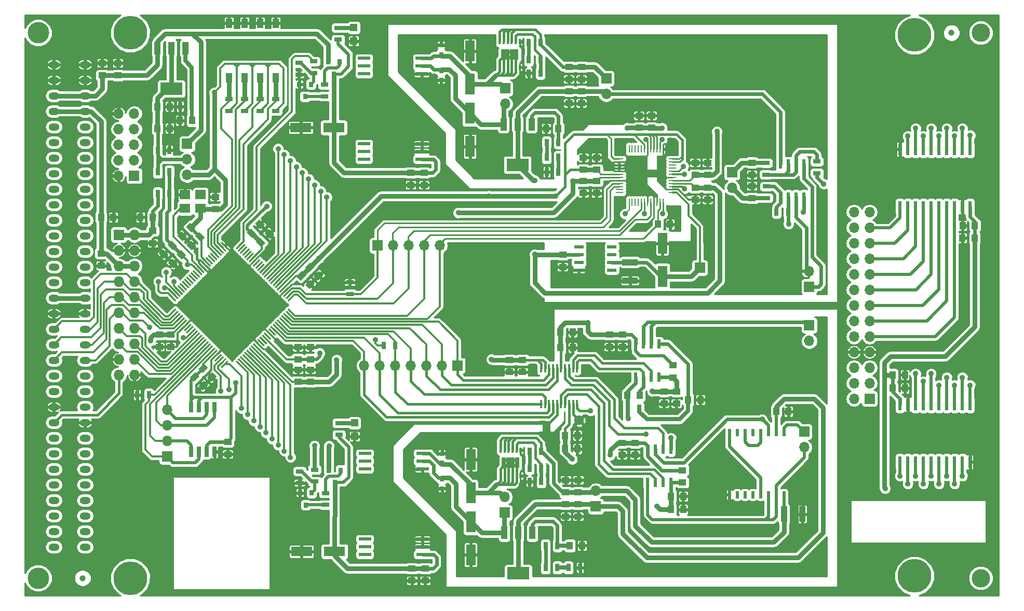
<source format=gtl>
G04 #@! TF.FileFunction,Copper,L1,Top,Signal*
%FSLAX46Y46*%
G04 Gerber Fmt 4.6, Leading zero omitted, Abs format (unit mm)*
G04 Created by KiCad (PCBNEW no-vcs-found-product) date Mon Sep  4 09:08:35 2017*
%MOMM*%
%LPD*%
G01*
G04 APERTURE LIST*
%ADD10C,0.150000*%
%ADD11R,1.727200X1.727200*%
%ADD12O,1.727200X1.727200*%
%ADD13C,5.500000*%
%ADD14O,1.800000X1.200000*%
%ADD15C,3.000000*%
%ADD16C,3.500000*%
%ADD17R,1.300000X0.700000*%
%ADD18R,0.250000X1.300000*%
%ADD19R,1.300000X0.250000*%
%ADD20R,0.450000X1.450000*%
%ADD21R,0.700000X1.300000*%
%ADD22R,3.657600X2.032000*%
%ADD23R,1.016000X2.032000*%
%ADD24R,1.600000X3.500000*%
%ADD25R,2.000000X0.600000*%
%ADD26R,0.420000X0.890000*%
%ADD27R,0.712500X0.825000*%
%ADD28R,0.800000X0.900000*%
%ADD29R,1.700000X1.700000*%
%ADD30O,1.700000X1.700000*%
%ADD31R,1.250000X1.000000*%
%ADD32R,3.500000X1.600000*%
%ADD33R,1.000000X1.250000*%
%ADD34R,2.500000X1.000000*%
%ADD35R,0.650000X1.700000*%
%ADD36R,0.600000X1.550000*%
%ADD37R,1.550000X0.600000*%
%ADD38R,0.600000X1.950000*%
%ADD39R,1.000000X2.500000*%
%ADD40R,0.508000X1.143000*%
%ADD41R,1.100000X1.500000*%
%ADD42C,1.600000*%
%ADD43C,1.000000*%
%ADD44R,1.200000X1.200000*%
%ADD45R,0.750000X0.800000*%
%ADD46R,1.700000X1.500000*%
%ADD47C,0.889000*%
%ADD48C,1.300000*%
%ADD49C,0.300000*%
%ADD50C,0.203200*%
%ADD51C,0.250000*%
%ADD52C,0.400000*%
%ADD53C,0.700000*%
%ADD54C,0.500000*%
%ADD55C,0.800000*%
%ADD56C,0.600000*%
%ADD57C,0.350000*%
G04 APERTURE END LIST*
D10*
D11*
X37226000Y-65140000D03*
D12*
X39766000Y-65140000D03*
X37226000Y-67680000D03*
X39766000Y-67680000D03*
X37226000Y-70220000D03*
X39766000Y-70220000D03*
X37226000Y-72760000D03*
X39766000Y-72760000D03*
X37226000Y-75300000D03*
X39766000Y-75300000D03*
X37226000Y-77840000D03*
X39766000Y-77840000D03*
X37226000Y-80380000D03*
X39766000Y-80380000D03*
X37226000Y-82920000D03*
X39766000Y-82920000D03*
X37226000Y-85460000D03*
X39766000Y-85460000D03*
X37226000Y-88000000D03*
X39766000Y-88000000D03*
D13*
X166946900Y-32512000D03*
X39096000Y-32170000D03*
X39096000Y-121170000D03*
D14*
X26636000Y-116090000D03*
D15*
X177766000Y-121170000D03*
X177766000Y-32170000D03*
D16*
X24096000Y-121170000D03*
X24096000Y-32170000D03*
D14*
X31716000Y-116090000D03*
X31716000Y-113550000D03*
X31716000Y-111010000D03*
X31716000Y-108470000D03*
X31716000Y-105930000D03*
X31716000Y-103390000D03*
X31716000Y-100850000D03*
X31716000Y-98310000D03*
X31716000Y-95770000D03*
X31716000Y-93230000D03*
X31716000Y-90690000D03*
X31716000Y-88150000D03*
X31716000Y-85610000D03*
X31716000Y-83070000D03*
X31716000Y-80530000D03*
X31716000Y-77990000D03*
X31716000Y-75450000D03*
X31716000Y-72910000D03*
X31716000Y-70370000D03*
X31716000Y-67830000D03*
X31716000Y-65290000D03*
X31716000Y-62750000D03*
X31716000Y-60210000D03*
X31716000Y-57670000D03*
X31716000Y-55130000D03*
X31716000Y-52590000D03*
X31716000Y-50050000D03*
X31716000Y-47510000D03*
X31716000Y-44970000D03*
X31716000Y-42430000D03*
X31716000Y-39890000D03*
X31716000Y-37350000D03*
X26636000Y-113550000D03*
X26636000Y-111010000D03*
X26636000Y-108470000D03*
X26636000Y-105930000D03*
X26636000Y-103390000D03*
X26636000Y-100850000D03*
X26636000Y-98310000D03*
X26636000Y-95770000D03*
X26636000Y-93230000D03*
X26636000Y-90690000D03*
X26636000Y-88150000D03*
X26636000Y-85610000D03*
X26636000Y-83070000D03*
X26636000Y-80530000D03*
X26636000Y-77990000D03*
X26636000Y-75450000D03*
X26636000Y-72910000D03*
X26636000Y-70370000D03*
X26636000Y-67830000D03*
X26636000Y-65290000D03*
X26636000Y-62750000D03*
X26636000Y-60210000D03*
X26636000Y-57670000D03*
X26636000Y-55130000D03*
X26636000Y-52590000D03*
X26636000Y-50050000D03*
X26636000Y-47510000D03*
X26636000Y-44970000D03*
X26636000Y-42430000D03*
X26636000Y-39890000D03*
X26636000Y-37350000D03*
D13*
X166946900Y-120828000D03*
D17*
X106900000Y-97760000D03*
X106900000Y-95860000D03*
D18*
X125940000Y-51149000D03*
X125440000Y-51149000D03*
X124940000Y-51149000D03*
X124440000Y-51149000D03*
X123940000Y-51149000D03*
X123440000Y-51149000D03*
X122940000Y-51149000D03*
X122440000Y-51149000D03*
X121940000Y-51149000D03*
X121440000Y-51149000D03*
X120940000Y-51149000D03*
X120440000Y-51149000D03*
D19*
X118840000Y-52749000D03*
X118840000Y-53249000D03*
X118840000Y-53749000D03*
X118840000Y-54249000D03*
X118840000Y-54749000D03*
X118840000Y-55249000D03*
X118840000Y-55749000D03*
X118840000Y-56249000D03*
X118840000Y-56749000D03*
X118840000Y-57249000D03*
X118840000Y-57749000D03*
X118840000Y-58249000D03*
D18*
X120440000Y-59849000D03*
X120940000Y-59849000D03*
X121440000Y-59849000D03*
X121940000Y-59849000D03*
X122440000Y-59849000D03*
X122940000Y-59849000D03*
X123440000Y-59849000D03*
X123940000Y-59849000D03*
X124440000Y-59849000D03*
X124940000Y-59849000D03*
X125440000Y-59849000D03*
X125940000Y-59849000D03*
D19*
X127540000Y-58249000D03*
X127540000Y-57749000D03*
X127540000Y-57249000D03*
X127540000Y-56749000D03*
X127540000Y-56249000D03*
X127540000Y-55749000D03*
X127540000Y-55249000D03*
X127540000Y-54749000D03*
X127540000Y-54249000D03*
X127540000Y-53749000D03*
X127540000Y-53249000D03*
X127540000Y-52749000D03*
D20*
X111941800Y-86889800D03*
X111291800Y-86889800D03*
X110641800Y-86889800D03*
X109991800Y-86889800D03*
X109341800Y-86889800D03*
X108691800Y-86889800D03*
X108041800Y-86889800D03*
X107391800Y-86889800D03*
X106741800Y-86889800D03*
X106091800Y-86889800D03*
X106091800Y-92789800D03*
X106741800Y-92789800D03*
X107391800Y-92789800D03*
X108041800Y-92789800D03*
X108691800Y-92789800D03*
X109341800Y-92789800D03*
X109991800Y-92789800D03*
X110641800Y-92789800D03*
X111291800Y-92789800D03*
X111941800Y-92789800D03*
D21*
X104206000Y-103251000D03*
X106106000Y-103251000D03*
X108730000Y-119470000D03*
X106830000Y-119470000D03*
D22*
X102362000Y-120396000D03*
D23*
X102362000Y-113792000D03*
X100076000Y-113792000D03*
X104648000Y-113792000D03*
D24*
X94615000Y-107221000D03*
X94615000Y-101821000D03*
X94615000Y-111981000D03*
X94615000Y-117381000D03*
D25*
X86742000Y-117348000D03*
X86742000Y-116078000D03*
X86742000Y-114808000D03*
X86742000Y-103378000D03*
X86742000Y-102108000D03*
X86742000Y-100838000D03*
X77342000Y-100838000D03*
X77342000Y-102108000D03*
X77342000Y-103378000D03*
X77342000Y-114808000D03*
X77342000Y-116078000D03*
X77342000Y-117348000D03*
D26*
X99467000Y-104467000D03*
X100117000Y-104467000D03*
X100767000Y-104467000D03*
X101417000Y-104467000D03*
X102067000Y-104467000D03*
X102717000Y-104467000D03*
X102717000Y-100257000D03*
X102067000Y-100257000D03*
X101417000Y-100257000D03*
X100767000Y-100257000D03*
X100117000Y-100257000D03*
X99467000Y-100257000D03*
D27*
X102160750Y-101949500D03*
X101448250Y-101949500D03*
X100735750Y-101949500D03*
X100023250Y-101949500D03*
X102160750Y-102774500D03*
X101448250Y-102774500D03*
X100735750Y-102774500D03*
X100023250Y-102774500D03*
D21*
X104206000Y-100457000D03*
X106106000Y-100457000D03*
X106106000Y-105410000D03*
X104206000Y-105410000D03*
X108730000Y-115870000D03*
X106830000Y-115870000D03*
X112460000Y-119470000D03*
X110560000Y-119470000D03*
D17*
X70904100Y-109195400D03*
X70904100Y-107295400D03*
X66713100Y-105639400D03*
X66713100Y-103739400D03*
X69126100Y-103485400D03*
X69126100Y-105385400D03*
D28*
X73378100Y-103562400D03*
X71478100Y-103562400D03*
X72428100Y-105562400D03*
X68679100Y-107245400D03*
X66779100Y-107245400D03*
X67729100Y-109245400D03*
D29*
X115000000Y-109470000D03*
D30*
X115000000Y-106930000D03*
D29*
X100140000Y-110500000D03*
D30*
X100140000Y-107960000D03*
D31*
X112120000Y-105180000D03*
X112120000Y-107180000D03*
X110090000Y-105170000D03*
X110090000Y-107170000D03*
X110090000Y-111110000D03*
X110090000Y-109110000D03*
X87185500Y-121586500D03*
X87185500Y-119586500D03*
X85026500Y-121586500D03*
X85026500Y-119586500D03*
X112120000Y-111110000D03*
X112120000Y-109110000D03*
D32*
X72423000Y-116840000D03*
X67023000Y-116840000D03*
D22*
X45800000Y-41292000D03*
D23*
X45800000Y-34688000D03*
X43514000Y-34688000D03*
X48086000Y-34688000D03*
D10*
G36*
X53857522Y-66458373D02*
X54069654Y-66246241D01*
X55130314Y-67306901D01*
X54918182Y-67519033D01*
X53857522Y-66458373D01*
X53857522Y-66458373D01*
G37*
G36*
X53503969Y-66811926D02*
X53716101Y-66599794D01*
X54776761Y-67660454D01*
X54564629Y-67872586D01*
X53503969Y-66811926D01*
X53503969Y-66811926D01*
G37*
G36*
X53150416Y-67165480D02*
X53362548Y-66953348D01*
X54423208Y-68014008D01*
X54211076Y-68226140D01*
X53150416Y-67165480D01*
X53150416Y-67165480D01*
G37*
G36*
X52796862Y-67519033D02*
X53008994Y-67306901D01*
X54069654Y-68367561D01*
X53857522Y-68579693D01*
X52796862Y-67519033D01*
X52796862Y-67519033D01*
G37*
G36*
X52443309Y-67872587D02*
X52655441Y-67660455D01*
X53716101Y-68721115D01*
X53503969Y-68933247D01*
X52443309Y-67872587D01*
X52443309Y-67872587D01*
G37*
G36*
X52089756Y-68226140D02*
X52301888Y-68014008D01*
X53362548Y-69074668D01*
X53150416Y-69286800D01*
X52089756Y-68226140D01*
X52089756Y-68226140D01*
G37*
G36*
X51736202Y-68579693D02*
X51948334Y-68367561D01*
X53008994Y-69428221D01*
X52796862Y-69640353D01*
X51736202Y-68579693D01*
X51736202Y-68579693D01*
G37*
G36*
X51382649Y-68933247D02*
X51594781Y-68721115D01*
X52655441Y-69781775D01*
X52443309Y-69993907D01*
X51382649Y-68933247D01*
X51382649Y-68933247D01*
G37*
G36*
X51029095Y-69286800D02*
X51241227Y-69074668D01*
X52301887Y-70135328D01*
X52089755Y-70347460D01*
X51029095Y-69286800D01*
X51029095Y-69286800D01*
G37*
G36*
X50675542Y-69640354D02*
X50887674Y-69428222D01*
X51948334Y-70488882D01*
X51736202Y-70701014D01*
X50675542Y-69640354D01*
X50675542Y-69640354D01*
G37*
G36*
X50321989Y-69993907D02*
X50534121Y-69781775D01*
X51594781Y-70842435D01*
X51382649Y-71054567D01*
X50321989Y-69993907D01*
X50321989Y-69993907D01*
G37*
G36*
X49968435Y-70347460D02*
X50180567Y-70135328D01*
X51241227Y-71195988D01*
X51029095Y-71408120D01*
X49968435Y-70347460D01*
X49968435Y-70347460D01*
G37*
G36*
X49614882Y-70701014D02*
X49827014Y-70488882D01*
X50887674Y-71549542D01*
X50675542Y-71761674D01*
X49614882Y-70701014D01*
X49614882Y-70701014D01*
G37*
G36*
X49261328Y-71054567D02*
X49473460Y-70842435D01*
X50534120Y-71903095D01*
X50321988Y-72115227D01*
X49261328Y-71054567D01*
X49261328Y-71054567D01*
G37*
G36*
X48907775Y-71408121D02*
X49119907Y-71195989D01*
X50180567Y-72256649D01*
X49968435Y-72468781D01*
X48907775Y-71408121D01*
X48907775Y-71408121D01*
G37*
G36*
X48554222Y-71761674D02*
X48766354Y-71549542D01*
X49827014Y-72610202D01*
X49614882Y-72822334D01*
X48554222Y-71761674D01*
X48554222Y-71761674D01*
G37*
G36*
X48200668Y-72115227D02*
X48412800Y-71903095D01*
X49473460Y-72963755D01*
X49261328Y-73175887D01*
X48200668Y-72115227D01*
X48200668Y-72115227D01*
G37*
G36*
X47847115Y-72468781D02*
X48059247Y-72256649D01*
X49119907Y-73317309D01*
X48907775Y-73529441D01*
X47847115Y-72468781D01*
X47847115Y-72468781D01*
G37*
G36*
X47493561Y-72822334D02*
X47705693Y-72610202D01*
X48766353Y-73670862D01*
X48554221Y-73882994D01*
X47493561Y-72822334D01*
X47493561Y-72822334D01*
G37*
G36*
X47140008Y-73175888D02*
X47352140Y-72963756D01*
X48412800Y-74024416D01*
X48200668Y-74236548D01*
X47140008Y-73175888D01*
X47140008Y-73175888D01*
G37*
G36*
X46786455Y-73529441D02*
X46998587Y-73317309D01*
X48059247Y-74377969D01*
X47847115Y-74590101D01*
X46786455Y-73529441D01*
X46786455Y-73529441D01*
G37*
G36*
X46432901Y-73882994D02*
X46645033Y-73670862D01*
X47705693Y-74731522D01*
X47493561Y-74943654D01*
X46432901Y-73882994D01*
X46432901Y-73882994D01*
G37*
G36*
X46079348Y-74236548D02*
X46291480Y-74024416D01*
X47352140Y-75085076D01*
X47140008Y-75297208D01*
X46079348Y-74236548D01*
X46079348Y-74236548D01*
G37*
G36*
X45725794Y-74590101D02*
X45937926Y-74377969D01*
X46998586Y-75438629D01*
X46786454Y-75650761D01*
X45725794Y-74590101D01*
X45725794Y-74590101D01*
G37*
G36*
X45372241Y-74943654D02*
X45584373Y-74731522D01*
X46645033Y-75792182D01*
X46432901Y-76004314D01*
X45372241Y-74943654D01*
X45372241Y-74943654D01*
G37*
G36*
X45584373Y-78408478D02*
X45372241Y-78196346D01*
X46432901Y-77135686D01*
X46645033Y-77347818D01*
X45584373Y-78408478D01*
X45584373Y-78408478D01*
G37*
G36*
X45937926Y-78762031D02*
X45725794Y-78549899D01*
X46786454Y-77489239D01*
X46998586Y-77701371D01*
X45937926Y-78762031D01*
X45937926Y-78762031D01*
G37*
G36*
X46291480Y-79115584D02*
X46079348Y-78903452D01*
X47140008Y-77842792D01*
X47352140Y-78054924D01*
X46291480Y-79115584D01*
X46291480Y-79115584D01*
G37*
G36*
X46645033Y-79469138D02*
X46432901Y-79257006D01*
X47493561Y-78196346D01*
X47705693Y-78408478D01*
X46645033Y-79469138D01*
X46645033Y-79469138D01*
G37*
G36*
X46998587Y-79822691D02*
X46786455Y-79610559D01*
X47847115Y-78549899D01*
X48059247Y-78762031D01*
X46998587Y-79822691D01*
X46998587Y-79822691D01*
G37*
G36*
X47352140Y-80176244D02*
X47140008Y-79964112D01*
X48200668Y-78903452D01*
X48412800Y-79115584D01*
X47352140Y-80176244D01*
X47352140Y-80176244D01*
G37*
G36*
X47705693Y-80529798D02*
X47493561Y-80317666D01*
X48554221Y-79257006D01*
X48766353Y-79469138D01*
X47705693Y-80529798D01*
X47705693Y-80529798D01*
G37*
G36*
X48059247Y-80883351D02*
X47847115Y-80671219D01*
X48907775Y-79610559D01*
X49119907Y-79822691D01*
X48059247Y-80883351D01*
X48059247Y-80883351D01*
G37*
G36*
X48412800Y-81236905D02*
X48200668Y-81024773D01*
X49261328Y-79964113D01*
X49473460Y-80176245D01*
X48412800Y-81236905D01*
X48412800Y-81236905D01*
G37*
G36*
X48766354Y-81590458D02*
X48554222Y-81378326D01*
X49614882Y-80317666D01*
X49827014Y-80529798D01*
X48766354Y-81590458D01*
X48766354Y-81590458D01*
G37*
G36*
X49119907Y-81944011D02*
X48907775Y-81731879D01*
X49968435Y-80671219D01*
X50180567Y-80883351D01*
X49119907Y-81944011D01*
X49119907Y-81944011D01*
G37*
G36*
X49473460Y-82297565D02*
X49261328Y-82085433D01*
X50321988Y-81024773D01*
X50534120Y-81236905D01*
X49473460Y-82297565D01*
X49473460Y-82297565D01*
G37*
G36*
X49827014Y-82651118D02*
X49614882Y-82438986D01*
X50675542Y-81378326D01*
X50887674Y-81590458D01*
X49827014Y-82651118D01*
X49827014Y-82651118D01*
G37*
G36*
X50180567Y-83004672D02*
X49968435Y-82792540D01*
X51029095Y-81731880D01*
X51241227Y-81944012D01*
X50180567Y-83004672D01*
X50180567Y-83004672D01*
G37*
G36*
X50534121Y-83358225D02*
X50321989Y-83146093D01*
X51382649Y-82085433D01*
X51594781Y-82297565D01*
X50534121Y-83358225D01*
X50534121Y-83358225D01*
G37*
G36*
X50887674Y-83711778D02*
X50675542Y-83499646D01*
X51736202Y-82438986D01*
X51948334Y-82651118D01*
X50887674Y-83711778D01*
X50887674Y-83711778D01*
G37*
G36*
X51241227Y-84065332D02*
X51029095Y-83853200D01*
X52089755Y-82792540D01*
X52301887Y-83004672D01*
X51241227Y-84065332D01*
X51241227Y-84065332D01*
G37*
G36*
X51594781Y-84418885D02*
X51382649Y-84206753D01*
X52443309Y-83146093D01*
X52655441Y-83358225D01*
X51594781Y-84418885D01*
X51594781Y-84418885D01*
G37*
G36*
X51948334Y-84772439D02*
X51736202Y-84560307D01*
X52796862Y-83499647D01*
X53008994Y-83711779D01*
X51948334Y-84772439D01*
X51948334Y-84772439D01*
G37*
G36*
X52301888Y-85125992D02*
X52089756Y-84913860D01*
X53150416Y-83853200D01*
X53362548Y-84065332D01*
X52301888Y-85125992D01*
X52301888Y-85125992D01*
G37*
G36*
X52655441Y-85479545D02*
X52443309Y-85267413D01*
X53503969Y-84206753D01*
X53716101Y-84418885D01*
X52655441Y-85479545D01*
X52655441Y-85479545D01*
G37*
G36*
X53008994Y-85833099D02*
X52796862Y-85620967D01*
X53857522Y-84560307D01*
X54069654Y-84772439D01*
X53008994Y-85833099D01*
X53008994Y-85833099D01*
G37*
G36*
X53362548Y-86186652D02*
X53150416Y-85974520D01*
X54211076Y-84913860D01*
X54423208Y-85125992D01*
X53362548Y-86186652D01*
X53362548Y-86186652D01*
G37*
G36*
X53716101Y-86540206D02*
X53503969Y-86328074D01*
X54564629Y-85267414D01*
X54776761Y-85479546D01*
X53716101Y-86540206D01*
X53716101Y-86540206D01*
G37*
G36*
X54069654Y-86893759D02*
X53857522Y-86681627D01*
X54918182Y-85620967D01*
X55130314Y-85833099D01*
X54069654Y-86893759D01*
X54069654Y-86893759D01*
G37*
G36*
X56261686Y-85833099D02*
X56473818Y-85620967D01*
X57534478Y-86681627D01*
X57322346Y-86893759D01*
X56261686Y-85833099D01*
X56261686Y-85833099D01*
G37*
G36*
X56615239Y-85479546D02*
X56827371Y-85267414D01*
X57888031Y-86328074D01*
X57675899Y-86540206D01*
X56615239Y-85479546D01*
X56615239Y-85479546D01*
G37*
G36*
X56968792Y-85125992D02*
X57180924Y-84913860D01*
X58241584Y-85974520D01*
X58029452Y-86186652D01*
X56968792Y-85125992D01*
X56968792Y-85125992D01*
G37*
G36*
X57322346Y-84772439D02*
X57534478Y-84560307D01*
X58595138Y-85620967D01*
X58383006Y-85833099D01*
X57322346Y-84772439D01*
X57322346Y-84772439D01*
G37*
G36*
X57675899Y-84418885D02*
X57888031Y-84206753D01*
X58948691Y-85267413D01*
X58736559Y-85479545D01*
X57675899Y-84418885D01*
X57675899Y-84418885D01*
G37*
G36*
X58029452Y-84065332D02*
X58241584Y-83853200D01*
X59302244Y-84913860D01*
X59090112Y-85125992D01*
X58029452Y-84065332D01*
X58029452Y-84065332D01*
G37*
G36*
X58383006Y-83711779D02*
X58595138Y-83499647D01*
X59655798Y-84560307D01*
X59443666Y-84772439D01*
X58383006Y-83711779D01*
X58383006Y-83711779D01*
G37*
G36*
X58736559Y-83358225D02*
X58948691Y-83146093D01*
X60009351Y-84206753D01*
X59797219Y-84418885D01*
X58736559Y-83358225D01*
X58736559Y-83358225D01*
G37*
G36*
X59090113Y-83004672D02*
X59302245Y-82792540D01*
X60362905Y-83853200D01*
X60150773Y-84065332D01*
X59090113Y-83004672D01*
X59090113Y-83004672D01*
G37*
G36*
X59443666Y-82651118D02*
X59655798Y-82438986D01*
X60716458Y-83499646D01*
X60504326Y-83711778D01*
X59443666Y-82651118D01*
X59443666Y-82651118D01*
G37*
G36*
X59797219Y-82297565D02*
X60009351Y-82085433D01*
X61070011Y-83146093D01*
X60857879Y-83358225D01*
X59797219Y-82297565D01*
X59797219Y-82297565D01*
G37*
G36*
X60150773Y-81944012D02*
X60362905Y-81731880D01*
X61423565Y-82792540D01*
X61211433Y-83004672D01*
X60150773Y-81944012D01*
X60150773Y-81944012D01*
G37*
G36*
X60504326Y-81590458D02*
X60716458Y-81378326D01*
X61777118Y-82438986D01*
X61564986Y-82651118D01*
X60504326Y-81590458D01*
X60504326Y-81590458D01*
G37*
G36*
X60857880Y-81236905D02*
X61070012Y-81024773D01*
X62130672Y-82085433D01*
X61918540Y-82297565D01*
X60857880Y-81236905D01*
X60857880Y-81236905D01*
G37*
G36*
X61211433Y-80883351D02*
X61423565Y-80671219D01*
X62484225Y-81731879D01*
X62272093Y-81944011D01*
X61211433Y-80883351D01*
X61211433Y-80883351D01*
G37*
G36*
X61564986Y-80529798D02*
X61777118Y-80317666D01*
X62837778Y-81378326D01*
X62625646Y-81590458D01*
X61564986Y-80529798D01*
X61564986Y-80529798D01*
G37*
G36*
X61918540Y-80176245D02*
X62130672Y-79964113D01*
X63191332Y-81024773D01*
X62979200Y-81236905D01*
X61918540Y-80176245D01*
X61918540Y-80176245D01*
G37*
G36*
X62272093Y-79822691D02*
X62484225Y-79610559D01*
X63544885Y-80671219D01*
X63332753Y-80883351D01*
X62272093Y-79822691D01*
X62272093Y-79822691D01*
G37*
G36*
X62625647Y-79469138D02*
X62837779Y-79257006D01*
X63898439Y-80317666D01*
X63686307Y-80529798D01*
X62625647Y-79469138D01*
X62625647Y-79469138D01*
G37*
G36*
X62979200Y-79115584D02*
X63191332Y-78903452D01*
X64251992Y-79964112D01*
X64039860Y-80176244D01*
X62979200Y-79115584D01*
X62979200Y-79115584D01*
G37*
G36*
X63332753Y-78762031D02*
X63544885Y-78549899D01*
X64605545Y-79610559D01*
X64393413Y-79822691D01*
X63332753Y-78762031D01*
X63332753Y-78762031D01*
G37*
G36*
X63686307Y-78408478D02*
X63898439Y-78196346D01*
X64959099Y-79257006D01*
X64746967Y-79469138D01*
X63686307Y-78408478D01*
X63686307Y-78408478D01*
G37*
G36*
X64039860Y-78054924D02*
X64251992Y-77842792D01*
X65312652Y-78903452D01*
X65100520Y-79115584D01*
X64039860Y-78054924D01*
X64039860Y-78054924D01*
G37*
G36*
X64393414Y-77701371D02*
X64605546Y-77489239D01*
X65666206Y-78549899D01*
X65454074Y-78762031D01*
X64393414Y-77701371D01*
X64393414Y-77701371D01*
G37*
G36*
X64746967Y-77347818D02*
X64959099Y-77135686D01*
X66019759Y-78196346D01*
X65807627Y-78408478D01*
X64746967Y-77347818D01*
X64746967Y-77347818D01*
G37*
G36*
X64959099Y-76004314D02*
X64746967Y-75792182D01*
X65807627Y-74731522D01*
X66019759Y-74943654D01*
X64959099Y-76004314D01*
X64959099Y-76004314D01*
G37*
G36*
X64605546Y-75650761D02*
X64393414Y-75438629D01*
X65454074Y-74377969D01*
X65666206Y-74590101D01*
X64605546Y-75650761D01*
X64605546Y-75650761D01*
G37*
G36*
X64251992Y-75297208D02*
X64039860Y-75085076D01*
X65100520Y-74024416D01*
X65312652Y-74236548D01*
X64251992Y-75297208D01*
X64251992Y-75297208D01*
G37*
G36*
X63898439Y-74943654D02*
X63686307Y-74731522D01*
X64746967Y-73670862D01*
X64959099Y-73882994D01*
X63898439Y-74943654D01*
X63898439Y-74943654D01*
G37*
G36*
X63544885Y-74590101D02*
X63332753Y-74377969D01*
X64393413Y-73317309D01*
X64605545Y-73529441D01*
X63544885Y-74590101D01*
X63544885Y-74590101D01*
G37*
G36*
X63191332Y-74236548D02*
X62979200Y-74024416D01*
X64039860Y-72963756D01*
X64251992Y-73175888D01*
X63191332Y-74236548D01*
X63191332Y-74236548D01*
G37*
G36*
X62837779Y-73882994D02*
X62625647Y-73670862D01*
X63686307Y-72610202D01*
X63898439Y-72822334D01*
X62837779Y-73882994D01*
X62837779Y-73882994D01*
G37*
G36*
X62484225Y-73529441D02*
X62272093Y-73317309D01*
X63332753Y-72256649D01*
X63544885Y-72468781D01*
X62484225Y-73529441D01*
X62484225Y-73529441D01*
G37*
G36*
X62130672Y-73175887D02*
X61918540Y-72963755D01*
X62979200Y-71903095D01*
X63191332Y-72115227D01*
X62130672Y-73175887D01*
X62130672Y-73175887D01*
G37*
G36*
X61777118Y-72822334D02*
X61564986Y-72610202D01*
X62625646Y-71549542D01*
X62837778Y-71761674D01*
X61777118Y-72822334D01*
X61777118Y-72822334D01*
G37*
G36*
X61423565Y-72468781D02*
X61211433Y-72256649D01*
X62272093Y-71195989D01*
X62484225Y-71408121D01*
X61423565Y-72468781D01*
X61423565Y-72468781D01*
G37*
G36*
X61070012Y-72115227D02*
X60857880Y-71903095D01*
X61918540Y-70842435D01*
X62130672Y-71054567D01*
X61070012Y-72115227D01*
X61070012Y-72115227D01*
G37*
G36*
X60716458Y-71761674D02*
X60504326Y-71549542D01*
X61564986Y-70488882D01*
X61777118Y-70701014D01*
X60716458Y-71761674D01*
X60716458Y-71761674D01*
G37*
G36*
X60362905Y-71408120D02*
X60150773Y-71195988D01*
X61211433Y-70135328D01*
X61423565Y-70347460D01*
X60362905Y-71408120D01*
X60362905Y-71408120D01*
G37*
G36*
X60009351Y-71054567D02*
X59797219Y-70842435D01*
X60857879Y-69781775D01*
X61070011Y-69993907D01*
X60009351Y-71054567D01*
X60009351Y-71054567D01*
G37*
G36*
X59655798Y-70701014D02*
X59443666Y-70488882D01*
X60504326Y-69428222D01*
X60716458Y-69640354D01*
X59655798Y-70701014D01*
X59655798Y-70701014D01*
G37*
G36*
X59302245Y-70347460D02*
X59090113Y-70135328D01*
X60150773Y-69074668D01*
X60362905Y-69286800D01*
X59302245Y-70347460D01*
X59302245Y-70347460D01*
G37*
G36*
X58948691Y-69993907D02*
X58736559Y-69781775D01*
X59797219Y-68721115D01*
X60009351Y-68933247D01*
X58948691Y-69993907D01*
X58948691Y-69993907D01*
G37*
G36*
X58595138Y-69640353D02*
X58383006Y-69428221D01*
X59443666Y-68367561D01*
X59655798Y-68579693D01*
X58595138Y-69640353D01*
X58595138Y-69640353D01*
G37*
G36*
X58241584Y-69286800D02*
X58029452Y-69074668D01*
X59090112Y-68014008D01*
X59302244Y-68226140D01*
X58241584Y-69286800D01*
X58241584Y-69286800D01*
G37*
G36*
X57888031Y-68933247D02*
X57675899Y-68721115D01*
X58736559Y-67660455D01*
X58948691Y-67872587D01*
X57888031Y-68933247D01*
X57888031Y-68933247D01*
G37*
G36*
X57534478Y-68579693D02*
X57322346Y-68367561D01*
X58383006Y-67306901D01*
X58595138Y-67519033D01*
X57534478Y-68579693D01*
X57534478Y-68579693D01*
G37*
G36*
X57180924Y-68226140D02*
X56968792Y-68014008D01*
X58029452Y-66953348D01*
X58241584Y-67165480D01*
X57180924Y-68226140D01*
X57180924Y-68226140D01*
G37*
G36*
X56827371Y-67872586D02*
X56615239Y-67660454D01*
X57675899Y-66599794D01*
X57888031Y-66811926D01*
X56827371Y-67872586D01*
X56827371Y-67872586D01*
G37*
G36*
X56473818Y-67519033D02*
X56261686Y-67306901D01*
X57322346Y-66246241D01*
X57534478Y-66458373D01*
X56473818Y-67519033D01*
X56473818Y-67519033D01*
G37*
D32*
X72296000Y-47625000D03*
X66896000Y-47625000D03*
D31*
X37080000Y-39110000D03*
X37080000Y-37110000D03*
X34530000Y-39110000D03*
X34530000Y-37110000D03*
D33*
X43520000Y-44210000D03*
X45520000Y-44210000D03*
X43520000Y-47780000D03*
X45520000Y-47780000D03*
D31*
X52960000Y-60940000D03*
X52960000Y-58940000D03*
X54991000Y-98949000D03*
X54991000Y-100949000D03*
D10*
G36*
X48878719Y-63140398D02*
X49762602Y-64024281D01*
X49055495Y-64731388D01*
X48171612Y-63847505D01*
X48878719Y-63140398D01*
X48878719Y-63140398D01*
G37*
G36*
X47464505Y-64554612D02*
X48348388Y-65438495D01*
X47641281Y-66145602D01*
X46757398Y-65261719D01*
X47464505Y-64554612D01*
X47464505Y-64554612D01*
G37*
G36*
X50402719Y-64664398D02*
X51286602Y-65548281D01*
X50579495Y-66255388D01*
X49695612Y-65371505D01*
X50402719Y-64664398D01*
X50402719Y-64664398D01*
G37*
G36*
X48988505Y-66078612D02*
X49872388Y-66962495D01*
X49165281Y-67669602D01*
X48281398Y-66785719D01*
X48988505Y-66078612D01*
X48988505Y-66078612D01*
G37*
D31*
X43815000Y-81423000D03*
X43815000Y-83423000D03*
X45720000Y-81423000D03*
X45720000Y-83423000D03*
D10*
G36*
X48789398Y-88408281D02*
X49673281Y-87524398D01*
X50380388Y-88231505D01*
X49496505Y-89115388D01*
X48789398Y-88408281D01*
X48789398Y-88408281D01*
G37*
G36*
X50203612Y-89822495D02*
X51087495Y-88938612D01*
X51794602Y-89645719D01*
X50910719Y-90529602D01*
X50203612Y-89822495D01*
X50203612Y-89822495D01*
G37*
G36*
X50186398Y-87011281D02*
X51070281Y-86127398D01*
X51777388Y-86834505D01*
X50893505Y-87718388D01*
X50186398Y-87011281D01*
X50186398Y-87011281D01*
G37*
G36*
X51600612Y-88425495D02*
X52484495Y-87541612D01*
X53191602Y-88248719D01*
X52307719Y-89132602D01*
X51600612Y-88425495D01*
X51600612Y-88425495D01*
G37*
D31*
X42760000Y-64490000D03*
X42760000Y-66490000D03*
D33*
X42760000Y-62280000D03*
X40760000Y-62280000D03*
D31*
X66421000Y-89138000D03*
X66421000Y-87138000D03*
X68453000Y-89138000D03*
X68453000Y-87138000D03*
D10*
G36*
X66188398Y-71898281D02*
X67072281Y-71014398D01*
X67779388Y-71721505D01*
X66895505Y-72605388D01*
X66188398Y-71898281D01*
X66188398Y-71898281D01*
G37*
G36*
X67602612Y-73312495D02*
X68486495Y-72428612D01*
X69193602Y-73135719D01*
X68309719Y-74019602D01*
X67602612Y-73312495D01*
X67602612Y-73312495D01*
G37*
G36*
X67585398Y-70501281D02*
X68469281Y-69617398D01*
X69176388Y-70324505D01*
X68292505Y-71208388D01*
X67585398Y-70501281D01*
X67585398Y-70501281D01*
G37*
G36*
X68999612Y-71915495D02*
X69883495Y-71031612D01*
X70590602Y-71738719D01*
X69706719Y-72622602D01*
X68999612Y-71915495D01*
X68999612Y-71915495D01*
G37*
G36*
X58921281Y-65632602D02*
X58037398Y-64748719D01*
X58744505Y-64041612D01*
X59628388Y-64925495D01*
X58921281Y-65632602D01*
X58921281Y-65632602D01*
G37*
G36*
X60335495Y-64218388D02*
X59451612Y-63334505D01*
X60158719Y-62627398D01*
X61042602Y-63511281D01*
X60335495Y-64218388D01*
X60335495Y-64218388D01*
G37*
G36*
X60451281Y-67172602D02*
X59567398Y-66288719D01*
X60274505Y-65581612D01*
X61158388Y-66465495D01*
X60451281Y-67172602D01*
X60451281Y-67172602D01*
G37*
G36*
X61865495Y-65758388D02*
X60981612Y-64874505D01*
X61688719Y-64167398D01*
X62572602Y-65051281D01*
X61865495Y-65758388D01*
X61865495Y-65758388D01*
G37*
D31*
X34370000Y-68170000D03*
X34370000Y-70170000D03*
D33*
X34340000Y-62280000D03*
X36340000Y-62280000D03*
D10*
G36*
X45848719Y-66067398D02*
X46732602Y-66951281D01*
X46025495Y-67658388D01*
X45141612Y-66774505D01*
X45848719Y-66067398D01*
X45848719Y-66067398D01*
G37*
G36*
X44434505Y-67481612D02*
X45318388Y-68365495D01*
X44611281Y-69072602D01*
X43727398Y-68188719D01*
X44434505Y-67481612D01*
X44434505Y-67481612D01*
G37*
G36*
X47354719Y-67585398D02*
X48238602Y-68469281D01*
X47531495Y-69176388D01*
X46647612Y-68292505D01*
X47354719Y-67585398D01*
X47354719Y-67585398D01*
G37*
G36*
X45940505Y-68999612D02*
X46824388Y-69883495D01*
X46117281Y-70590602D01*
X45233398Y-69706719D01*
X45940505Y-68999612D01*
X45940505Y-68999612D01*
G37*
D31*
X66421000Y-85455000D03*
X66421000Y-83455000D03*
X68453000Y-85455000D03*
X68453000Y-83455000D03*
D33*
X130064000Y-92075000D03*
X132064000Y-92075000D03*
X109236000Y-81026000D03*
X111236000Y-81026000D03*
X109236000Y-83566000D03*
X111236000Y-83566000D03*
X122158000Y-91313000D03*
X120158000Y-91313000D03*
X144415000Y-93980000D03*
X146415000Y-93980000D03*
X111990000Y-97890000D03*
X109990000Y-97890000D03*
X127270000Y-107823000D03*
X129270000Y-107823000D03*
D31*
X121412000Y-101076000D03*
X121412000Y-99076000D03*
D33*
X127270000Y-109982000D03*
X129270000Y-109982000D03*
D31*
X119253000Y-101076000D03*
X119253000Y-99076000D03*
X119380000Y-81423000D03*
X119380000Y-83423000D03*
X126111000Y-92694000D03*
X126111000Y-90694000D03*
X117221000Y-81423000D03*
X117221000Y-83423000D03*
X128143000Y-92694000D03*
X128143000Y-90694000D03*
X129150000Y-105570000D03*
X129150000Y-103570000D03*
X127571500Y-86439500D03*
X127571500Y-88439500D03*
X109601000Y-68370000D03*
X109601000Y-70370000D03*
X112649000Y-41672000D03*
X112649000Y-43672000D03*
X86995000Y-57007000D03*
X86995000Y-55007000D03*
X84836000Y-57007000D03*
X84836000Y-55007000D03*
X110617000Y-41672000D03*
X110617000Y-43672000D03*
D34*
X120580000Y-69620000D03*
X120580000Y-72620000D03*
D31*
X110630000Y-39740000D03*
X110630000Y-37740000D03*
X112650000Y-39740000D03*
X112650000Y-37740000D03*
X140462000Y-53356000D03*
X140462000Y-55356000D03*
X140462000Y-57166000D03*
X140462000Y-59166000D03*
X124079000Y-45672500D03*
X124079000Y-47672500D03*
X122047000Y-45672500D03*
X122047000Y-47672500D03*
X131191000Y-57420000D03*
X131191000Y-59420000D03*
X133223000Y-53356000D03*
X133223000Y-55356000D03*
X133223000Y-57420000D03*
X133223000Y-59420000D03*
X131191000Y-53356000D03*
X131191000Y-55356000D03*
X112966500Y-52530500D03*
X112966500Y-54530500D03*
X115125500Y-52530500D03*
X115125500Y-54530500D03*
X112966500Y-56340500D03*
X112966500Y-58340500D03*
X115125500Y-56340500D03*
X115125500Y-58340500D03*
D24*
X125870000Y-71940000D03*
X125870000Y-66540000D03*
D33*
X125110000Y-63410000D03*
X127110000Y-63410000D03*
X176806100Y-63639700D03*
X174806100Y-63639700D03*
X176768000Y-65659000D03*
X174768000Y-65659000D03*
X163410000Y-90180000D03*
X165410000Y-90180000D03*
X163410000Y-88010000D03*
X165410000Y-88010000D03*
D29*
X39740000Y-55510000D03*
D30*
X37200000Y-55510000D03*
X39740000Y-52970000D03*
X37200000Y-52970000D03*
X39740000Y-50430000D03*
X37200000Y-50430000D03*
X39740000Y-47890000D03*
X37200000Y-47890000D03*
X39740000Y-45350000D03*
X37200000Y-45350000D03*
D29*
X45085000Y-101346000D03*
D30*
X45085000Y-98806000D03*
X45085000Y-96266000D03*
X45085000Y-93726000D03*
D29*
X48360000Y-50290000D03*
D30*
X48360000Y-52830000D03*
X48360000Y-55370000D03*
D29*
X149800000Y-79920000D03*
D30*
X149800000Y-82460000D03*
D29*
X92456000Y-86487000D03*
D30*
X89916000Y-86487000D03*
X87376000Y-86487000D03*
X84836000Y-86487000D03*
X82296000Y-86487000D03*
X79756000Y-86487000D03*
X77216000Y-86487000D03*
D29*
X148971000Y-97282000D03*
D30*
X148971000Y-99822000D03*
D29*
X100200000Y-41220000D03*
D30*
X100200000Y-43760000D03*
D29*
X131960000Y-70520000D03*
X137223500Y-54927500D03*
D30*
X137223500Y-57467500D03*
D29*
X116713000Y-39624000D03*
D30*
X116713000Y-42164000D03*
D28*
X68552100Y-40570400D03*
X66652100Y-40570400D03*
X67602100Y-42570400D03*
X73251100Y-36887400D03*
X71351100Y-36887400D03*
X72301100Y-38887400D03*
D17*
X68999100Y-36810400D03*
X68999100Y-38710400D03*
X66586100Y-38964400D03*
X66586100Y-37064400D03*
X70777100Y-42520400D03*
X70777100Y-40620400D03*
D21*
X49120000Y-44200000D03*
X47220000Y-44200000D03*
X43570000Y-51320000D03*
X45470000Y-51320000D03*
D17*
X62807600Y-44892000D03*
X62807600Y-42992000D03*
X60267600Y-44892000D03*
X60267600Y-42992000D03*
X57727600Y-44892000D03*
X57727600Y-42992000D03*
X55187600Y-44892000D03*
X55187600Y-42992000D03*
D21*
X43570000Y-54870000D03*
X45470000Y-54870000D03*
X43570000Y-58430000D03*
X45470000Y-58430000D03*
X120208000Y-93472000D03*
X122108000Y-93472000D03*
X106990000Y-54890000D03*
X108890000Y-54890000D03*
X108890000Y-50090000D03*
X106990000Y-50090000D03*
D17*
X151066500Y-53152000D03*
X151066500Y-55052000D03*
D21*
X104079000Y-38735000D03*
X105979000Y-38735000D03*
X104079000Y-33782000D03*
X105979000Y-33782000D03*
X146365000Y-61404500D03*
X144465000Y-61404500D03*
D17*
X142748000Y-55306000D03*
X142748000Y-53406000D03*
X142811500Y-57216000D03*
X142811500Y-59116000D03*
D21*
X125130000Y-55050000D03*
X123230000Y-55050000D03*
D35*
X49022000Y-100551000D03*
X50292000Y-100551000D03*
X51562000Y-100551000D03*
X52832000Y-100551000D03*
X52832000Y-93251000D03*
X51562000Y-93251000D03*
X50292000Y-93251000D03*
X49022000Y-93251000D03*
D36*
X127254000Y-100170000D03*
X125984000Y-100170000D03*
X124714000Y-100170000D03*
X123444000Y-100170000D03*
X123444000Y-105570000D03*
X124714000Y-105570000D03*
X125984000Y-105570000D03*
X127254000Y-105570000D03*
X145097500Y-58961000D03*
X146367500Y-58961000D03*
X147637500Y-58961000D03*
X148907500Y-58961000D03*
X148907500Y-53561000D03*
X147637500Y-53561000D03*
X146367500Y-53561000D03*
X145097500Y-53561000D03*
D37*
X112235000Y-67084000D03*
X112235000Y-68354000D03*
X112235000Y-69624000D03*
X112235000Y-70894000D03*
X117635000Y-70894000D03*
X117635000Y-69624000D03*
X117635000Y-68354000D03*
X117635000Y-67084000D03*
D26*
X99340000Y-37792000D03*
X99990000Y-37792000D03*
X100640000Y-37792000D03*
X101290000Y-37792000D03*
X101940000Y-37792000D03*
X102590000Y-37792000D03*
X102590000Y-33582000D03*
X101940000Y-33582000D03*
X101290000Y-33582000D03*
X100640000Y-33582000D03*
X99990000Y-33582000D03*
X99340000Y-33582000D03*
D27*
X102033750Y-35274500D03*
X101321250Y-35274500D03*
X100608750Y-35274500D03*
X99896250Y-35274500D03*
X102033750Y-36099500D03*
X101321250Y-36099500D03*
X100608750Y-36099500D03*
X99896250Y-36099500D03*
D25*
X86615000Y-52832000D03*
X86615000Y-51562000D03*
X86615000Y-50292000D03*
X86615000Y-38862000D03*
X86615000Y-37592000D03*
X86615000Y-36322000D03*
X77215000Y-36322000D03*
X77215000Y-37592000D03*
X77215000Y-38862000D03*
X77215000Y-50292000D03*
X77215000Y-51562000D03*
X77215000Y-52832000D03*
D38*
X176022000Y-51180000D03*
X174752000Y-51180000D03*
X173482000Y-51180000D03*
X172212000Y-51180000D03*
X170942000Y-51180000D03*
X169672000Y-51180000D03*
X168402000Y-51180000D03*
X167132000Y-51180000D03*
X165862000Y-51180000D03*
X164592000Y-51180000D03*
X164592000Y-60580000D03*
X165862000Y-60580000D03*
X167132000Y-60580000D03*
X168402000Y-60580000D03*
X169672000Y-60580000D03*
X170942000Y-60580000D03*
X172212000Y-60580000D03*
X173482000Y-60580000D03*
X174752000Y-60580000D03*
X176022000Y-60580000D03*
X164592000Y-102236000D03*
X165862000Y-102236000D03*
X167132000Y-102236000D03*
X168402000Y-102236000D03*
X169672000Y-102236000D03*
X170942000Y-102236000D03*
X172212000Y-102236000D03*
X173482000Y-102236000D03*
X174752000Y-102236000D03*
X176022000Y-102236000D03*
X176022000Y-92836000D03*
X174752000Y-92836000D03*
X173482000Y-92836000D03*
X172212000Y-92836000D03*
X170942000Y-92836000D03*
X169672000Y-92836000D03*
X168402000Y-92836000D03*
X167132000Y-92836000D03*
X165862000Y-92836000D03*
X164592000Y-92836000D03*
D33*
X111990000Y-100080000D03*
X109990000Y-100080000D03*
D39*
X145693000Y-110744000D03*
X148693000Y-110744000D03*
D29*
X149800000Y-73600000D03*
D30*
X149800000Y-71060000D03*
D29*
X79380000Y-66890000D03*
D30*
X81920000Y-66890000D03*
X84460000Y-66890000D03*
X87000000Y-66890000D03*
X89540000Y-66890000D03*
D36*
X121475500Y-88361500D03*
X122745500Y-88361500D03*
X124015500Y-88361500D03*
X125285500Y-88361500D03*
X125285500Y-82961500D03*
X124015500Y-82961500D03*
X122745500Y-82961500D03*
X121475500Y-82961500D03*
D40*
X145669000Y-97409000D03*
X144399000Y-97409000D03*
X143129000Y-97409000D03*
X141859000Y-97409000D03*
X140589000Y-97409000D03*
X139319000Y-97409000D03*
X138049000Y-97409000D03*
X136779000Y-97409000D03*
X136779000Y-107569000D03*
X138049000Y-107569000D03*
X139319000Y-107569000D03*
X140589000Y-107569000D03*
X141859000Y-107569000D03*
X143129000Y-107569000D03*
X144399000Y-107569000D03*
X145669000Y-107569000D03*
D24*
X94488000Y-45306000D03*
X94488000Y-50706000D03*
X94488000Y-40546000D03*
X94488000Y-35146000D03*
D22*
X102235000Y-53721000D03*
D23*
X102235000Y-47117000D03*
X99949000Y-47117000D03*
X104521000Y-47117000D03*
D21*
X108890000Y-52500000D03*
X106990000Y-52500000D03*
X104079000Y-36576000D03*
X105979000Y-36576000D03*
D41*
X62807600Y-39497000D03*
X60267600Y-39497000D03*
X57727600Y-39497000D03*
X55187600Y-39497000D03*
X62807600Y-30607000D03*
X60267600Y-30607000D03*
X57727600Y-30607000D03*
X55187600Y-30607000D03*
D31*
X100901500Y-85550500D03*
X100901500Y-87550500D03*
X103060500Y-85550500D03*
X103060500Y-87550500D03*
D42*
X112290000Y-95430000D03*
D43*
X173010000Y-32160000D03*
X31330000Y-121170000D03*
D21*
X42140000Y-91260000D03*
X40240000Y-91260000D03*
X80410000Y-83180000D03*
X82310000Y-83180000D03*
D17*
X74900000Y-72890000D03*
X74900000Y-74790000D03*
D33*
X49180000Y-46490000D03*
X47180000Y-46490000D03*
X110760000Y-115870000D03*
X112760000Y-115870000D03*
X108910000Y-47800000D03*
X106910000Y-47800000D03*
D44*
X75540000Y-31330000D03*
X75540000Y-33530000D03*
X75660000Y-95850000D03*
X75660000Y-98050000D03*
D17*
X73110000Y-95870000D03*
X73110000Y-97770000D03*
D45*
X89916000Y-105041000D03*
X89916000Y-106541000D03*
X89916000Y-102350000D03*
X89916000Y-100850000D03*
X89789000Y-38366000D03*
X89789000Y-39866000D03*
X89789000Y-35675000D03*
X89789000Y-34175000D03*
D17*
X72990000Y-31350000D03*
X72990000Y-33250000D03*
D29*
X159639000Y-91897200D03*
D30*
X157099000Y-91897200D03*
X159639000Y-89357200D03*
X157099000Y-89357200D03*
X159639000Y-86817200D03*
X157099000Y-86817200D03*
X159639000Y-84277200D03*
X157099000Y-84277200D03*
X159639000Y-81737200D03*
X157099000Y-81737200D03*
X159639000Y-79197200D03*
X157099000Y-79197200D03*
X159639000Y-76657200D03*
X157099000Y-76657200D03*
X159639000Y-74117200D03*
X157099000Y-74117200D03*
X159639000Y-71577200D03*
X157099000Y-71577200D03*
X159639000Y-69037200D03*
X157099000Y-69037200D03*
X159639000Y-66497200D03*
X157099000Y-66497200D03*
X159639000Y-63957200D03*
X157099000Y-63957200D03*
X159639000Y-61417200D03*
X157099000Y-61417200D03*
D10*
G36*
X48860000Y-60050000D02*
X48860000Y-61550000D01*
X47160000Y-61550000D01*
X47160000Y-60050000D01*
X48860000Y-60050000D01*
X48860000Y-60050000D01*
G37*
D46*
X48010000Y-58600000D03*
D10*
G36*
X51400000Y-60050000D02*
X51400000Y-61550000D01*
X49700000Y-61550000D01*
X49700000Y-60050000D01*
X51400000Y-60050000D01*
X51400000Y-60050000D01*
G37*
D46*
X50550000Y-58600000D03*
D47*
X51181000Y-56896000D03*
X45720000Y-46020000D03*
X70330000Y-94100000D03*
X69215000Y-111633000D03*
X52620000Y-89980000D03*
X53300000Y-30610000D03*
X52210000Y-37370000D03*
X55720000Y-65370000D03*
X94590000Y-80480000D03*
X79050000Y-82300000D03*
X102060000Y-80480000D03*
X152570000Y-76680000D03*
X99440000Y-87550000D03*
X64770000Y-86741000D03*
X64643000Y-83693000D03*
X83080000Y-57010000D03*
X127870000Y-61820000D03*
X166150000Y-86400000D03*
X38460000Y-62280000D03*
X118480000Y-63220000D03*
X123170000Y-49550000D03*
X88773000Y-50927000D03*
X174752000Y-67310000D03*
X114046000Y-51308000D03*
X114046000Y-59563000D03*
X89281000Y-114808000D03*
X72136000Y-68834000D03*
X53886100Y-102514400D03*
X123190000Y-63627000D03*
X44577000Y-84963000D03*
X47371000Y-63246000D03*
X56260000Y-89280000D03*
X61340000Y-60470000D03*
X97536000Y-58801000D03*
X162179000Y-106553000D03*
X97980000Y-85470000D03*
X52822100Y-41910000D03*
X69850000Y-68961000D03*
X42418000Y-82423000D03*
X72732900Y-85534500D03*
X108458000Y-58801000D03*
X125857000Y-61722000D03*
X119761000Y-61722000D03*
X122936000Y-61722000D03*
X92583000Y-61531500D03*
X71510000Y-99590000D03*
X111252000Y-56388000D03*
X129286000Y-53975000D03*
X120142000Y-47688500D03*
X125793500Y-47688500D03*
X125793500Y-49593500D03*
X57238900Y-93472000D03*
X174752000Y-104521000D03*
X173482000Y-105791000D03*
X58254900Y-94488000D03*
X172212000Y-104521000D03*
X59245500Y-95478600D03*
X60236100Y-96469200D03*
X170942000Y-105791000D03*
X169672000Y-104521000D03*
X61226700Y-97459800D03*
X62217300Y-98450400D03*
X168402000Y-105791000D03*
X167132000Y-104521000D03*
X63207900Y-99441000D03*
X64198500Y-100431600D03*
X165862000Y-105791000D03*
X174755500Y-47757500D03*
X64204850Y-52063650D03*
X173485500Y-49027500D03*
X65195450Y-53054250D03*
X172215500Y-47757500D03*
X66186050Y-54044850D03*
X170945500Y-49027500D03*
X67176650Y-55035450D03*
X169675500Y-47757500D03*
X68167250Y-56026050D03*
X168405500Y-49027500D03*
X69157850Y-57016650D03*
X167135500Y-47757500D03*
X70154800Y-58013600D03*
X71145400Y-58991500D03*
X165865500Y-49027500D03*
X47752000Y-81915000D03*
X42230000Y-80200000D03*
X48387000Y-69977000D03*
X69977000Y-84455000D03*
X46228000Y-72771000D03*
X44958000Y-71247000D03*
X44704000Y-73787000D03*
X43688000Y-72771000D03*
X65214500Y-101447600D03*
X164592000Y-104521000D03*
X63214250Y-51073050D03*
X176025500Y-48900500D03*
X105620000Y-54490000D03*
X118110000Y-89090000D03*
X113360000Y-99140000D03*
X106940000Y-98440000D03*
X111110000Y-103760000D03*
X111490000Y-112520000D03*
X92100000Y-98620000D03*
X87040000Y-105830000D03*
X86840000Y-40650000D03*
X141720000Y-60700000D03*
X143850000Y-51840000D03*
X132207000Y-60706000D03*
X132207000Y-52070000D03*
X144800000Y-41890000D03*
X114230000Y-39740000D03*
X120800000Y-66780000D03*
X96950000Y-53640000D03*
X118090000Y-72620000D03*
X112395000Y-82296000D03*
X136779000Y-109220000D03*
X102870000Y-105918000D03*
X102743000Y-39243000D03*
X118364000Y-84709000D03*
X132080000Y-93726000D03*
X112020000Y-44960000D03*
X123063000Y-44323000D03*
X127127000Y-94107000D03*
X120269000Y-102362000D03*
X130710000Y-108900000D03*
X149600000Y-94790000D03*
X148717000Y-108077000D03*
X109601000Y-72291000D03*
X127127000Y-49657000D03*
X113665000Y-79502000D03*
X124968000Y-109474000D03*
X117348000Y-101092000D03*
X124206000Y-90678000D03*
X111150000Y-101760000D03*
X105029000Y-68326000D03*
X105029000Y-56261000D03*
X148844000Y-61468000D03*
X134747000Y-48260000D03*
X129413000Y-55245000D03*
X129476500Y-57594500D03*
X167140000Y-87810000D03*
X168400000Y-89080000D03*
X169670000Y-87810000D03*
X170942000Y-89687400D03*
X172212000Y-88417400D03*
X173482000Y-89687400D03*
X174752000Y-88417400D03*
X176022000Y-89687400D03*
X142113000Y-95250000D03*
X146431000Y-63373000D03*
X152146000Y-56832500D03*
X127254000Y-98298000D03*
X123190000Y-97663000D03*
X114150000Y-93850000D03*
X120269000Y-95123000D03*
X53880000Y-90620000D03*
X55170000Y-90370000D03*
X69130000Y-99540000D03*
D48*
X123230000Y-55050000D02*
X125130000Y-55050000D01*
D49*
X53079705Y-84843149D02*
X53975000Y-83947854D01*
X51900000Y-87570000D02*
X52320000Y-87150000D01*
X52320000Y-87150000D02*
X52320000Y-85602854D01*
X52320000Y-85602854D02*
X53079705Y-84843149D01*
X51900000Y-87841000D02*
X51900000Y-87570000D01*
X52396107Y-88337107D02*
X51900000Y-87841000D01*
D50*
X48010000Y-57470000D02*
X48584000Y-56896000D01*
X48010000Y-58600000D02*
X48010000Y-57470000D01*
X51181000Y-56896000D02*
X48584000Y-56896000D01*
X47180000Y-46490000D02*
X46190000Y-46490000D01*
X46190000Y-46490000D02*
X45720000Y-46020000D01*
D51*
X67023000Y-112301000D02*
X67023000Y-116840000D01*
X67691000Y-111633000D02*
X69215000Y-111633000D01*
X67023000Y-112301000D02*
X67691000Y-111633000D01*
D49*
X50999107Y-89734107D02*
X51735000Y-90470000D01*
X52130000Y-90470000D02*
X52620000Y-89980000D01*
X51735000Y-90470000D02*
X52130000Y-90470000D01*
D50*
X55184600Y-30610000D02*
X53300000Y-30610000D01*
D49*
X54493918Y-66882637D02*
X55720000Y-65656555D01*
X55720000Y-65656555D02*
X55720000Y-65370000D01*
D50*
X118840000Y-54749000D02*
X118840000Y-53249000D01*
X118840000Y-54749000D02*
X118990000Y-54599000D01*
X118990000Y-54599000D02*
X118990000Y-53380000D01*
X118840000Y-54749000D02*
X118690000Y-54599000D01*
X118690000Y-54599000D02*
X118690000Y-53390000D01*
X55184600Y-30610000D02*
X55187600Y-30607000D01*
D49*
X80410000Y-83180000D02*
X79400000Y-83180000D01*
X79050000Y-82830000D02*
X79050000Y-82300000D01*
X79400000Y-83180000D02*
X79050000Y-82830000D01*
D50*
X106900000Y-95860000D02*
X106000000Y-95860000D01*
X106000000Y-95860000D02*
X105920000Y-95940000D01*
D48*
X154450000Y-76680000D02*
X105860000Y-76680000D01*
D49*
X99440000Y-87550000D02*
X96800000Y-87550000D01*
D51*
X99440500Y-87550500D02*
X99440000Y-87550000D01*
X99440500Y-87550500D02*
X100901500Y-87550500D01*
D49*
X95810000Y-80480000D02*
X94590000Y-80480000D01*
X96390000Y-81060000D02*
X95810000Y-80480000D01*
X96390000Y-87140000D02*
X96390000Y-81060000D01*
X96800000Y-87550000D02*
X96390000Y-87140000D01*
X102060000Y-80480000D02*
X94590000Y-80480000D01*
D48*
X105860000Y-76680000D02*
X102060000Y-80480000D01*
D49*
X106900000Y-95860000D02*
X106690000Y-95650000D01*
X106690000Y-95650000D02*
X105910000Y-95650000D01*
D51*
X64322703Y-74307258D02*
X65449961Y-73180000D01*
X67794000Y-72620000D02*
X68398107Y-73224107D01*
X67700000Y-72620000D02*
X67794000Y-72620000D01*
X67140000Y-73180000D02*
X67700000Y-72620000D01*
X65449961Y-73180000D02*
X67140000Y-73180000D01*
X60080062Y-83075382D02*
X60784680Y-83780000D01*
X65167000Y-87138000D02*
X64770000Y-86741000D01*
X65167000Y-87138000D02*
X66421000Y-87138000D01*
X61809000Y-83780000D02*
X64770000Y-86741000D01*
X60784680Y-83780000D02*
X61809000Y-83780000D01*
X61847829Y-81307615D02*
X64233214Y-83693000D01*
X64881000Y-83455000D02*
X64643000Y-83693000D01*
X64881000Y-83455000D02*
X66421000Y-83455000D01*
X64233214Y-83693000D02*
X64643000Y-83693000D01*
D50*
X84836000Y-57007000D02*
X83083000Y-57007000D01*
X83083000Y-57007000D02*
X83080000Y-57010000D01*
X127110000Y-63410000D02*
X127110000Y-62180000D01*
X127470000Y-61820000D02*
X127870000Y-61820000D01*
X127110000Y-62180000D02*
X127470000Y-61820000D01*
X165410000Y-88010000D02*
X165410000Y-87140000D01*
D51*
X166150000Y-86400000D02*
X166134000Y-86416000D01*
D50*
X165410000Y-87140000D02*
X166150000Y-86400000D01*
D49*
X42760000Y-66490000D02*
X42760000Y-65830000D01*
X42760000Y-65830000D02*
X43010000Y-65580000D01*
D50*
X36340000Y-62280000D02*
X38460000Y-62280000D01*
X38460000Y-62280000D02*
X40760000Y-62280000D01*
X45520000Y-44210000D02*
X45910000Y-44190000D01*
D51*
X118840000Y-56249000D02*
X117331000Y-56249000D01*
X117331000Y-56249000D02*
X116740000Y-56840000D01*
X118840000Y-54749000D02*
X118129000Y-54749000D01*
X118129000Y-54749000D02*
X117620000Y-54240000D01*
X118840000Y-53249000D02*
X118041000Y-53249000D01*
X118041000Y-53249000D02*
X117710000Y-53580000D01*
X66896000Y-47625000D02*
X63835000Y-47625000D01*
D52*
X108691800Y-92789800D02*
X108691800Y-94578200D01*
D53*
X123230000Y-55050000D02*
X123230000Y-55220000D01*
X123230000Y-55220000D02*
X122500000Y-55950000D01*
X123230000Y-55050000D02*
X123230000Y-54910000D01*
X123230000Y-54910000D02*
X122570000Y-54250000D01*
D51*
X124440000Y-59849000D02*
X124440000Y-58580000D01*
X124440000Y-58580000D02*
X124270000Y-58410000D01*
X124940000Y-58900000D02*
X124450000Y-58410000D01*
X124450000Y-58410000D02*
X124270000Y-58410000D01*
X124940000Y-59849000D02*
X124940000Y-58900000D01*
X124270000Y-58410000D02*
X123100000Y-58410000D01*
X123440000Y-59849000D02*
X123440000Y-58750000D01*
X118480000Y-60180000D02*
X118480000Y-63220000D01*
X120250000Y-58410000D02*
X118480000Y-60180000D01*
X123100000Y-58410000D02*
X120250000Y-58410000D01*
X123440000Y-58750000D02*
X123100000Y-58410000D01*
X123440000Y-51149000D02*
X123440000Y-49820000D01*
X123440000Y-49820000D02*
X123170000Y-49550000D01*
X123440000Y-51149000D02*
X123440000Y-52080000D01*
X123440000Y-52080000D02*
X123070000Y-52450000D01*
X86615000Y-51562000D02*
X88138000Y-51562000D01*
X88138000Y-51562000D02*
X88773000Y-50927000D01*
X174768000Y-65659000D02*
X174768000Y-67294000D01*
X174768000Y-67294000D02*
X174752000Y-67310000D01*
X112966500Y-52530500D02*
X112966500Y-51498500D01*
X113157000Y-51308000D02*
X114046000Y-51308000D01*
X112966500Y-51498500D02*
X113157000Y-51308000D01*
X112966500Y-58340500D02*
X112966500Y-59499500D01*
X113030000Y-59563000D02*
X114046000Y-59563000D01*
X112966500Y-59499500D02*
X113030000Y-59563000D01*
X86742000Y-114808000D02*
X89281000Y-114808000D01*
X69795107Y-71827107D02*
X72136000Y-69486214D01*
X72136000Y-69486214D02*
X72136000Y-68834000D01*
D49*
X62255400Y-66475066D02*
X59372955Y-69357511D01*
X62255400Y-65413186D02*
X62255400Y-66475066D01*
D51*
X54991000Y-100949000D02*
X54991000Y-102247700D01*
X54724300Y-102514400D02*
X53886100Y-102514400D01*
X54991000Y-102247700D02*
X54724300Y-102514400D01*
X54493918Y-66882637D02*
X55372000Y-67760719D01*
X50958385Y-70418171D02*
X51787214Y-71247000D01*
X59372955Y-69357511D02*
X58372466Y-70358000D01*
X64322703Y-74307258D02*
X63445961Y-75184000D01*
X124440000Y-59849000D02*
X124440000Y-62377000D01*
X124440000Y-62377000D02*
X123190000Y-63627000D01*
X112966500Y-52530500D02*
X115125500Y-52530500D01*
X118840000Y-56249000D02*
X120447500Y-56249000D01*
X118840000Y-54749000D02*
X120408000Y-54749000D01*
X118840000Y-54249000D02*
X120416000Y-54249000D01*
X118840000Y-53749000D02*
X120360500Y-53749000D01*
X118840000Y-53249000D02*
X120368500Y-53249000D01*
D49*
X43815000Y-83423000D02*
X43815000Y-84582000D01*
X44196000Y-84963000D02*
X44577000Y-84963000D01*
X43815000Y-84582000D02*
X44196000Y-84963000D01*
X47552893Y-65350107D02*
X46863000Y-64660214D01*
X46863000Y-63754000D02*
X47371000Y-63246000D01*
X46863000Y-64660214D02*
X46863000Y-63754000D01*
X48129957Y-79893402D02*
X46850300Y-81173059D01*
X46612300Y-83423000D02*
X45720000Y-83423000D01*
X46850300Y-83185000D02*
X46612300Y-83423000D01*
X46850300Y-81173059D02*
X46850300Y-83185000D01*
X48129957Y-79893402D02*
X48766680Y-79256679D01*
X48766680Y-79256679D02*
X48902359Y-79121000D01*
X60080062Y-83075382D02*
X59055000Y-82050320D01*
X60804214Y-80264000D02*
X61847829Y-81307615D01*
X51311938Y-70064618D02*
X52197000Y-70949680D01*
X50958385Y-70418171D02*
X50292000Y-69751786D01*
X50589320Y-69342000D02*
X51311938Y-70064618D01*
X50419000Y-69342000D02*
X50589320Y-69342000D01*
X50292000Y-69469000D02*
X50419000Y-69342000D01*
X50292000Y-69751786D02*
X50292000Y-69469000D01*
D52*
X107550000Y-95720000D02*
X107390000Y-95880000D01*
X107390000Y-95880000D02*
X107020000Y-95880000D01*
X107020000Y-95880000D02*
X106890000Y-95880000D01*
X108691800Y-94578200D02*
X107550000Y-95720000D01*
D48*
X125550000Y-55050000D02*
X125560000Y-55040000D01*
D54*
X55556000Y-91694000D02*
X55556000Y-98384000D01*
X55556000Y-98384000D02*
X54991000Y-98949000D01*
X50800000Y-91694000D02*
X55556000Y-91694000D01*
X56260000Y-90990000D02*
X56260000Y-89280000D01*
X55556000Y-91694000D02*
X56260000Y-90990000D01*
X58832893Y-64837107D02*
X58200000Y-64204214D01*
X58200000Y-63610000D02*
X61340000Y-60470000D01*
X58200000Y-64204214D02*
X58200000Y-63610000D01*
D55*
X58832893Y-64837107D02*
X58832893Y-64847107D01*
X58832893Y-64847107D02*
X60362893Y-66377107D01*
X26636000Y-75450000D02*
X31716000Y-75450000D01*
D56*
X163410000Y-90180000D02*
X163410000Y-90750000D01*
X163410000Y-90750000D02*
X164592000Y-91932000D01*
X164592000Y-91932000D02*
X164592000Y-92836000D01*
D52*
X106741800Y-85921800D02*
X106741800Y-86889800D01*
X106370500Y-85550500D02*
X106741800Y-85921800D01*
X105490000Y-85550500D02*
X106370500Y-85550500D01*
X105490000Y-85550500D02*
X105489500Y-85550500D01*
D55*
X42760000Y-64490000D02*
X42110000Y-65140000D01*
X42110000Y-65140000D02*
X39766000Y-65140000D01*
D56*
X43570000Y-60440000D02*
X43570000Y-58430000D01*
X42760000Y-61250000D02*
X43570000Y-60440000D01*
X42760000Y-62280000D02*
X42760000Y-61250000D01*
D55*
X42760000Y-64490000D02*
X42780000Y-62300000D01*
X42780000Y-62300000D02*
X42760000Y-62280000D01*
X50690000Y-60940000D02*
X52960000Y-60940000D01*
X50550000Y-60800000D02*
X50690000Y-60940000D01*
X50550000Y-62353000D02*
X50550000Y-60800000D01*
X48967107Y-63935893D02*
X50550000Y-62353000D01*
X42760000Y-64490000D02*
X42750000Y-64480000D01*
D56*
X42760000Y-62280000D02*
X42980000Y-62060000D01*
D49*
X59019402Y-69003957D02*
X60490100Y-67533259D01*
D57*
X53765200Y-37985700D02*
X53765200Y-40966900D01*
X53765200Y-37985700D02*
X54539900Y-37211000D01*
X56965600Y-37211000D02*
X54539900Y-37211000D01*
X53765200Y-40966900D02*
X52822100Y-41910000D01*
D55*
X54630000Y-60140000D02*
X54630000Y-56218400D01*
X53827083Y-60942917D02*
X54630000Y-60140000D01*
X54630000Y-56218400D02*
X52822100Y-54410500D01*
X52822100Y-54410500D02*
X51860600Y-55372000D01*
X51860600Y-55372000D02*
X48360000Y-55370000D01*
X52822100Y-41910000D02*
X52822100Y-54410500D01*
D51*
X122940000Y-51149000D02*
X122940000Y-50410000D01*
X122940000Y-50410000D02*
X121234500Y-48704500D01*
D55*
X163410000Y-88010000D02*
X162433000Y-88011000D01*
X162433000Y-88011000D02*
X162052000Y-88392000D01*
X162052000Y-88392000D02*
X162052000Y-85979000D01*
X162052000Y-85979000D02*
X163068000Y-84963000D01*
X163068000Y-84963000D02*
X171958000Y-84963000D01*
X171958000Y-84963000D02*
X176768000Y-80153000D01*
X176768000Y-80153000D02*
X176768000Y-65659000D01*
X162052000Y-106426000D02*
X162052000Y-88392000D01*
X162179000Y-106553000D02*
X162052000Y-106426000D01*
X100901500Y-85550500D02*
X98059500Y-85549500D01*
X97980000Y-85470000D02*
X98059500Y-85549500D01*
X69850000Y-68961000D02*
X80010000Y-58801000D01*
X80010000Y-58801000D02*
X97536000Y-58801000D01*
X97536000Y-58801000D02*
X108458000Y-58801000D01*
D49*
X60490100Y-67533259D02*
X60490100Y-66476314D01*
D55*
X69850000Y-68961000D02*
X69832786Y-68961000D01*
X69850000Y-68961000D02*
X68398107Y-70412893D01*
X42418000Y-81915000D02*
X42910000Y-81423000D01*
X42418000Y-82423000D02*
X42418000Y-81915000D01*
X43815000Y-81423000D02*
X42910000Y-81423000D01*
X72732900Y-85534500D02*
X72732900Y-87947500D01*
X71542400Y-89138000D02*
X68453000Y-89138000D01*
X72732900Y-87947500D02*
X71542400Y-89138000D01*
D49*
X59726509Y-83428936D02*
X65435573Y-89138000D01*
X65435573Y-89138000D02*
X66421000Y-89138000D01*
D55*
X68453000Y-89138000D02*
X66421000Y-89138000D01*
X68469000Y-89154000D02*
X68453000Y-89138000D01*
D52*
X109982000Y-55372000D02*
X110823500Y-54530500D01*
X110823500Y-54530500D02*
X112966500Y-54530500D01*
X109982000Y-57277000D02*
X109982000Y-55372000D01*
X109982000Y-57277000D02*
X108458000Y-58801000D01*
X109982000Y-55372000D02*
X109982000Y-50165000D01*
X111442500Y-48704500D02*
X109982000Y-50165000D01*
X111442500Y-48704500D02*
X116776500Y-48704500D01*
D51*
X125940000Y-61639000D02*
X125940000Y-59849000D01*
X125857000Y-61722000D02*
X125940000Y-61639000D01*
X122940000Y-59849000D02*
X122940000Y-61718000D01*
D50*
X120440000Y-61043000D02*
X120440000Y-59849000D01*
X119761000Y-61722000D02*
X120440000Y-61043000D01*
D51*
X122940000Y-61718000D02*
X122936000Y-61722000D01*
X118840000Y-55249000D02*
X115844000Y-55249000D01*
X115844000Y-55249000D02*
X115125500Y-54530500D01*
X123940000Y-51149000D02*
X123940000Y-49200500D01*
X123940000Y-49200500D02*
X123749750Y-49010250D01*
X123749750Y-49010250D02*
X123444000Y-48704500D01*
X124440000Y-51149000D02*
X124440000Y-49129000D01*
X124440000Y-49129000D02*
X124015500Y-48704500D01*
X124940000Y-51149000D02*
X124940000Y-49121000D01*
X124940000Y-49121000D02*
X124523500Y-48704500D01*
X117475000Y-52324000D02*
X117475000Y-49403000D01*
X117900000Y-52749000D02*
X117475000Y-52324000D01*
X118840000Y-52749000D02*
X117900000Y-52749000D01*
X117475000Y-49403000D02*
X116776500Y-48704500D01*
D52*
X129095500Y-52260500D02*
X129095500Y-49657000D01*
X128143000Y-48704500D02*
X124523500Y-48704500D01*
X124523500Y-48704500D02*
X124015500Y-48704500D01*
X124015500Y-48704500D02*
X123444000Y-48704500D01*
X123444000Y-48704500D02*
X122491500Y-48704500D01*
X122491500Y-48704500D02*
X121304500Y-48704500D01*
X121304500Y-48704500D02*
X116776500Y-48704500D01*
X129095500Y-49657000D02*
X128143000Y-48704500D01*
D51*
X127540000Y-52749000D02*
X128607000Y-52749000D01*
X128607000Y-52749000D02*
X129095500Y-52260500D01*
X128678500Y-53249000D02*
X127540000Y-53249000D01*
X129095500Y-52832000D02*
X128678500Y-53249000D01*
D52*
X129095500Y-52260500D02*
X129095500Y-52832000D01*
D55*
X112966500Y-54530500D02*
X115125500Y-54530500D01*
D52*
X103060500Y-85550500D02*
X105490000Y-85550500D01*
X106091800Y-86152800D02*
X106091800Y-86889800D01*
X105489500Y-85550500D02*
X106091800Y-86152800D01*
D55*
X103060500Y-85550500D02*
X100901500Y-85550500D01*
D56*
X54991000Y-98949000D02*
X52054000Y-98949000D01*
X51562000Y-99441000D02*
X51562000Y-100551000D01*
X52054000Y-98949000D02*
X51562000Y-99441000D01*
D55*
X68398107Y-70412893D02*
X68380893Y-70412893D01*
X66983893Y-71809893D02*
X68380893Y-70412893D01*
D49*
X63969149Y-73953705D02*
X66112961Y-71809893D01*
X66112961Y-71809893D02*
X66983893Y-71809893D01*
D54*
X49022000Y-91313000D02*
X49022000Y-92075000D01*
X49403000Y-91694000D02*
X49022000Y-91313000D01*
X49022000Y-88882786D02*
X49584893Y-88319893D01*
X49022000Y-91313000D02*
X49022000Y-88882786D01*
X50800000Y-91694000D02*
X49403000Y-91694000D01*
X49022000Y-92075000D02*
X49022000Y-93251000D01*
X49403000Y-91694000D02*
X49022000Y-92075000D01*
X50292000Y-92202000D02*
X50292000Y-93251000D01*
X50800000Y-91694000D02*
X50292000Y-92202000D01*
D55*
X53827083Y-60942917D02*
X52833000Y-60940000D01*
X45720000Y-81423000D02*
X43815000Y-81423000D01*
D49*
X47776404Y-79539848D02*
X45893252Y-81423000D01*
X45893252Y-81423000D02*
X45720000Y-81423000D01*
D54*
X52806000Y-60913000D02*
X52833000Y-60940000D01*
D49*
X51665491Y-69711064D02*
X50673000Y-68718573D01*
X50673000Y-68718573D02*
X50673000Y-65641786D01*
X50673000Y-65641786D02*
X50491107Y-65459893D01*
D56*
X48967107Y-63935893D02*
X50491107Y-65459893D01*
D57*
X55949600Y-37211000D02*
X56457600Y-37719000D01*
X56203600Y-37211000D02*
X55949600Y-37211000D01*
D54*
X50981893Y-86922893D02*
X49584893Y-88319893D01*
D49*
X50981893Y-86922893D02*
X50981893Y-86233855D01*
X50981893Y-86233855D02*
X52726152Y-84489596D01*
D57*
X61537600Y-37719000D02*
X61537600Y-37211000D01*
X61537600Y-37719000D02*
X62045600Y-37211000D01*
X61537600Y-43688000D02*
X61537600Y-37719000D01*
X60333600Y-44892000D02*
X61537600Y-43688000D01*
X61537600Y-37719000D02*
X61029600Y-37211000D01*
X58997600Y-37719000D02*
X58997600Y-37211000D01*
X58997600Y-37719000D02*
X59505600Y-37211000D01*
X58997600Y-43688000D02*
X58997600Y-37719000D01*
X57793600Y-44892000D02*
X58997600Y-43688000D01*
X58997600Y-37719000D02*
X58489600Y-37211000D01*
X56457600Y-37719000D02*
X56457600Y-37211000D01*
X56457600Y-37211000D02*
X56457600Y-37211000D01*
X56457600Y-37719000D02*
X56965600Y-37211000D01*
X56457600Y-43688000D02*
X55253600Y-44892000D01*
X56457600Y-37719000D02*
X56457600Y-43688000D01*
X64077600Y-43688000D02*
X64077600Y-37973000D01*
X64077600Y-37973000D02*
X63315600Y-37211000D01*
X63315600Y-37211000D02*
X62045600Y-37211000D01*
X62807600Y-44958000D02*
X64077600Y-43688000D01*
X61029600Y-37211000D02*
X61283600Y-37211000D01*
X61537600Y-37211000D02*
X61283600Y-37211000D01*
X62045600Y-37211000D02*
X61791600Y-37211000D01*
X61791600Y-37211000D02*
X61537600Y-37211000D01*
X59505600Y-37211000D02*
X61029600Y-37211000D01*
X58743600Y-37211000D02*
X58997600Y-37211000D01*
X58489600Y-37211000D02*
X58743600Y-37211000D01*
X58997600Y-37211000D02*
X59251600Y-37211000D01*
X59251600Y-37211000D02*
X59505600Y-37211000D01*
X56457600Y-37211000D02*
X56711600Y-37211000D01*
X56711600Y-37211000D02*
X56965600Y-37211000D01*
X56965600Y-37211000D02*
X57092600Y-37211000D01*
X57092600Y-37211000D02*
X58489600Y-37211000D01*
X57727600Y-44892000D02*
X57793600Y-44892000D01*
X60267600Y-44892000D02*
X60333600Y-44892000D01*
X55187600Y-44892000D02*
X55253600Y-44892000D01*
D56*
X176806100Y-63639700D02*
X176768000Y-65659000D01*
X176022000Y-60580000D02*
X176022000Y-62204600D01*
X176806100Y-62988700D02*
X176806100Y-63639700D01*
X176022000Y-62204600D02*
X176806100Y-62988700D01*
X163410000Y-88010000D02*
X163410000Y-90180000D01*
D55*
X37226000Y-65140000D02*
X39766000Y-65140000D01*
X111252000Y-58420000D02*
X108140500Y-61531500D01*
X111252000Y-58420000D02*
X111252000Y-56388000D01*
X108140500Y-61531500D02*
X92583000Y-61531500D01*
X112966500Y-56340500D02*
X115125500Y-56340500D01*
X111312500Y-56340500D02*
X112966500Y-56340500D01*
X71351100Y-36887400D02*
X71351100Y-34121100D01*
X69530000Y-32300000D02*
X71351100Y-34121100D01*
X69530000Y-32300000D02*
X49210000Y-32300000D01*
X50600000Y-48050000D02*
X50600000Y-33690000D01*
X48360000Y-50290000D02*
X50600000Y-48050000D01*
X50600000Y-33690000D02*
X49210000Y-32300000D01*
X44780000Y-32300000D02*
X49210000Y-32300000D01*
X43514000Y-33566000D02*
X44780000Y-32300000D01*
X43514000Y-34688000D02*
X43514000Y-33566000D01*
X71510000Y-99590000D02*
X71487100Y-99612900D01*
X71487100Y-99612900D02*
X71478100Y-103562400D01*
X111252000Y-56388000D02*
X111299500Y-56340500D01*
X34340000Y-46620900D02*
X34340000Y-62280000D01*
X32689100Y-44970000D02*
X34340000Y-46620900D01*
X31716000Y-44970000D02*
X32689100Y-44970000D01*
X34370000Y-68170000D02*
X34340000Y-68140000D01*
X34340000Y-68140000D02*
X34340000Y-62280000D01*
X37226000Y-70220000D02*
X35176000Y-68170000D01*
X35176000Y-68170000D02*
X34370000Y-68170000D01*
X37226000Y-70220000D02*
X36910000Y-70220000D01*
X37080000Y-39110000D02*
X41780000Y-39110000D01*
X43504000Y-37386000D02*
X43514000Y-34688000D01*
X41780000Y-39110000D02*
X43504000Y-37386000D01*
X34530000Y-39110000D02*
X37080000Y-39110000D01*
X31716000Y-42430000D02*
X33400000Y-42430000D01*
X34530000Y-41300000D02*
X34530000Y-39110000D01*
X33400000Y-42430000D02*
X34530000Y-41300000D01*
X26636000Y-44970000D02*
X31716000Y-44970000D01*
D51*
X128512000Y-54749000D02*
X129286000Y-53975000D01*
X128512000Y-54749000D02*
X127540000Y-54749000D01*
D55*
X122047000Y-47672500D02*
X120158000Y-47672500D01*
X120158000Y-47672500D02*
X120142000Y-47688500D01*
D51*
X115717000Y-55749000D02*
X115125500Y-56340500D01*
X118840000Y-55749000D02*
X115717000Y-55749000D01*
D55*
X124079000Y-47672500D02*
X122047000Y-47672500D01*
D51*
X125440000Y-51149000D02*
X125440000Y-49947000D01*
D55*
X125793500Y-47688500D02*
X124095000Y-47688500D01*
D51*
X125440000Y-49947000D02*
X125793500Y-49593500D01*
D55*
X124095000Y-47688500D02*
X124079000Y-47672500D01*
X31715680Y-42429800D02*
X32015800Y-42429800D01*
X31716000Y-42430000D02*
X26636000Y-42430000D01*
X37226000Y-70220000D02*
X39766000Y-70220000D01*
D52*
X77216000Y-86487000D02*
X77216000Y-91276000D01*
X77216000Y-91276000D02*
X80840000Y-94900000D01*
X107360000Y-94900000D02*
X108041800Y-94218200D01*
X80840000Y-94900000D02*
X107360000Y-94900000D01*
X108041800Y-94218200D02*
X108041800Y-92789800D01*
D49*
X77216000Y-86487000D02*
X77216000Y-84201000D01*
X77216000Y-84201000D02*
X75455000Y-82440000D01*
X64394427Y-82440000D02*
X75455000Y-82440000D01*
X62554936Y-80600509D02*
X64394427Y-82440000D01*
D52*
X107391800Y-93810000D02*
X107001800Y-94200000D01*
X107391800Y-92789800D02*
X107391800Y-93810000D01*
X82710000Y-94200000D02*
X79756000Y-91246000D01*
X79756000Y-91246000D02*
X79756000Y-86487000D01*
X107001800Y-94200000D02*
X82710000Y-94200000D01*
D49*
X64571534Y-81910000D02*
X77211000Y-81910000D01*
X77211000Y-81910000D02*
X79756000Y-84455000D01*
X79756000Y-84455000D02*
X79756000Y-86487000D01*
X62908489Y-80246955D02*
X64571534Y-81910000D01*
D52*
X84836000Y-88996000D02*
X84836000Y-86487000D01*
D49*
X84836000Y-83693000D02*
X84836000Y-86487000D01*
X82013000Y-80870000D02*
X84836000Y-83693000D01*
X64945748Y-80870000D02*
X82013000Y-80870000D01*
X63615596Y-79539848D02*
X64945748Y-80870000D01*
D52*
X87010000Y-91170000D02*
X84836000Y-88996000D01*
X106260000Y-91170000D02*
X87010000Y-91170000D01*
X106741800Y-91651800D02*
X106260000Y-91170000D01*
X106741800Y-92789800D02*
X106741800Y-91651800D01*
D49*
X82310000Y-83180000D02*
X82310000Y-86473000D01*
X82310000Y-86473000D02*
X82296000Y-86487000D01*
X64728643Y-81360002D02*
X81140002Y-81360002D01*
X63262043Y-79893402D02*
X64728643Y-81360002D01*
X81140002Y-81360002D02*
X82310000Y-82530000D01*
X82310000Y-82530000D02*
X82310000Y-83180000D01*
D52*
X82296000Y-90786000D02*
X82296000Y-86487000D01*
X84299800Y-92789800D02*
X82296000Y-90786000D01*
X106091800Y-92789800D02*
X84299800Y-92789800D01*
X107242000Y-90416000D02*
X89636000Y-90416000D01*
X107242000Y-90416000D02*
X108691800Y-88966200D01*
X108691800Y-86889800D02*
X108691800Y-88966200D01*
X89636000Y-90416000D02*
X87376000Y-88156000D01*
X87376000Y-88156000D02*
X87376000Y-86487000D01*
D49*
X84688000Y-80370000D02*
X87376000Y-83058000D01*
X63969149Y-79186295D02*
X65152854Y-80370000D01*
X65152854Y-80370000D02*
X84688000Y-80370000D01*
X87376000Y-83058000D02*
X87376000Y-86487000D01*
D52*
X106867000Y-89644000D02*
X91414000Y-89644000D01*
X108041800Y-88469200D02*
X106867000Y-89644000D01*
X108041800Y-86889800D02*
X108041800Y-88469200D01*
X91414000Y-89644000D02*
X89916000Y-88146000D01*
X89916000Y-88146000D02*
X89916000Y-86487000D01*
D49*
X65319961Y-79830000D02*
X86688000Y-79830000D01*
X86688000Y-79830000D02*
X89916000Y-83058000D01*
X89916000Y-83058000D02*
X89916000Y-86487000D01*
X64322703Y-78832742D02*
X65319961Y-79830000D01*
D52*
X93345000Y-88865000D02*
X106489000Y-88865000D01*
X106489000Y-88865000D02*
X107391800Y-87962200D01*
X107391800Y-87962200D02*
X107391800Y-86889800D01*
X93345000Y-88865000D02*
X92456000Y-87976000D01*
X92456000Y-87976000D02*
X92456000Y-86487000D01*
D49*
X65527068Y-79330000D02*
X89363000Y-79330000D01*
X89363000Y-79330000D02*
X92456000Y-82423000D01*
X92456000Y-82423000D02*
X92456000Y-86487000D01*
X64676256Y-78479188D02*
X65527068Y-79330000D01*
D51*
X125110000Y-63410000D02*
X122734000Y-65786000D01*
X125110000Y-63410000D02*
X125110000Y-63394000D01*
X125094000Y-63394000D02*
X125095000Y-61214000D01*
X125440000Y-60869000D02*
X125095000Y-61214000D01*
X125440000Y-60869000D02*
X125440000Y-59849000D01*
X125094000Y-63394000D02*
X125110000Y-63410000D01*
X90437000Y-65786000D02*
X122734000Y-65786000D01*
X89529217Y-66693783D02*
X90437000Y-65786000D01*
X89529217Y-66693783D02*
X89540000Y-66890000D01*
D49*
X65744173Y-78839998D02*
X87530002Y-78839998D01*
X87530002Y-78839998D02*
X89535000Y-76835000D01*
X89535000Y-76835000D02*
X89540000Y-66890000D01*
X65029810Y-78125635D02*
X65744173Y-78839998D01*
D51*
X118872000Y-65151000D02*
X87985000Y-65151000D01*
X123940000Y-61988000D02*
X123317000Y-62611000D01*
X123317000Y-62611000D02*
X121412000Y-62611000D01*
X121412000Y-62611000D02*
X118872000Y-65151000D01*
X87985000Y-65151000D02*
X86987980Y-66148020D01*
X87000000Y-66890000D02*
X86987980Y-66148020D01*
X123940000Y-61988000D02*
X123940000Y-59849000D01*
D49*
X65961277Y-78349996D02*
X84210004Y-78349996D01*
X65383363Y-77772082D02*
X65961277Y-78349996D01*
X86995000Y-75565000D02*
X87000000Y-66890000D01*
X84210004Y-78349996D02*
X86995000Y-75565000D01*
D51*
X85372000Y-64516000D02*
X118872000Y-64516000D01*
X118872000Y-64516000D02*
X122440000Y-60948000D01*
X122440000Y-59849000D02*
X122440000Y-60948000D01*
X84449572Y-65438428D02*
X84460000Y-66890000D01*
X84449572Y-65438428D02*
X85372000Y-64516000D01*
D49*
X67853000Y-76327000D02*
X82033000Y-76327000D01*
X65881281Y-74870000D02*
X66396000Y-74870000D01*
X66396000Y-74870000D02*
X67853000Y-76327000D01*
X84454282Y-73905718D02*
X84460000Y-66890000D01*
X82033000Y-76327000D02*
X84454282Y-73905718D01*
X65383363Y-75367918D02*
X65881281Y-74870000D01*
D51*
X116205000Y-63881000D02*
X82846000Y-63881000D01*
X81910007Y-64816993D02*
X82846000Y-63881000D01*
X116205000Y-63881000D02*
X117348000Y-62738000D01*
X117348000Y-62738000D02*
X117348000Y-57912000D01*
X117348000Y-57912000D02*
X118011000Y-57249000D01*
X118840000Y-57249000D02*
X118011000Y-57249000D01*
X81910007Y-64816993D02*
X81920000Y-66890000D01*
D49*
X67783968Y-75565000D02*
X79403000Y-75565000D01*
X65029810Y-75014365D02*
X65684175Y-74360000D01*
X65684175Y-74360000D02*
X66578968Y-74360000D01*
X66578968Y-74360000D02*
X67783968Y-75565000D01*
X81915362Y-73052638D02*
X81920000Y-66890000D01*
X79403000Y-75565000D02*
X81915362Y-73052638D01*
X57238900Y-88226900D02*
X55269363Y-86257363D01*
X57238900Y-93472000D02*
X57238900Y-88226900D01*
X55269363Y-86257363D02*
X54493918Y-86257363D01*
D54*
X174752000Y-104521000D02*
X174752000Y-102236000D01*
D49*
X56898082Y-86257363D02*
X58254900Y-87614181D01*
X58254900Y-87614181D02*
X58254900Y-94488000D01*
X58280300Y-94462600D02*
X58254900Y-94488000D01*
D54*
X173482000Y-105791000D02*
X173482000Y-102236000D01*
D49*
X57251635Y-85903810D02*
X59245500Y-87897675D01*
D54*
X172212000Y-104521000D02*
X172212000Y-102236000D01*
D49*
X59245500Y-87897675D02*
X59245500Y-95478600D01*
X57605188Y-85550256D02*
X60236100Y-88181168D01*
X60236100Y-88181168D02*
X60236100Y-96469200D01*
X60261500Y-96443800D02*
X60236100Y-96469200D01*
D54*
X170942000Y-102236000D02*
X170942000Y-105791000D01*
D49*
X57958742Y-85196703D02*
X61226700Y-88464661D01*
D54*
X169672000Y-104521000D02*
X169672000Y-102236000D01*
D49*
X61226700Y-88464661D02*
X61226700Y-97459800D01*
X58312295Y-84843149D02*
X62217300Y-88748154D01*
X62217300Y-88748154D02*
X62217300Y-98450400D01*
X62242700Y-98425000D02*
X62217300Y-98450400D01*
D54*
X168402000Y-102236000D02*
X168402000Y-105791000D01*
D49*
X58665848Y-84489596D02*
X63207900Y-89031648D01*
X63207900Y-89031648D02*
X63207900Y-99441000D01*
X63233300Y-99415600D02*
X63207900Y-99441000D01*
D54*
X167132000Y-104521000D02*
X167132000Y-102236000D01*
D49*
X59019402Y-84136043D02*
X64198500Y-89315141D01*
X64198500Y-89315141D02*
X64198500Y-100431600D01*
X64223900Y-100406200D02*
X64198500Y-100431600D01*
D54*
X165862000Y-102236000D02*
X165862000Y-105791000D01*
D49*
X64211200Y-68054800D02*
X64211200Y-52070000D01*
X61140722Y-71125278D02*
X64211200Y-68054800D01*
D54*
X174755500Y-47757500D02*
X174752000Y-47761000D01*
X174752000Y-47761000D02*
X174752000Y-51180000D01*
X174755500Y-51176500D02*
X174752000Y-51180000D01*
D49*
X61494276Y-71478831D02*
X65201800Y-67771307D01*
D54*
X173485500Y-49027500D02*
X173482000Y-49031000D01*
X173482000Y-49031000D02*
X173482000Y-51180000D01*
D49*
X65201800Y-53060600D02*
X65201800Y-67771307D01*
D54*
X173485500Y-51176500D02*
X173482000Y-51180000D01*
D49*
X66192400Y-67487814D02*
X66192400Y-54051200D01*
X61847829Y-71832385D02*
X66192400Y-67487814D01*
D54*
X172215500Y-47757500D02*
X172212000Y-47761000D01*
X172212000Y-47761000D02*
X172212000Y-51180000D01*
X172215500Y-51176500D02*
X172212000Y-51180000D01*
D49*
X62201382Y-72185938D02*
X67183000Y-67204320D01*
D54*
X170945500Y-49027500D02*
X170942000Y-49031000D01*
X170942000Y-49031000D02*
X170942000Y-51180000D01*
D49*
X67183000Y-55041800D02*
X67183000Y-67204320D01*
D54*
X170945500Y-51176500D02*
X170942000Y-51180000D01*
D49*
X68173600Y-66920827D02*
X68173600Y-56032400D01*
X62554936Y-72539491D02*
X68173600Y-66920827D01*
D54*
X169672000Y-51180000D02*
X169672000Y-47761000D01*
X169675500Y-51176500D02*
X169672000Y-51180000D01*
D49*
X69164200Y-66637334D02*
X69164200Y-57023000D01*
X62908489Y-72893045D02*
X69164200Y-66637334D01*
D54*
X168405500Y-49027500D02*
X168402000Y-49031000D01*
X168402000Y-49031000D02*
X168402000Y-51180000D01*
X168405500Y-51176500D02*
X168402000Y-51180000D01*
D49*
X70154800Y-66353841D02*
X70154800Y-58013600D01*
D54*
X167135500Y-47757500D02*
X167132000Y-47761000D01*
X167132000Y-51180000D02*
X167132000Y-47761000D01*
D49*
X70154800Y-66353841D02*
X63262043Y-73246598D01*
D54*
X167135500Y-51176500D02*
X167132000Y-51180000D01*
D49*
X71145400Y-58991500D02*
X71145400Y-66070348D01*
D54*
X165865500Y-49027500D02*
X165862000Y-49031000D01*
X165862000Y-51180000D02*
X165862000Y-49031000D01*
D49*
X63615596Y-73600152D02*
X71145400Y-66070348D01*
D54*
X165865500Y-51176500D02*
X165862000Y-51180000D01*
D49*
X37226000Y-75300000D02*
X35712804Y-75300000D01*
X32881000Y-83070000D02*
X31716000Y-83070000D01*
X34762004Y-81188996D02*
X32881000Y-83070000D01*
X34762004Y-76250800D02*
X34762004Y-81188996D01*
X35712804Y-75300000D02*
X34762004Y-76250800D01*
X44109438Y-79930606D02*
X40759832Y-76581000D01*
X47069297Y-78832742D02*
X45971433Y-79930606D01*
X45971433Y-79930606D02*
X44109438Y-79930606D01*
X38862000Y-76581000D02*
X37581000Y-75300000D01*
X40759832Y-76581000D02*
X38862000Y-76581000D01*
X37784200Y-75300000D02*
X37226000Y-75300000D01*
X40171800Y-75300000D02*
X44312404Y-79440604D01*
X45754328Y-79440604D02*
X46715744Y-78479188D01*
X44312404Y-79440604D02*
X45754328Y-79440604D01*
X40171800Y-75300000D02*
X39766000Y-75300000D01*
X39766000Y-75300000D02*
X39206600Y-75300000D01*
X39206600Y-75300000D02*
X37922200Y-74015600D01*
X27892600Y-81813400D02*
X26636000Y-83070000D01*
X32766000Y-81813400D02*
X27892600Y-81813400D01*
X34272002Y-80307398D02*
X32766000Y-81813400D01*
X34272002Y-74879200D02*
X34272002Y-80307398D01*
X35135602Y-74015600D02*
X34272002Y-74879200D01*
X37922200Y-74015600D02*
X35135602Y-74015600D01*
X33414400Y-85610000D02*
X31716000Y-85610000D01*
X35742008Y-83282392D02*
X33414400Y-85610000D01*
X35742008Y-78841600D02*
X35742008Y-83282392D01*
X39039800Y-79121000D02*
X41148000Y-79121000D01*
X37758800Y-77840000D02*
X39039800Y-79121000D01*
X48229680Y-81915000D02*
X49190618Y-80954062D01*
X47752000Y-81915000D02*
X48229680Y-81915000D01*
X41148000Y-79121000D02*
X42230000Y-80200000D01*
X37226000Y-77840000D02*
X36743608Y-77840000D01*
X36743608Y-77840000D02*
X35742008Y-78841600D01*
X37758800Y-77840000D02*
X37226000Y-77840000D01*
X35252006Y-77368400D02*
X35252006Y-82146794D01*
X37947600Y-76555600D02*
X36064806Y-76555600D01*
X36064806Y-76555600D02*
X35252006Y-77368400D01*
X39232000Y-77840000D02*
X37947600Y-76555600D01*
X27918000Y-84328000D02*
X26636000Y-85610000D01*
X33070800Y-84328000D02*
X27918000Y-84328000D01*
X35252006Y-82146794D02*
X33070800Y-84328000D01*
X39766000Y-77840000D02*
X39232000Y-77840000D01*
X39766000Y-77840000D02*
X41325864Y-77840000D01*
X46188538Y-80420608D02*
X47422851Y-79186295D01*
X43906472Y-80420608D02*
X46188538Y-80420608D01*
X41325864Y-77840000D02*
X43906472Y-80420608D01*
X38481600Y-81635600D02*
X40614600Y-81635600D01*
X37226000Y-80380000D02*
X38481600Y-81635600D01*
X45198893Y-86360000D02*
X49897724Y-81661169D01*
X43872968Y-86360000D02*
X45198893Y-86360000D01*
X41021000Y-83508032D02*
X43872968Y-86360000D01*
X41021000Y-82042000D02*
X41021000Y-83508032D01*
X40614600Y-81635600D02*
X41021000Y-82042000D01*
X49544171Y-81307615D02*
X44999786Y-85852000D01*
X41529000Y-81280000D02*
X40629000Y-80380000D01*
X41529000Y-83312000D02*
X41529000Y-81280000D01*
X44069000Y-85852000D02*
X41529000Y-83312000D01*
X44999786Y-85852000D02*
X44069000Y-85852000D01*
X40629000Y-80380000D02*
X39766000Y-80380000D01*
X38507000Y-84201000D02*
X40259000Y-84201000D01*
X37226000Y-82920000D02*
X38507000Y-84201000D01*
X45597107Y-87376000D02*
X50604831Y-82368276D01*
X43434000Y-87376000D02*
X45597107Y-87376000D01*
X40259000Y-84201000D02*
X43434000Y-87376000D01*
X50597762Y-82361207D02*
X50604831Y-82368276D01*
X39766000Y-82920000D02*
X39740000Y-82920000D01*
X39740000Y-82920000D02*
X43688000Y-86868000D01*
X45398000Y-86868000D02*
X50251278Y-82014722D01*
X43688000Y-86868000D02*
X45398000Y-86868000D01*
X39766000Y-82920000D02*
X40178968Y-82920000D01*
X50958385Y-82721829D02*
X45796214Y-87884000D01*
X42190000Y-87884000D02*
X39766000Y-85460000D01*
X45796214Y-87884000D02*
X42190000Y-87884000D01*
D56*
X45000000Y-65925786D02*
X45937107Y-66862893D01*
X45000000Y-61540000D02*
X45000000Y-65925786D01*
X45470000Y-61070000D02*
X45000000Y-61540000D01*
X45470000Y-58430000D02*
X45470000Y-61070000D01*
X45937107Y-66862893D02*
X45937107Y-66874893D01*
X45937107Y-66874893D02*
X47443107Y-68380893D01*
D49*
X61140722Y-82014722D02*
X64581000Y-85455000D01*
X64581000Y-85455000D02*
X66421000Y-85455000D01*
D54*
X68453000Y-85455000D02*
X66421000Y-85455000D01*
X69485000Y-85455000D02*
X68453000Y-85455000D01*
X69977000Y-84455000D02*
X69977000Y-84963000D01*
X69977000Y-84963000D02*
X69485000Y-85455000D01*
D49*
X48387000Y-69977000D02*
X49103000Y-69977000D01*
X48387000Y-69324786D02*
X48387000Y-69977000D01*
X47443107Y-68380893D02*
X48387000Y-69324786D01*
X49103000Y-69977000D02*
X50251278Y-71125278D01*
D56*
X45470000Y-54870000D02*
X45470000Y-58430000D01*
D49*
X47506893Y-68380893D02*
X47443107Y-68380893D01*
X61537600Y-46302400D02*
X57530000Y-50310000D01*
X57530000Y-50310000D02*
X57530000Y-60970000D01*
X53340000Y-65160000D02*
X57530000Y-60970000D01*
X53340000Y-66435825D02*
X54140365Y-67236190D01*
X53340000Y-66435825D02*
X53340000Y-65160000D01*
X62807600Y-43307000D02*
X61537600Y-44577000D01*
X61537600Y-46302400D02*
X61537600Y-44577000D01*
D55*
X62807600Y-39497000D02*
X62807600Y-42992000D01*
D49*
X56915600Y-60762400D02*
X56915600Y-49674400D01*
X56915600Y-60762400D02*
X52832000Y-64846000D01*
X52832000Y-66634932D02*
X52832000Y-64846000D01*
X53786812Y-67589744D02*
X52832000Y-66634932D01*
X56915600Y-49674400D02*
X58997600Y-47592400D01*
X58997600Y-47592400D02*
X58997600Y-44577000D01*
X60267600Y-43307000D02*
X58997600Y-44577000D01*
D55*
X60267600Y-39497000D02*
X60267600Y-42992000D01*
D49*
X56330000Y-60616000D02*
X56330000Y-44704600D01*
X56330000Y-44704600D02*
X57727600Y-43307000D01*
X53433258Y-67943297D02*
X52324000Y-66834039D01*
X52324000Y-64622000D02*
X52324000Y-66834039D01*
X52324000Y-64622000D02*
X56330000Y-60616000D01*
D55*
X57727600Y-39497000D02*
X57727600Y-42992000D01*
D49*
X55710000Y-60444000D02*
X55710000Y-49610000D01*
X51816000Y-67033146D02*
X51816000Y-64338000D01*
X53079705Y-68296851D02*
X51816000Y-67033146D01*
X53917600Y-44577000D02*
X55187600Y-43307000D01*
X53917600Y-47817600D02*
X53917600Y-44577000D01*
X51816000Y-64338000D02*
X55710000Y-60444000D01*
X55710000Y-49610000D02*
X53917600Y-47817600D01*
D55*
X55187600Y-39497000D02*
X55187600Y-42992000D01*
D49*
X46101000Y-62060000D02*
X46101000Y-65405000D01*
X47361000Y-60800000D02*
X48010000Y-60800000D01*
X46101000Y-62060000D02*
X47361000Y-60800000D01*
X50604831Y-70771724D02*
X49149000Y-69315893D01*
X49149000Y-68453000D02*
X46101000Y-65405000D01*
X49149000Y-69315893D02*
X49149000Y-68453000D01*
X47991000Y-60800000D02*
X48010000Y-60800000D01*
X46228000Y-73465961D02*
X46228000Y-72771000D01*
X47069297Y-74307258D02*
X46228000Y-73465961D01*
X46715744Y-74660812D02*
X44958000Y-72903068D01*
X44958000Y-72903068D02*
X44958000Y-71247000D01*
X45134825Y-73787000D02*
X44704000Y-73787000D01*
X45134825Y-73787000D02*
X46362190Y-75014365D01*
X45316719Y-74676000D02*
X44069000Y-74676000D01*
X44069000Y-74676000D02*
X43688000Y-74295000D01*
X43688000Y-74295000D02*
X43688000Y-72771000D01*
X46008637Y-75367918D02*
X45316719Y-74676000D01*
D54*
X48336000Y-98806000D02*
X45085000Y-98806000D01*
D49*
X42291000Y-97917000D02*
X43180000Y-98806000D01*
X42291000Y-92803427D02*
X42291000Y-97917000D01*
X51665491Y-83428936D02*
X42291000Y-92803427D01*
X43180000Y-98806000D02*
X45085000Y-98806000D01*
D54*
X49022000Y-99492000D02*
X48336000Y-98806000D01*
X49022000Y-100551000D02*
X49022000Y-99492000D01*
X50292000Y-100551000D02*
X50292000Y-101738000D01*
X49680000Y-102350000D02*
X46089000Y-102350000D01*
X49680000Y-102350000D02*
X50292000Y-101738000D01*
X46089000Y-102350000D02*
X45085000Y-101346000D01*
D49*
X41529000Y-92858320D02*
X42140000Y-92247320D01*
X41529000Y-100203000D02*
X42672000Y-101346000D01*
X41529000Y-92858320D02*
X41529000Y-100203000D01*
X45085000Y-101346000D02*
X42672000Y-101346000D01*
X42140000Y-92247320D02*
X42140000Y-91260000D01*
X51311938Y-83075382D02*
X43127320Y-91260000D01*
X43127320Y-91260000D02*
X42140000Y-91260000D01*
D54*
X45085000Y-96266000D02*
X51562000Y-96266000D01*
X52832000Y-94996000D02*
X52832000Y-93251000D01*
X51562000Y-96266000D02*
X52832000Y-94996000D01*
D49*
X52019045Y-83782489D02*
X43307000Y-92494534D01*
X43307000Y-95504000D02*
X44069000Y-96266000D01*
X43307000Y-92494534D02*
X43307000Y-95504000D01*
X44069000Y-96266000D02*
X45085000Y-96266000D01*
D54*
X45085000Y-93726000D02*
X46482000Y-95123000D01*
X51562000Y-94488000D02*
X51562000Y-93251000D01*
X50927000Y-95123000D02*
X51562000Y-94488000D01*
X46482000Y-95123000D02*
X50927000Y-95123000D01*
D49*
X52372598Y-84136043D02*
X45085000Y-91423641D01*
X45085000Y-91423641D02*
X45085000Y-93726000D01*
D54*
X164592000Y-104521000D02*
X164592000Y-102236000D01*
D49*
X65214500Y-89624034D02*
X65214500Y-101447600D01*
X59372955Y-83782489D02*
X65214500Y-89624034D01*
X63220600Y-51066700D02*
X63220600Y-68338293D01*
D54*
X176022000Y-51180000D02*
X176022000Y-48904000D01*
X176025500Y-48900500D02*
X176022000Y-48904000D01*
D49*
X63220600Y-68338293D02*
X60787169Y-70771724D01*
D54*
X176025500Y-51176500D02*
X176022000Y-51180000D01*
D48*
X106900000Y-97660000D02*
X106900000Y-96260000D01*
D53*
X125130000Y-54910000D02*
X125640000Y-54400000D01*
X125130000Y-55210000D02*
X125640000Y-55720000D01*
D51*
X106990000Y-54890000D02*
X106020000Y-54890000D01*
X106020000Y-54890000D02*
X105620000Y-54490000D01*
D50*
X111990000Y-97890000D02*
X113270000Y-97890000D01*
X113360000Y-97980000D02*
X113360000Y-99140000D01*
X113270000Y-97890000D02*
X113360000Y-97980000D01*
X106900000Y-97660000D02*
X106900000Y-98300000D01*
X106900000Y-98300000D02*
X106940000Y-98440000D01*
D49*
X106225000Y-98175000D02*
X106230000Y-98170000D01*
X107590000Y-98170000D02*
X107700000Y-98060000D01*
X106230000Y-98170000D02*
X107590000Y-98170000D01*
X106900000Y-97660000D02*
X106900000Y-98020000D01*
X105940000Y-97440000D02*
X107960000Y-97440000D01*
X105940000Y-97890000D02*
X105940000Y-97440000D01*
X106450000Y-98400000D02*
X106225000Y-98175000D01*
X106225000Y-98175000D02*
X105940000Y-97890000D01*
X106620000Y-98400000D02*
X106450000Y-98400000D01*
X106900000Y-98020000D02*
X106620000Y-98400000D01*
D50*
X112120000Y-105180000D02*
X112120000Y-103990000D01*
X111890000Y-103760000D02*
X111110000Y-103760000D01*
X112120000Y-103990000D02*
X111890000Y-103760000D01*
X110090000Y-105170000D02*
X110090000Y-104780000D01*
X112120000Y-111110000D02*
X112120000Y-112380000D01*
X111980000Y-112520000D02*
X111490000Y-112520000D01*
X112120000Y-112380000D02*
X111980000Y-112520000D01*
X89916000Y-100600000D02*
X91720000Y-100600000D01*
X92100000Y-100220000D02*
X92100000Y-98620000D01*
X91720000Y-100600000D02*
X92100000Y-100220000D01*
X89916000Y-106791000D02*
X88001000Y-106791000D01*
X88001000Y-106791000D02*
X87040000Y-105830000D01*
X89789000Y-40116000D02*
X87374000Y-40116000D01*
X87374000Y-40116000D02*
X86840000Y-40650000D01*
D49*
X127540000Y-57749000D02*
X128469000Y-57749000D01*
X130140000Y-59420000D02*
X131191000Y-59420000D01*
X128469000Y-57749000D02*
X130140000Y-59420000D01*
D51*
X131191000Y-59420000D02*
X131191000Y-60452000D01*
X131445000Y-60706000D02*
X132207000Y-60706000D01*
X131191000Y-60452000D02*
X131445000Y-60706000D01*
D53*
X125130000Y-55050000D02*
X125130000Y-55210000D01*
X125130000Y-55050000D02*
X125130000Y-54910000D01*
D51*
X131191000Y-52451000D02*
X131572000Y-52070000D01*
X131572000Y-52070000D02*
X132207000Y-52070000D01*
X131191000Y-53356000D02*
X131191000Y-52451000D01*
X112650000Y-39740000D02*
X114230000Y-39740000D01*
X126115000Y-55749000D02*
X126115000Y-52645500D01*
X125940000Y-52470500D02*
X125940000Y-51149000D01*
X126115000Y-52645500D02*
X125940000Y-52470500D01*
X126509000Y-57749000D02*
X126115000Y-57355000D01*
X127540000Y-55749000D02*
X126115000Y-55749000D01*
X126509000Y-57749000D02*
X127540000Y-57749000D01*
X126115000Y-57355000D02*
X126115000Y-55749000D01*
X102717000Y-100257000D02*
X102717000Y-100939000D01*
X102717000Y-103785000D02*
X102717000Y-104467000D01*
X103124000Y-103378000D02*
X102717000Y-103785000D01*
X103124000Y-101346000D02*
X103124000Y-103378000D01*
X102717000Y-100939000D02*
X103124000Y-101346000D01*
X125870000Y-66540000D02*
X121580000Y-66540000D01*
X121580000Y-66540000D02*
X120800000Y-66780000D01*
X102590000Y-33582000D02*
X102590000Y-34250000D01*
X102590000Y-37110000D02*
X102590000Y-37792000D01*
X103060000Y-36640000D02*
X102590000Y-37110000D01*
X103060000Y-34720000D02*
X103060000Y-36640000D01*
X102590000Y-34250000D02*
X103060000Y-34720000D01*
X94488000Y-50706000D02*
X94488000Y-53448000D01*
X94680000Y-53640000D02*
X96950000Y-53640000D01*
X94488000Y-53448000D02*
X94680000Y-53640000D01*
X120580000Y-72620000D02*
X118090000Y-72620000D01*
X111236000Y-83566000D02*
X112268000Y-83566000D01*
X112395000Y-83439000D02*
X112395000Y-82296000D01*
X112268000Y-83566000D02*
X112395000Y-83439000D01*
X136779000Y-107569000D02*
X136779000Y-109220000D01*
X102717000Y-105765000D02*
X102870000Y-105918000D01*
X102717000Y-104467000D02*
X102717000Y-105765000D01*
X102590000Y-37792000D02*
X102590000Y-39090000D01*
X102590000Y-39090000D02*
X102743000Y-39243000D01*
X117221000Y-83423000D02*
X117221000Y-84201000D01*
X117729000Y-84709000D02*
X118364000Y-84709000D01*
X117221000Y-84201000D02*
X117729000Y-84709000D01*
X132064000Y-92075000D02*
X132064000Y-93710000D01*
X132064000Y-93710000D02*
X132080000Y-93726000D01*
X110871000Y-44958000D02*
X112020000Y-44960000D01*
X110617000Y-44704000D02*
X110871000Y-44958000D01*
X110617000Y-43672000D02*
X110617000Y-44704000D01*
X122047000Y-45672500D02*
X122047000Y-44704000D01*
X122428000Y-44323000D02*
X123063000Y-44323000D01*
X122047000Y-44704000D02*
X122428000Y-44323000D01*
X126111000Y-92694000D02*
X126111000Y-93980000D01*
X126238000Y-94107000D02*
X127127000Y-94107000D01*
X126111000Y-93980000D02*
X126238000Y-94107000D01*
X119253000Y-101076000D02*
X119253000Y-102235000D01*
X119380000Y-102362000D02*
X120269000Y-102362000D01*
X119253000Y-102235000D02*
X119380000Y-102362000D01*
X129270000Y-107823000D02*
X130175000Y-107823000D01*
X130683000Y-108331000D02*
X130710000Y-108900000D01*
X130175000Y-107823000D02*
X130683000Y-108331000D01*
X146415000Y-93980000D02*
X147701000Y-93980000D01*
X147701000Y-93980000D02*
X149600000Y-94790000D01*
X148693000Y-110744000D02*
X148693000Y-108101000D01*
X148693000Y-108101000D02*
X148717000Y-108077000D01*
X109601000Y-70370000D02*
X109601000Y-72291000D01*
X125940000Y-51149000D02*
X125940000Y-50463000D01*
X125940000Y-50463000D02*
X126111000Y-50292000D01*
X126111000Y-50292000D02*
X126492000Y-50292000D01*
X126492000Y-50292000D02*
X127127000Y-49657000D01*
D54*
X72301100Y-38887400D02*
X73472600Y-38887400D01*
X72990000Y-33990000D02*
X72990000Y-33250000D01*
X74680000Y-35680000D02*
X72990000Y-33990000D01*
X74680000Y-37680000D02*
X74680000Y-35680000D01*
X73472600Y-38887400D02*
X74680000Y-37680000D01*
D53*
X72975900Y-33235900D02*
X72990000Y-33250000D01*
D55*
X72296000Y-53373000D02*
X73930000Y-55007000D01*
D56*
X86995000Y-55007000D02*
X88376000Y-55007000D01*
X88519000Y-52832000D02*
X86615000Y-52832000D01*
X88900000Y-53213000D02*
X88519000Y-52832000D01*
X88900000Y-54483000D02*
X88900000Y-53213000D01*
X88376000Y-55007000D02*
X88900000Y-54483000D01*
D55*
X72296000Y-47625000D02*
X72296000Y-53373000D01*
X73930000Y-55007000D02*
X84836000Y-55007000D01*
X84836000Y-55007000D02*
X86995000Y-55007000D01*
X72301100Y-38887400D02*
X72263000Y-47592000D01*
X72263000Y-47592000D02*
X72296000Y-47625000D01*
D54*
X72428100Y-105562400D02*
X73847600Y-105562400D01*
X73110000Y-98180000D02*
X73110000Y-97770000D01*
X74720000Y-99790000D02*
X73110000Y-98180000D01*
X74720000Y-104690000D02*
X74720000Y-99790000D01*
X73847600Y-105562400D02*
X74720000Y-104690000D01*
D53*
X73095900Y-97755900D02*
X73110000Y-97770000D01*
D56*
X88519000Y-117348000D02*
X86742000Y-117348000D01*
X89027000Y-117856000D02*
X88519000Y-117348000D01*
X89027000Y-118999000D02*
X89027000Y-117856000D01*
X87185500Y-119586500D02*
X88439500Y-119586500D01*
X88439500Y-119586500D02*
X89027000Y-118999000D01*
D55*
X72423000Y-116840000D02*
X72461100Y-117546100D01*
X74501500Y-119586500D02*
X85026500Y-119586500D01*
X72461100Y-117546100D02*
X74501500Y-119586500D01*
X72390000Y-116807000D02*
X72423000Y-116840000D01*
X72428100Y-105562400D02*
X72390000Y-116807000D01*
X84986600Y-119626400D02*
X85026500Y-119586500D01*
X85026500Y-119586500D02*
X87185500Y-119586500D01*
X84986600Y-119626400D02*
X85026500Y-119586500D01*
X43520000Y-44210000D02*
X43520000Y-42840000D01*
X43520000Y-42840000D02*
X45068000Y-41292000D01*
X45068000Y-41292000D02*
X45800000Y-41292000D01*
D56*
X44230000Y-52830000D02*
X43570000Y-52170000D01*
X43570000Y-52170000D02*
X43570000Y-53490000D01*
X44230000Y-52830000D02*
X43570000Y-53490000D01*
X48360000Y-52830000D02*
X44230000Y-52830000D01*
X43570000Y-53490000D02*
X43570000Y-54870000D01*
X43570000Y-51320000D02*
X43570000Y-52170000D01*
D55*
X45800000Y-41292000D02*
X44568000Y-41292000D01*
D56*
X43570000Y-51320000D02*
X43580000Y-51330000D01*
X43520000Y-47780000D02*
X43570000Y-47830000D01*
X43570000Y-47830000D02*
X43570000Y-51320000D01*
D55*
X45800000Y-41292000D02*
X44518000Y-41292000D01*
X45800000Y-34688000D02*
X45800000Y-41292000D01*
D56*
X43520000Y-47526000D02*
X43570000Y-47576000D01*
D55*
X43520000Y-44464000D02*
X43520000Y-47526000D01*
D56*
X127254000Y-105570000D02*
X129150000Y-105570000D01*
D55*
X109236000Y-81026000D02*
X109236000Y-80248000D01*
X109982000Y-79502000D02*
X113665000Y-79502000D01*
X109236000Y-80248000D02*
X109982000Y-79502000D01*
X109236000Y-83566000D02*
X109236000Y-81026000D01*
D52*
X109341800Y-86889800D02*
X109341800Y-83671800D01*
X109341800Y-83671800D02*
X109236000Y-83566000D01*
D55*
X113665000Y-80899000D02*
X114189000Y-81423000D01*
X114189000Y-81423000D02*
X117221000Y-81423000D01*
X113665000Y-79502000D02*
X113665000Y-80899000D01*
D56*
X119380000Y-81423000D02*
X120793000Y-81423000D01*
X121475500Y-82105500D02*
X121475500Y-82961500D01*
X120793000Y-81423000D02*
X121475500Y-82105500D01*
D55*
X117221000Y-81423000D02*
X119380000Y-81423000D01*
D56*
X127254000Y-105570000D02*
X127254000Y-107807000D01*
X127254000Y-107807000D02*
X127270000Y-107823000D01*
D55*
X127270000Y-109982000D02*
X127270000Y-107823000D01*
X125476000Y-109982000D02*
X127270000Y-109982000D01*
X124968000Y-109474000D02*
X125476000Y-109982000D01*
D52*
X109341800Y-83957800D02*
X109331000Y-83947000D01*
D56*
X127238000Y-107823000D02*
X127254000Y-107807000D01*
D55*
X127365000Y-110109000D02*
X127238000Y-109982000D01*
X115000000Y-109470000D02*
X118618000Y-109474000D01*
X144415000Y-93202000D02*
X144415000Y-93980000D01*
X147955000Y-117856000D02*
X152019000Y-113792000D01*
X152019000Y-113792000D02*
X152019000Y-93345000D01*
X152019000Y-93345000D02*
X150622000Y-91948000D01*
X150622000Y-91948000D02*
X145796000Y-91948000D01*
X145796000Y-91948000D02*
X145669000Y-91948000D01*
X145669000Y-91948000D02*
X144415000Y-93202000D01*
X123317000Y-117856000D02*
X147955000Y-117856000D01*
X119380000Y-113919000D02*
X123317000Y-117856000D01*
X119380000Y-110236000D02*
X119380000Y-113919000D01*
X118618000Y-109474000D02*
X119380000Y-110236000D01*
X102362000Y-111887000D02*
X105140000Y-109109000D01*
X102362000Y-113792000D02*
X102362000Y-111887000D01*
X105140000Y-109109000D02*
X110090000Y-109110000D01*
D54*
X144399000Y-97409000D02*
X144399000Y-93996000D01*
X144399000Y-93996000D02*
X144415000Y-93980000D01*
X121475500Y-82961500D02*
X121475500Y-84137500D01*
X126031500Y-84899500D02*
X127571500Y-86439500D01*
X122237500Y-84899500D02*
X126031500Y-84899500D01*
X121475500Y-84137500D02*
X122237500Y-84899500D01*
D55*
X112120000Y-109110000D02*
X114635000Y-109105000D01*
X114635000Y-109105000D02*
X115000000Y-109470000D01*
X110090000Y-109110000D02*
X112120000Y-109110000D01*
X102362000Y-113792000D02*
X102362000Y-120396000D01*
X100076000Y-113792000D02*
X100076000Y-110564000D01*
D56*
X88519000Y-104013000D02*
X89297000Y-104791000D01*
X88519000Y-102743000D02*
X88519000Y-104013000D01*
X89297000Y-104791000D02*
X89916000Y-104791000D01*
D55*
X96426000Y-113792000D02*
X100076000Y-113792000D01*
X94615000Y-111981000D02*
X96426000Y-113792000D01*
X92202000Y-109568000D02*
X94615000Y-111981000D01*
X92202000Y-105791000D02*
X92202000Y-109568000D01*
X91202000Y-104791000D02*
X92202000Y-105791000D01*
X89916000Y-104791000D02*
X91202000Y-104791000D01*
X99886000Y-110627000D02*
X100140000Y-110373000D01*
D56*
X86742000Y-102108000D02*
X87884000Y-102108000D01*
X87884000Y-102108000D02*
X88519000Y-102743000D01*
D55*
X97503000Y-107221000D02*
X99401000Y-107221000D01*
X99401000Y-107221000D02*
X100140000Y-107960000D01*
X98806000Y-105918000D02*
X97503000Y-107221000D01*
D52*
X99467000Y-105257000D02*
X98806000Y-105918000D01*
X99568000Y-105918000D02*
X98806000Y-105918000D01*
X100117000Y-105369000D02*
X99568000Y-105918000D01*
X100330000Y-105918000D02*
X99568000Y-105918000D01*
X100767000Y-105481000D02*
X100330000Y-105918000D01*
X100965000Y-105918000D02*
X100330000Y-105918000D01*
X101417000Y-105466000D02*
X100965000Y-105918000D01*
X101727000Y-105918000D02*
X100965000Y-105918000D01*
X102067000Y-105578000D02*
X101727000Y-105918000D01*
D55*
X97503000Y-107221000D02*
X94615000Y-107221000D01*
D52*
X101417000Y-104467000D02*
X101417000Y-105466000D01*
X100767000Y-104467000D02*
X100767000Y-105481000D01*
X100117000Y-104467000D02*
X100117000Y-105369000D01*
X99467000Y-104467000D02*
X99467000Y-105257000D01*
X102067000Y-104467000D02*
X102067000Y-105578000D01*
D56*
X87884000Y-100838000D02*
X89646000Y-102600000D01*
X89646000Y-102600000D02*
X89916000Y-102600000D01*
D52*
X101448250Y-102774500D02*
X102160750Y-102774500D01*
X100735750Y-102774500D02*
X101448250Y-102774500D01*
X100023250Y-102774500D02*
X100735750Y-102774500D01*
X100023250Y-101949500D02*
X100023250Y-102774500D01*
X100735750Y-101949500D02*
X100023250Y-101949500D01*
X101448250Y-101949500D02*
X100735750Y-101949500D01*
X102160750Y-101949500D02*
X101448250Y-101949500D01*
X99467000Y-103330750D02*
X100023250Y-102774500D01*
X99467000Y-104467000D02*
X99467000Y-103330750D01*
X100117000Y-102868250D02*
X100023250Y-102774500D01*
X100117000Y-104467000D02*
X100117000Y-102868250D01*
X100767000Y-102805750D02*
X100735750Y-102774500D01*
X100767000Y-104467000D02*
X100767000Y-102805750D01*
X101417000Y-102805750D02*
X101448250Y-102774500D01*
X101417000Y-104467000D02*
X101417000Y-102805750D01*
X102067000Y-102868250D02*
X102160750Y-102774500D01*
X102067000Y-104467000D02*
X102067000Y-102868250D01*
D56*
X94615000Y-106045000D02*
X94615000Y-107221000D01*
X94615000Y-105791000D02*
X94615000Y-107221000D01*
D55*
X94615000Y-105918000D02*
X94615000Y-107221000D01*
X91297000Y-102600000D02*
X94615000Y-105918000D01*
X89916000Y-102600000D02*
X91297000Y-102600000D01*
D56*
X86742000Y-100838000D02*
X87884000Y-100838000D01*
D52*
X110641800Y-92789800D02*
X110641800Y-96088200D01*
X109990000Y-96740000D02*
X109990000Y-97890000D01*
X110641800Y-96088200D02*
X109990000Y-96740000D01*
D55*
X118602000Y-99076000D02*
X119253000Y-99076000D01*
X118602000Y-99076000D02*
X117348000Y-100330000D01*
X117348000Y-100330000D02*
X117348000Y-101092000D01*
X124222000Y-90694000D02*
X124206000Y-90678000D01*
X126111000Y-90694000D02*
X124222000Y-90694000D01*
X109998000Y-100608000D02*
X111150000Y-101760000D01*
X109998000Y-100608000D02*
X109990000Y-100080000D01*
D56*
X123444000Y-100170000D02*
X123444000Y-101254000D01*
X125760000Y-103570000D02*
X129150000Y-103570000D01*
X123444000Y-101254000D02*
X125760000Y-103570000D01*
X128912000Y-103808000D02*
X129150000Y-103570000D01*
X127571500Y-88439500D02*
X127493500Y-88361500D01*
X127493500Y-88361500D02*
X125285500Y-88361500D01*
D55*
X127571500Y-88439500D02*
X128143000Y-89011000D01*
X128143000Y-89011000D02*
X128143000Y-90694000D01*
X126111000Y-90694000D02*
X128143000Y-90694000D01*
X115000000Y-106930000D02*
X120015000Y-106934000D01*
X145693000Y-113641000D02*
X144018000Y-115316000D01*
X145693000Y-113641000D02*
X145693000Y-110744000D01*
X124079000Y-115316000D02*
X144018000Y-115316000D01*
X121412000Y-112649000D02*
X124079000Y-115316000D01*
X121412000Y-108331000D02*
X121412000Y-112649000D01*
X120015000Y-106934000D02*
X121412000Y-108331000D01*
D56*
X106106000Y-100457000D02*
X108077000Y-102428000D01*
X109585000Y-107172000D02*
X110090000Y-107170000D01*
X108077000Y-105664000D02*
X109585000Y-107172000D01*
X108077000Y-102428000D02*
X108077000Y-105664000D01*
D55*
X121412000Y-99076000D02*
X119253000Y-99076000D01*
D56*
X121412000Y-99076000D02*
X122952000Y-99076000D01*
X122952000Y-99076000D02*
X123444000Y-99568000D01*
X123444000Y-99568000D02*
X123444000Y-100170000D01*
D55*
X109990000Y-97890000D02*
X109990000Y-100080000D01*
D54*
X145669000Y-107569000D02*
X145669000Y-110720000D01*
X145669000Y-110720000D02*
X145693000Y-110744000D01*
X127444500Y-88439500D02*
X127571500Y-88439500D01*
D55*
X112120000Y-107180000D02*
X114762000Y-107168000D01*
X114762000Y-107168000D02*
X115000000Y-106930000D01*
D52*
X101417000Y-98862000D02*
X101981000Y-98298000D01*
X101417000Y-100257000D02*
X101417000Y-98862000D01*
X99822000Y-98298000D02*
X99467000Y-98653000D01*
X99467000Y-98653000D02*
X99467000Y-100257000D01*
X100584000Y-98298000D02*
X99822000Y-98298000D01*
X101219000Y-98298000D02*
X100584000Y-98298000D01*
X101981000Y-98298000D02*
X101219000Y-98298000D01*
X100117000Y-98765000D02*
X100584000Y-98298000D01*
X100117000Y-100257000D02*
X100117000Y-98765000D01*
X100767000Y-98750000D02*
X101219000Y-98298000D01*
X100767000Y-100257000D02*
X100767000Y-98750000D01*
D55*
X110090000Y-107170000D02*
X112120000Y-107180000D01*
D52*
X105283000Y-98298000D02*
X106106000Y-99121000D01*
X106106000Y-99121000D02*
X106106000Y-100457000D01*
X101981000Y-98298000D02*
X105283000Y-98298000D01*
D56*
X106106000Y-100457000D02*
X106122000Y-100441000D01*
X124714000Y-79375000D02*
X149255000Y-79375000D01*
X149255000Y-79375000D02*
X149800000Y-79920000D01*
X124015500Y-82961500D02*
X124015500Y-80073500D01*
X124015500Y-80073500D02*
X124714000Y-79375000D01*
X122745500Y-82961500D02*
X122745500Y-80073500D01*
X123444000Y-79375000D02*
X124714000Y-79375000D01*
X122745500Y-80073500D02*
X123444000Y-79375000D01*
D55*
X109601000Y-68370000D02*
X105073000Y-68370000D01*
X105073000Y-68370000D02*
X105029000Y-68326000D01*
X105029000Y-68326000D02*
X105029000Y-68400000D01*
X134318500Y-57420000D02*
X135191500Y-58293000D01*
X133223000Y-57420000D02*
X134318500Y-57420000D01*
X105029000Y-72967000D02*
X106668000Y-74606000D01*
X106668000Y-74606000D02*
X133229000Y-74606000D01*
X133229000Y-74606000D02*
X135191500Y-72643500D01*
X135191500Y-72643500D02*
X135191500Y-58293000D01*
X105029000Y-68400000D02*
X105029000Y-72967000D01*
X102235000Y-53721000D02*
X104775000Y-56261000D01*
X104775000Y-56261000D02*
X105029000Y-56261000D01*
D56*
X145097500Y-45129500D02*
X142132000Y-42164000D01*
X142132000Y-42164000D02*
X116713000Y-42164000D01*
D55*
X102235000Y-47117000D02*
X102235000Y-45212000D01*
X105775000Y-41672000D02*
X110617000Y-41672000D01*
X102235000Y-45212000D02*
X105775000Y-41672000D01*
D56*
X145097500Y-45129500D02*
X145097500Y-53561000D01*
D55*
X131191000Y-57420000D02*
X133223000Y-57420000D01*
D51*
X130552000Y-56749000D02*
X131207000Y-57404000D01*
D56*
X109601000Y-68370000D02*
X109617000Y-68354000D01*
X109617000Y-68354000D02*
X112235000Y-68354000D01*
D51*
X127540000Y-56749000D02*
X130552000Y-56749000D01*
D55*
X112649000Y-41672000D02*
X116221000Y-41672000D01*
X116221000Y-41672000D02*
X116713000Y-42164000D01*
X110617000Y-41672000D02*
X112649000Y-41672000D01*
X102235000Y-47117000D02*
X102235000Y-53721000D01*
X99949000Y-47117000D02*
X99946000Y-44014000D01*
X99946000Y-44014000D02*
X100200000Y-43760000D01*
D56*
X86615000Y-37592000D02*
X88011000Y-37592000D01*
X88535000Y-38116000D02*
X89789000Y-38116000D01*
X88011000Y-37592000D02*
X88535000Y-38116000D01*
D55*
X89789000Y-38116000D02*
X91075000Y-38116000D01*
X91075000Y-38116000D02*
X92075000Y-39116000D01*
X92075000Y-39116000D02*
X92075000Y-42893000D01*
X92075000Y-42893000D02*
X94488000Y-45306000D01*
X94488000Y-45306000D02*
X96299000Y-47117000D01*
X96299000Y-47117000D02*
X99949000Y-47117000D01*
X97260000Y-40535000D02*
X99515000Y-40535000D01*
X99515000Y-40535000D02*
X100200000Y-41220000D01*
X98679000Y-39116000D02*
X97260000Y-40535000D01*
X97260000Y-40535000D02*
X97249000Y-40546000D01*
X97249000Y-40546000D02*
X94488000Y-40546000D01*
D52*
X101290000Y-38664000D02*
X100838000Y-39116000D01*
X101290000Y-37792000D02*
X101290000Y-38664000D01*
X100838000Y-39116000D02*
X100203000Y-39116000D01*
X100640000Y-38679000D02*
X100203000Y-39116000D01*
X100640000Y-37792000D02*
X100640000Y-38679000D01*
X100203000Y-39116000D02*
X99441000Y-39116000D01*
X99990000Y-38567000D02*
X99441000Y-39116000D01*
X99990000Y-37792000D02*
X99990000Y-38567000D01*
X99441000Y-39116000D02*
X98679000Y-39116000D01*
X99340000Y-37792000D02*
X99340000Y-38455000D01*
X99340000Y-38455000D02*
X98679000Y-39116000D01*
X101940000Y-37792000D02*
X101940000Y-38649000D01*
X101940000Y-38649000D02*
X101473000Y-39116000D01*
X101473000Y-39116000D02*
X100838000Y-39116000D01*
D56*
X86615000Y-36322000D02*
X88138000Y-36322000D01*
X88535000Y-35925000D02*
X89789000Y-35925000D01*
X88138000Y-36322000D02*
X88535000Y-35925000D01*
D55*
X89789000Y-35925000D02*
X91170000Y-35925000D01*
X91170000Y-35925000D02*
X94488000Y-39243000D01*
X94488000Y-39243000D02*
X94488000Y-40546000D01*
D56*
X94488000Y-39116000D02*
X94488000Y-40546000D01*
X94488000Y-39370000D02*
X94488000Y-40546000D01*
D52*
X101940000Y-37792000D02*
X101940000Y-36193250D01*
X101940000Y-36193250D02*
X102033750Y-36099500D01*
X101290000Y-37792000D02*
X101290000Y-36130750D01*
X101290000Y-36130750D02*
X101321250Y-36099500D01*
X100640000Y-37792000D02*
X100640000Y-36130750D01*
X100640000Y-36130750D02*
X100608750Y-36099500D01*
X99990000Y-37792000D02*
X99990000Y-36193250D01*
X99990000Y-36193250D02*
X99896250Y-36099500D01*
X99340000Y-37792000D02*
X99340000Y-36655750D01*
X99340000Y-36655750D02*
X99896250Y-36099500D01*
X102033750Y-35274500D02*
X101321250Y-35274500D01*
X101321250Y-35274500D02*
X100608750Y-35274500D01*
X100608750Y-35274500D02*
X99896250Y-35274500D01*
X99896250Y-35274500D02*
X99896250Y-36099500D01*
X99896250Y-36099500D02*
X100608750Y-36099500D01*
X100608750Y-36099500D02*
X101321250Y-36099500D01*
X101321250Y-36099500D02*
X102033750Y-36099500D01*
D55*
X131960000Y-70520000D02*
X130540000Y-71940000D01*
X130540000Y-71940000D02*
X125870000Y-71940000D01*
D49*
X127540000Y-58249000D02*
X128219000Y-58249000D01*
X131950000Y-63830000D02*
X131960000Y-70520000D01*
X130120000Y-62000000D02*
X131950000Y-63830000D01*
X130120000Y-60150000D02*
X130120000Y-62000000D01*
X128219000Y-58249000D02*
X130120000Y-60150000D01*
D51*
X127540000Y-58249000D02*
X128044000Y-58249000D01*
D56*
X125628000Y-71940000D02*
X123308000Y-69620000D01*
X123308000Y-69620000D02*
X120580000Y-69620000D01*
X125628000Y-71940000D02*
X125870000Y-71940000D01*
X117635000Y-69624000D02*
X120576000Y-69624000D01*
X120576000Y-69624000D02*
X120580000Y-69620000D01*
D55*
X125813000Y-71883000D02*
X125870000Y-71940000D01*
X112650000Y-37740000D02*
X114829000Y-37740000D01*
X114829000Y-37740000D02*
X116713000Y-39624000D01*
X110630000Y-37740000D02*
X112650000Y-37740000D01*
D56*
X105979000Y-33782000D02*
X105979000Y-34089000D01*
X105979000Y-34089000D02*
X109630000Y-37740000D01*
X109630000Y-37740000D02*
X110630000Y-37740000D01*
X148907500Y-61404500D02*
X148844000Y-61468000D01*
X148907500Y-58961000D02*
X148907500Y-61404500D01*
D55*
X134128000Y-55356000D02*
X134747000Y-54737000D01*
X133223000Y-55356000D02*
X134128000Y-55356000D01*
X134747000Y-54737000D02*
X134747000Y-48260000D01*
X131191000Y-55356000D02*
X133223000Y-55356000D01*
D51*
X130330000Y-56249000D02*
X131207000Y-55372000D01*
X127540000Y-56249000D02*
X130330000Y-56249000D01*
D56*
X105979000Y-33782000D02*
X105995000Y-33766000D01*
D52*
X101854000Y-31623000D02*
X105156000Y-31623000D01*
X105979000Y-32446000D02*
X105979000Y-33782000D01*
X105156000Y-31623000D02*
X105979000Y-32446000D01*
X100640000Y-33582000D02*
X100640000Y-32075000D01*
X100640000Y-32075000D02*
X101092000Y-31623000D01*
X99990000Y-33582000D02*
X99990000Y-32090000D01*
X99990000Y-32090000D02*
X100457000Y-31623000D01*
X101854000Y-31623000D02*
X101092000Y-31623000D01*
X101092000Y-31623000D02*
X100457000Y-31623000D01*
X100457000Y-31623000D02*
X99695000Y-31623000D01*
X99340000Y-31978000D02*
X99340000Y-33582000D01*
X99695000Y-31623000D02*
X99340000Y-31978000D01*
X101290000Y-33582000D02*
X101290000Y-32187000D01*
X101290000Y-32187000D02*
X101854000Y-31623000D01*
D49*
X129409000Y-55249000D02*
X127540000Y-55249000D01*
X129413000Y-55245000D02*
X129409000Y-55249000D01*
D53*
X140512000Y-53406000D02*
X142748000Y-53406000D01*
X140462000Y-53356000D02*
X140512000Y-53406000D01*
D55*
X140462000Y-53356000D02*
X138795000Y-53356000D01*
X138795000Y-53356000D02*
X137223500Y-54927500D01*
D49*
X127540000Y-57249000D02*
X129131000Y-57249000D01*
X129131000Y-57249000D02*
X129476500Y-57594500D01*
D53*
X140512000Y-59116000D02*
X142811500Y-59116000D01*
X140462000Y-59166000D02*
X140512000Y-59116000D01*
D55*
X140462000Y-59166000D02*
X138922000Y-59166000D01*
X138922000Y-59166000D02*
X137223500Y-57467500D01*
D56*
X150241000Y-68730000D02*
X151760000Y-70249000D01*
X151280000Y-73600000D02*
X149800000Y-73600000D01*
X151760000Y-73120000D02*
X151280000Y-73600000D01*
X151760000Y-70249000D02*
X151760000Y-73120000D01*
X148907500Y-53561000D02*
X148907500Y-55943500D01*
X148907500Y-55943500D02*
X150241000Y-57277000D01*
X150241000Y-57277000D02*
X150241000Y-68730000D01*
D54*
X173482000Y-60580000D02*
X173482000Y-78613000D01*
X170357800Y-81737200D02*
X159639000Y-81737200D01*
X173482000Y-78613000D02*
X170357800Y-81737200D01*
X167140000Y-87810000D02*
X167132000Y-92836000D01*
X172212000Y-60580000D02*
X172212000Y-75946000D01*
X168960800Y-79197200D02*
X159639000Y-79197200D01*
X172212000Y-75946000D02*
X168960800Y-79197200D01*
X168400000Y-89080000D02*
X168402000Y-92836000D01*
X170942000Y-60580000D02*
X170942000Y-74041000D01*
X168325800Y-76657200D02*
X159639000Y-76657200D01*
X170942000Y-74041000D02*
X168325800Y-76657200D01*
X169670000Y-87810000D02*
X169672000Y-92836000D01*
X169672000Y-60580000D02*
X169672000Y-71628000D01*
X167182800Y-74117200D02*
X159639000Y-74117200D01*
X169672000Y-71628000D02*
X167182800Y-74117200D01*
X170942000Y-89687400D02*
X170942000Y-92836000D01*
X168402000Y-60580000D02*
X168402000Y-69469000D01*
X166293800Y-71577200D02*
X159639000Y-71577200D01*
X168402000Y-69469000D02*
X166293800Y-71577200D01*
X172212000Y-88417400D02*
X172212000Y-92836000D01*
X167132000Y-60580000D02*
X167132000Y-67056000D01*
X165150800Y-69037200D02*
X159639000Y-69037200D01*
X167132000Y-67056000D02*
X165150800Y-69037200D01*
X173482000Y-89687400D02*
X173482000Y-92836000D01*
X159639000Y-66497200D02*
X163753800Y-66497200D01*
X165862000Y-64389000D02*
X165862000Y-60580000D01*
X163753800Y-66497200D02*
X165862000Y-64389000D01*
X174752000Y-88417400D02*
X174752000Y-92836000D01*
X164592000Y-60580000D02*
X164592000Y-62357000D01*
X162991800Y-63957200D02*
X159639000Y-63957200D01*
X164592000Y-62357000D02*
X162991800Y-63957200D01*
X176022000Y-89687400D02*
X176022000Y-92836000D01*
D56*
X124714000Y-100170000D02*
X124714000Y-100964000D01*
X126060000Y-102310000D02*
X129340000Y-102310000D01*
X124714000Y-100964000D02*
X126060000Y-102310000D01*
X142113000Y-95250000D02*
X136400000Y-95250000D01*
D54*
X145669000Y-97409000D02*
X145669000Y-96647000D01*
X147828000Y-96139000D02*
X148971000Y-97282000D01*
X146177000Y-96139000D02*
X147828000Y-96139000D01*
X145669000Y-96647000D02*
X146177000Y-96139000D01*
X143129000Y-97409000D02*
X143129000Y-96266000D01*
X143129000Y-96266000D02*
X142113000Y-95250000D01*
D56*
X136400000Y-95250000D02*
X129340000Y-102310000D01*
D54*
X142621000Y-111633000D02*
X124206000Y-111633000D01*
X124206000Y-111633000D02*
X123444000Y-110871000D01*
X123444000Y-110871000D02*
X123444000Y-105570000D01*
X144399000Y-106045000D02*
X148971000Y-101473000D01*
X144399000Y-107569000D02*
X144399000Y-106045000D01*
X148971000Y-101473000D02*
X148971000Y-99822000D01*
X144399000Y-107569000D02*
X144399000Y-111125000D01*
X142621000Y-111633000D02*
X143129000Y-111125000D01*
X143891000Y-111633000D02*
X144399000Y-111125000D01*
X142621000Y-111633000D02*
X143891000Y-111633000D01*
X143129000Y-111125000D02*
X143129000Y-107569000D01*
X143129000Y-111125000D02*
X143129000Y-111125000D01*
D49*
X74913000Y-74803000D02*
X76708000Y-74803000D01*
X76708000Y-74803000D02*
X79375000Y-72136000D01*
X79375000Y-72136000D02*
X79380000Y-66890000D01*
X74913000Y-74803000D02*
X74900000Y-74790000D01*
X74887000Y-74803000D02*
X67714936Y-74803000D01*
X66781934Y-73869998D02*
X67714936Y-74803000D01*
X65467070Y-73869998D02*
X64676256Y-74660812D01*
X65467070Y-73869998D02*
X66781934Y-73869998D01*
X74887000Y-74803000D02*
X74900000Y-74790000D01*
D51*
X80533000Y-63246000D02*
X115824000Y-63246000D01*
X118840000Y-56749000D02*
X117749000Y-56749000D01*
X79371222Y-64407778D02*
X79380000Y-66890000D01*
X116776500Y-57721500D02*
X117749000Y-56749000D01*
X116776500Y-62293500D02*
X116776500Y-57721500D01*
X115824000Y-63246000D02*
X116776500Y-62293500D01*
X79371222Y-64407778D02*
X80533000Y-63246000D01*
D54*
X68999100Y-38710400D02*
X68999100Y-40123400D01*
X68999100Y-40123400D02*
X68552100Y-40570400D01*
X66586100Y-37064400D02*
X66906100Y-37064400D01*
X66906100Y-37064400D02*
X68552100Y-38710400D01*
X68552100Y-38710400D02*
X68999100Y-38710400D01*
X70777100Y-42520400D02*
X67652100Y-42520400D01*
X67652100Y-42520400D02*
X67602100Y-42570400D01*
X73251100Y-36887400D02*
X73251100Y-37445400D01*
X70777100Y-38395400D02*
X70777100Y-40620400D01*
X71285100Y-37887400D02*
X70777100Y-38395400D01*
X72809100Y-37887400D02*
X71285100Y-37887400D01*
X73251100Y-37445400D02*
X72809100Y-37887400D01*
X73251100Y-36887400D02*
X73251100Y-36937400D01*
X68679100Y-105385400D02*
X69126100Y-105385400D01*
X67033100Y-103739400D02*
X68679100Y-105385400D01*
X66713100Y-103739400D02*
X67033100Y-103739400D01*
X69126100Y-106798400D02*
X68679100Y-107245400D01*
X69126100Y-105385400D02*
X69126100Y-106798400D01*
X67779100Y-109195400D02*
X67729100Y-109245400D01*
X70904100Y-109195400D02*
X67779100Y-109195400D01*
X73378100Y-103562400D02*
X73378100Y-103612400D01*
X73378100Y-104120400D02*
X72936100Y-104562400D01*
X72936100Y-104562400D02*
X71412100Y-104562400D01*
X71412100Y-104562400D02*
X70904100Y-105070400D01*
X70904100Y-105070400D02*
X70904100Y-107295400D01*
X73378100Y-103562400D02*
X73378100Y-104120400D01*
D56*
X106830000Y-115870000D02*
X106830000Y-119470000D01*
X104206000Y-100457000D02*
X104206000Y-103251000D01*
X108890000Y-52500000D02*
X108890000Y-54890000D01*
X147637500Y-53561000D02*
X147637500Y-52197000D01*
X151066500Y-52070000D02*
X151066500Y-53152000D01*
X150558500Y-51562000D02*
X151066500Y-52070000D01*
X148272500Y-51562000D02*
X150558500Y-51562000D01*
X147637500Y-52197000D02*
X148272500Y-51562000D01*
X147637500Y-53561000D02*
X147637500Y-54864000D01*
X147195500Y-55306000D02*
X145798500Y-55306000D01*
X147637500Y-54864000D02*
X147195500Y-55306000D01*
X146367500Y-53561000D02*
X146367500Y-54737000D01*
X145798500Y-55306000D02*
X142748000Y-55306000D01*
X146367500Y-54737000D02*
X145798500Y-55306000D01*
X146365000Y-61404500D02*
X146365000Y-63307000D01*
X146365000Y-63307000D02*
X146431000Y-63373000D01*
X151066500Y-55753000D02*
X151066500Y-55052000D01*
X152146000Y-56832500D02*
X151066500Y-55753000D01*
X146367500Y-58961000D02*
X146367500Y-61402000D01*
X146367500Y-61402000D02*
X146365000Y-61404500D01*
D52*
X102235000Y-32385000D02*
X104648000Y-32385000D01*
X105029000Y-34925000D02*
X105979000Y-35875000D01*
X105979000Y-36576000D02*
X105979000Y-35875000D01*
X101940000Y-32680000D02*
X102235000Y-32385000D01*
X101940000Y-32680000D02*
X101940000Y-33582000D01*
X104648000Y-32385000D02*
X105029000Y-32766000D01*
X105029000Y-32766000D02*
X105029000Y-34925000D01*
D56*
X105979000Y-36576000D02*
X105979000Y-38735000D01*
X145097500Y-58961000D02*
X145097500Y-59944000D01*
X144465000Y-60576500D02*
X144465000Y-61404500D01*
X145097500Y-59944000D02*
X144465000Y-60576500D01*
X142811500Y-57216000D02*
X144084000Y-57216000D01*
X144084000Y-57216000D02*
X145097500Y-58229500D01*
X145097500Y-58229500D02*
X145097500Y-58961000D01*
D52*
X110998000Y-89662000D02*
X114554000Y-89662000D01*
X109991800Y-88655800D02*
X110998000Y-89662000D01*
X109991800Y-86889800D02*
X109991800Y-88655800D01*
X114554000Y-89662000D02*
X117158000Y-92266000D01*
D56*
X127254000Y-98298000D02*
X127254000Y-100170000D01*
D52*
X117158000Y-92266000D02*
X117158000Y-96203000D01*
X118618000Y-97663000D02*
X123190000Y-97663000D01*
X117158000Y-96203000D02*
X118618000Y-97663000D01*
D54*
X141859000Y-107569000D02*
X141859000Y-104775000D01*
X136779000Y-99695000D02*
X136779000Y-97409000D01*
X141859000Y-104775000D02*
X136779000Y-99695000D01*
D56*
X122745500Y-88361500D02*
X122745500Y-89979500D01*
X122158000Y-90567000D02*
X122158000Y-91313000D01*
X122745500Y-89979500D02*
X122158000Y-90567000D01*
D52*
X111941800Y-86889800D02*
X111941800Y-85924200D01*
X115570000Y-86995000D02*
X122174000Y-86995000D01*
X114173000Y-85598000D02*
X115570000Y-86995000D01*
X112268000Y-85598000D02*
X114173000Y-85598000D01*
X111941800Y-85924200D02*
X112268000Y-85598000D01*
D54*
X122158000Y-91313000D02*
X121920000Y-91075000D01*
D52*
X122745500Y-87566500D02*
X122745500Y-88361500D01*
X122174000Y-86995000D02*
X122745500Y-87566500D01*
X112360000Y-93850000D02*
X114150000Y-93850000D01*
X112360000Y-93850000D02*
X111941800Y-93431800D01*
X111941800Y-92789800D02*
X111941800Y-93431800D01*
D53*
X120269000Y-95123000D02*
X120208000Y-95062000D01*
X120208000Y-95062000D02*
X120208000Y-93472000D01*
X120158000Y-91313000D02*
X120208000Y-91363000D01*
X120208000Y-91363000D02*
X120208000Y-93472000D01*
D56*
X120158000Y-91313000D02*
X120158000Y-90662000D01*
X121475500Y-89344500D02*
X121475500Y-88361500D01*
X120158000Y-90662000D02*
X121475500Y-89344500D01*
D52*
X124015500Y-88361500D02*
X124015500Y-87312500D01*
X122785300Y-86082300D02*
X116054300Y-86082300D01*
X122785300Y-86082300D02*
X124015500Y-87312500D01*
X111291800Y-85558200D02*
X111291800Y-86889800D01*
X112014000Y-84836000D02*
X111291800Y-85558200D01*
X114808000Y-84836000D02*
X112014000Y-84836000D01*
X116054300Y-86082300D02*
X114808000Y-84836000D01*
D54*
X139319000Y-97409000D02*
X139319000Y-98933000D01*
X141859000Y-99060000D02*
X141859000Y-97409000D01*
X141351000Y-99568000D02*
X141859000Y-99060000D01*
X139954000Y-99568000D02*
X141351000Y-99568000D01*
X139319000Y-98933000D02*
X139954000Y-99568000D01*
D53*
X108730000Y-119470000D02*
X110560000Y-119470000D01*
D56*
X106106000Y-103251000D02*
X106106000Y-105410000D01*
D52*
X105156000Y-99441000D02*
X105156000Y-101600000D01*
X104775000Y-99060000D02*
X105156000Y-99441000D01*
X102067000Y-99355000D02*
X102067000Y-100257000D01*
X102067000Y-99355000D02*
X102362000Y-99060000D01*
X106106000Y-103251000D02*
X106106000Y-102550000D01*
X105156000Y-101600000D02*
X106106000Y-102550000D01*
X102362000Y-99060000D02*
X104775000Y-99060000D01*
D56*
X106990000Y-50090000D02*
X106990000Y-52500000D01*
X104079000Y-33782000D02*
X104079000Y-36576000D01*
X125285500Y-82961500D02*
X126776500Y-82961500D01*
X126776500Y-82961500D02*
X130032000Y-86217000D01*
X130032000Y-86217000D02*
X130032000Y-92075000D01*
D53*
X122108000Y-93472000D02*
X122108000Y-94041000D01*
X122108000Y-94041000D02*
X123317000Y-95250000D01*
X123317000Y-95250000D02*
X128651000Y-95250000D01*
X128651000Y-95250000D02*
X130032000Y-93869000D01*
X130032000Y-93869000D02*
X130032000Y-92075000D01*
D52*
X116967000Y-104140000D02*
X115444000Y-102617000D01*
X113538000Y-91186000D02*
X115444000Y-93092000D01*
X115444000Y-93092000D02*
X115444000Y-102617000D01*
X109991800Y-91684200D02*
X109991800Y-92789800D01*
X109991800Y-91684200D02*
X110490000Y-91186000D01*
X110490000Y-91186000D02*
X113538000Y-91186000D01*
X124714000Y-104954000D02*
X124714000Y-105570000D01*
X123900000Y-104140000D02*
X124714000Y-104954000D01*
X123900000Y-104140000D02*
X116967000Y-104140000D01*
X117762000Y-103411000D02*
X116356000Y-102005000D01*
X116356000Y-92607000D02*
X114173000Y-90424000D01*
X114173000Y-90424000D02*
X110236000Y-90424000D01*
X109341800Y-91318200D02*
X109341800Y-92789800D01*
X109341800Y-91318200D02*
X110236000Y-90424000D01*
X116356000Y-102005000D02*
X116356000Y-92607000D01*
X125984000Y-104874000D02*
X125984000Y-105570000D01*
X124521000Y-103411000D02*
X125984000Y-104874000D01*
X124521000Y-103411000D02*
X117762000Y-103411000D01*
X111291800Y-94431800D02*
X112290000Y-95430000D01*
X111291800Y-92789800D02*
X111291800Y-94431800D01*
D54*
X149800000Y-71060000D02*
X148330000Y-71060000D01*
D49*
X148750000Y-72190000D02*
X149680000Y-72190000D01*
X149800000Y-72070000D02*
X149800000Y-71060000D01*
X149800000Y-72070000D02*
X149680000Y-72190000D01*
D56*
X149352000Y-70612000D02*
X149352000Y-64008000D01*
X147637500Y-62293500D02*
X149352000Y-64008000D01*
X149352000Y-70612000D02*
X149800000Y-71060000D01*
X147637500Y-62293500D02*
X147637500Y-58961000D01*
D52*
X119634000Y-96647000D02*
X125117000Y-96647000D01*
X110641800Y-86889800D02*
X110641800Y-88162800D01*
X110641800Y-88162800D02*
X111379000Y-88900000D01*
X111379000Y-88900000D02*
X114935000Y-88900000D01*
X114935000Y-88900000D02*
X118037000Y-92002000D01*
X118037000Y-92002000D02*
X118037000Y-95050000D01*
X118037000Y-95050000D02*
X119634000Y-96647000D01*
X125984000Y-97514000D02*
X125984000Y-100170000D01*
X125117000Y-96647000D02*
X125984000Y-97514000D01*
D49*
X44533602Y-78950602D02*
X45523085Y-78950602D01*
X41275000Y-75692000D02*
X44533602Y-78950602D01*
X40614600Y-74015600D02*
X39039800Y-74015600D01*
X39039800Y-74015600D02*
X37784200Y-72760000D01*
X40614600Y-74015600D02*
X41275000Y-74676000D01*
X41275000Y-74676000D02*
X41275000Y-75692000D01*
X46355121Y-78118566D02*
X45523085Y-78950602D01*
X37784200Y-72760000D02*
X37226000Y-72760000D01*
X46355121Y-78118566D02*
X46362190Y-78125635D01*
X37226000Y-72760000D02*
X34910600Y-72760000D01*
X34910600Y-72760000D02*
X33782000Y-73888600D01*
X33782000Y-73888600D02*
X33782000Y-79349600D01*
X33782000Y-79349600D02*
X32601600Y-80530000D01*
X32601600Y-80530000D02*
X31716000Y-80530000D01*
X46008637Y-77772082D02*
X45320119Y-78460600D01*
X45320119Y-78460600D02*
X44805600Y-78460600D01*
X44805600Y-78460600D02*
X41910000Y-75565000D01*
X41910000Y-75565000D02*
X41910000Y-74422000D01*
X39766000Y-72760000D02*
X38507000Y-71501000D01*
X27918000Y-79248000D02*
X26636000Y-80530000D01*
X32486600Y-79248000D02*
X27918000Y-79248000D01*
X33172400Y-78562200D02*
X32486600Y-79248000D01*
X33172400Y-72618600D02*
X33172400Y-78562200D01*
X34290000Y-71501000D02*
X33172400Y-72618600D01*
X38507000Y-71501000D02*
X34290000Y-71501000D01*
X40248000Y-72760000D02*
X39766000Y-72760000D01*
X41910000Y-74422000D02*
X40248000Y-72760000D01*
X53880000Y-88210000D02*
X52850000Y-87180000D01*
X52850000Y-87180000D02*
X52850000Y-86487068D01*
X53786812Y-85550256D02*
X52850000Y-86487068D01*
X53880000Y-88210000D02*
X53880000Y-90620000D01*
D52*
X26635680Y-95769800D02*
X27904780Y-94500700D01*
X37226000Y-91018600D02*
X37226000Y-88000000D01*
X33743900Y-94500700D02*
X37226000Y-91018600D01*
X27904780Y-94500700D02*
X33743900Y-94500700D01*
D56*
X49120000Y-44200000D02*
X49120000Y-46430000D01*
X49120000Y-46430000D02*
X49180000Y-46490000D01*
D53*
X48086000Y-34688000D02*
X48078139Y-36738139D01*
X49120000Y-37780000D02*
X49120000Y-44200000D01*
X48078139Y-36738139D02*
X49120000Y-37780000D01*
X108730000Y-115870000D02*
X110760000Y-115870000D01*
D56*
X105156000Y-111887000D02*
X108007000Y-111887000D01*
X104648000Y-112395000D02*
X105156000Y-111887000D01*
X104648000Y-113792000D02*
X104648000Y-112395000D01*
X108730000Y-112610000D02*
X108730000Y-114110000D01*
X108730000Y-114110000D02*
X108730000Y-115870000D01*
X108007000Y-111887000D02*
X108730000Y-112610000D01*
X108910000Y-47800000D02*
X108910000Y-50070000D01*
X108910000Y-50070000D02*
X108890000Y-50090000D01*
X105029000Y-45212000D02*
X108322000Y-45212000D01*
X104521000Y-45720000D02*
X105029000Y-45212000D01*
X104521000Y-47117000D02*
X104521000Y-45720000D01*
X108910000Y-45800000D02*
X108910000Y-47800000D01*
X108322000Y-45212000D02*
X108910000Y-45800000D01*
D53*
X72990000Y-31350000D02*
X75520000Y-31350000D01*
X75520000Y-31350000D02*
X75540000Y-31330000D01*
X75640000Y-95870000D02*
X75660000Y-95850000D01*
X73110000Y-95870000D02*
X75640000Y-95870000D01*
D49*
X65470000Y-45020000D02*
X59680000Y-50810000D01*
X68138700Y-35950000D02*
X65990000Y-35950000D01*
X65990000Y-35950000D02*
X65470000Y-36470000D01*
X65470000Y-36470000D02*
X65470000Y-45020000D01*
X68999100Y-36810400D02*
X68138700Y-35950000D01*
X59680000Y-50810000D02*
X59680000Y-61090000D01*
X57540000Y-63230000D02*
X57540000Y-66240719D01*
X57540000Y-63230000D02*
X59680000Y-61090000D01*
X57540000Y-66240719D02*
X56898082Y-66882637D01*
X54140365Y-85903810D02*
X53450000Y-86594175D01*
X55170000Y-88730000D02*
X55170000Y-90370000D01*
X53450000Y-87010000D02*
X55170000Y-88730000D01*
X53450000Y-86594175D02*
X53450000Y-87010000D01*
D53*
X69130000Y-99540000D02*
X69126100Y-103485400D01*
D51*
G36*
X37243285Y-29391971D02*
X36321209Y-30312439D01*
X35821570Y-31515704D01*
X35820433Y-32818580D01*
X36317971Y-34022715D01*
X37238439Y-34944791D01*
X38441704Y-35444430D01*
X39744580Y-35445567D01*
X40948715Y-34948029D01*
X41870791Y-34027561D01*
X42370430Y-32824296D01*
X42371567Y-31521420D01*
X41874029Y-30317285D01*
X41350013Y-29792353D01*
X54312600Y-29792353D01*
X54312600Y-30396750D01*
X54393850Y-30478000D01*
X55058600Y-30478000D01*
X55058600Y-29613250D01*
X55316600Y-29613250D01*
X55316600Y-30478000D01*
X55981350Y-30478000D01*
X56062600Y-30396750D01*
X56062600Y-29792353D01*
X56852600Y-29792353D01*
X56852600Y-30396750D01*
X56933850Y-30478000D01*
X57598600Y-30478000D01*
X57598600Y-29613250D01*
X57856600Y-29613250D01*
X57856600Y-30478000D01*
X58521350Y-30478000D01*
X58602600Y-30396750D01*
X58602600Y-29792353D01*
X59392600Y-29792353D01*
X59392600Y-30396750D01*
X59473850Y-30478000D01*
X60138600Y-30478000D01*
X60138600Y-29613250D01*
X60396600Y-29613250D01*
X60396600Y-30478000D01*
X61061350Y-30478000D01*
X61142600Y-30396750D01*
X61142600Y-29792353D01*
X61932600Y-29792353D01*
X61932600Y-30396750D01*
X62013850Y-30478000D01*
X62678600Y-30478000D01*
X62678600Y-29613250D01*
X62936600Y-29613250D01*
X62936600Y-30478000D01*
X63601350Y-30478000D01*
X63682600Y-30396750D01*
X63682600Y-29792353D01*
X63633121Y-29672902D01*
X63541697Y-29581478D01*
X63422246Y-29532000D01*
X63017850Y-29532000D01*
X62936600Y-29613250D01*
X62678600Y-29613250D01*
X62597350Y-29532000D01*
X62192954Y-29532000D01*
X62073503Y-29581478D01*
X61982079Y-29672902D01*
X61932600Y-29792353D01*
X61142600Y-29792353D01*
X61093121Y-29672902D01*
X61001697Y-29581478D01*
X60882246Y-29532000D01*
X60477850Y-29532000D01*
X60396600Y-29613250D01*
X60138600Y-29613250D01*
X60057350Y-29532000D01*
X59652954Y-29532000D01*
X59533503Y-29581478D01*
X59442079Y-29672902D01*
X59392600Y-29792353D01*
X58602600Y-29792353D01*
X58553121Y-29672902D01*
X58461697Y-29581478D01*
X58342246Y-29532000D01*
X57937850Y-29532000D01*
X57856600Y-29613250D01*
X57598600Y-29613250D01*
X57517350Y-29532000D01*
X57112954Y-29532000D01*
X56993503Y-29581478D01*
X56902079Y-29672902D01*
X56852600Y-29792353D01*
X56062600Y-29792353D01*
X56013121Y-29672902D01*
X55921697Y-29581478D01*
X55802246Y-29532000D01*
X55397850Y-29532000D01*
X55316600Y-29613250D01*
X55058600Y-29613250D01*
X54977350Y-29532000D01*
X54572954Y-29532000D01*
X54453503Y-29581478D01*
X54362079Y-29672902D01*
X54312600Y-29792353D01*
X41350013Y-29792353D01*
X40953561Y-29395209D01*
X40712231Y-29295000D01*
X166156577Y-29295000D01*
X165094185Y-29733971D01*
X164172109Y-30654439D01*
X163672470Y-31857704D01*
X163671333Y-33160580D01*
X164168871Y-34364715D01*
X165089339Y-35286791D01*
X166292604Y-35786430D01*
X167595480Y-35787567D01*
X168799615Y-35290029D01*
X169721691Y-34369561D01*
X170221330Y-33166296D01*
X170221967Y-32436265D01*
X171614758Y-32436265D01*
X171826687Y-32949172D01*
X172218764Y-33341934D01*
X172731300Y-33554758D01*
X173286265Y-33555242D01*
X173799172Y-33343313D01*
X174191934Y-32951236D01*
X174349809Y-32571030D01*
X175740649Y-32571030D01*
X176048288Y-33315572D01*
X176617432Y-33885710D01*
X177361435Y-34194648D01*
X178167030Y-34195351D01*
X178911572Y-33887712D01*
X179481710Y-33318568D01*
X179790648Y-32574565D01*
X179791351Y-31768970D01*
X179483712Y-31024428D01*
X178914568Y-30454290D01*
X178170565Y-30145352D01*
X177364970Y-30144649D01*
X176620428Y-30452288D01*
X176050290Y-31021432D01*
X175741352Y-31765435D01*
X175740649Y-32571030D01*
X174349809Y-32571030D01*
X174404758Y-32438700D01*
X174405242Y-31883735D01*
X174193313Y-31370828D01*
X173801236Y-30978066D01*
X173288700Y-30765242D01*
X172733735Y-30764758D01*
X172220828Y-30976687D01*
X171828066Y-31368764D01*
X171615242Y-31881300D01*
X171614758Y-32436265D01*
X170221967Y-32436265D01*
X170222467Y-31863420D01*
X169724929Y-30659285D01*
X168804461Y-29737209D01*
X167739503Y-29295000D01*
X180711000Y-29295000D01*
X180711000Y-124045000D01*
X167737223Y-124045000D01*
X168799615Y-123606029D01*
X169721691Y-122685561D01*
X170184484Y-121571030D01*
X175740649Y-121571030D01*
X176048288Y-122315572D01*
X176617432Y-122885710D01*
X177361435Y-123194648D01*
X178167030Y-123195351D01*
X178911572Y-122887712D01*
X179481710Y-122318568D01*
X179790648Y-121574565D01*
X179791351Y-120768970D01*
X179483712Y-120024428D01*
X178914568Y-119454290D01*
X178170565Y-119145352D01*
X177364970Y-119144649D01*
X176620428Y-119452288D01*
X176050290Y-120021432D01*
X175741352Y-120765435D01*
X175740649Y-121571030D01*
X170184484Y-121571030D01*
X170221330Y-121482296D01*
X170222467Y-120179420D01*
X169724929Y-118975285D01*
X168804461Y-118053209D01*
X167601196Y-117553570D01*
X166298320Y-117552433D01*
X165094185Y-118049971D01*
X164172109Y-118970439D01*
X163672470Y-120173704D01*
X163671333Y-121476580D01*
X164168871Y-122680715D01*
X165089339Y-123602791D01*
X166154297Y-124045000D01*
X155106557Y-124045000D01*
X155096000Y-124042900D01*
X120816000Y-124042900D01*
X120805443Y-124045000D01*
X40714027Y-124045000D01*
X40948715Y-123948029D01*
X41870791Y-123027561D01*
X42370430Y-121824296D01*
X42371567Y-120521420D01*
X41874029Y-119317285D01*
X40953561Y-118395209D01*
X39750296Y-117895570D01*
X38447420Y-117894433D01*
X37243285Y-118391971D01*
X36321209Y-119312439D01*
X35821570Y-120515704D01*
X35820433Y-121818580D01*
X36317971Y-123022715D01*
X37238439Y-123944791D01*
X37479769Y-124045000D01*
X21961000Y-124045000D01*
X21961000Y-121960320D01*
X22166224Y-122457000D01*
X22805633Y-123097527D01*
X23641489Y-123444604D01*
X24546540Y-123445394D01*
X25383000Y-123099776D01*
X26023527Y-122460367D01*
X26370604Y-121624511D01*
X26370759Y-121446265D01*
X29934758Y-121446265D01*
X30146687Y-121959172D01*
X30538764Y-122351934D01*
X31051300Y-122564758D01*
X31606265Y-122565242D01*
X32119172Y-122353313D01*
X32511934Y-121961236D01*
X32724758Y-121448700D01*
X32725242Y-120893735D01*
X32513313Y-120380828D01*
X32121236Y-119988066D01*
X31608700Y-119775242D01*
X31053735Y-119774758D01*
X30540828Y-119986687D01*
X30148066Y-120378764D01*
X29935242Y-120891300D01*
X29934758Y-121446265D01*
X26370759Y-121446265D01*
X26371394Y-120719460D01*
X26025776Y-119883000D01*
X25386367Y-119242473D01*
X24550511Y-118895396D01*
X23645460Y-118894606D01*
X22809000Y-119240224D01*
X22168473Y-119879633D01*
X21961000Y-120379285D01*
X21961000Y-116090000D01*
X25183083Y-116090000D01*
X25268719Y-116520519D01*
X25512588Y-116885495D01*
X25877564Y-117129364D01*
X26308083Y-117215000D01*
X26963917Y-117215000D01*
X27394436Y-117129364D01*
X27759412Y-116885495D01*
X28003281Y-116520519D01*
X28088917Y-116090000D01*
X30263083Y-116090000D01*
X30348719Y-116520519D01*
X30592588Y-116885495D01*
X30957564Y-117129364D01*
X31388083Y-117215000D01*
X32043917Y-117215000D01*
X32474436Y-117129364D01*
X32839412Y-116885495D01*
X33083281Y-116520519D01*
X33168917Y-116090000D01*
X33083281Y-115659481D01*
X32839412Y-115294505D01*
X32474436Y-115050636D01*
X32043917Y-114965000D01*
X31388083Y-114965000D01*
X30957564Y-115050636D01*
X30592588Y-115294505D01*
X30348719Y-115659481D01*
X30263083Y-116090000D01*
X28088917Y-116090000D01*
X28003281Y-115659481D01*
X27759412Y-115294505D01*
X27394436Y-115050636D01*
X26963917Y-114965000D01*
X26308083Y-114965000D01*
X25877564Y-115050636D01*
X25512588Y-115294505D01*
X25268719Y-115659481D01*
X25183083Y-116090000D01*
X21961000Y-116090000D01*
X21961000Y-113550000D01*
X25183083Y-113550000D01*
X25268719Y-113980519D01*
X25512588Y-114345495D01*
X25877564Y-114589364D01*
X26308083Y-114675000D01*
X26963917Y-114675000D01*
X27394436Y-114589364D01*
X27759412Y-114345495D01*
X28003281Y-113980519D01*
X28088917Y-113550000D01*
X30263083Y-113550000D01*
X30348719Y-113980519D01*
X30592588Y-114345495D01*
X30957564Y-114589364D01*
X31388083Y-114675000D01*
X32043917Y-114675000D01*
X32474436Y-114589364D01*
X32839412Y-114345495D01*
X33083281Y-113980519D01*
X33168917Y-113550000D01*
X33083281Y-113119481D01*
X32839412Y-112754505D01*
X32474436Y-112510636D01*
X32043917Y-112425000D01*
X31388083Y-112425000D01*
X30957564Y-112510636D01*
X30592588Y-112754505D01*
X30348719Y-113119481D01*
X30263083Y-113550000D01*
X28088917Y-113550000D01*
X28003281Y-113119481D01*
X27759412Y-112754505D01*
X27394436Y-112510636D01*
X26963917Y-112425000D01*
X26308083Y-112425000D01*
X25877564Y-112510636D01*
X25512588Y-112754505D01*
X25268719Y-113119481D01*
X25183083Y-113550000D01*
X21961000Y-113550000D01*
X21961000Y-111010000D01*
X25183083Y-111010000D01*
X25268719Y-111440519D01*
X25512588Y-111805495D01*
X25877564Y-112049364D01*
X26308083Y-112135000D01*
X26963917Y-112135000D01*
X27394436Y-112049364D01*
X27759412Y-111805495D01*
X28003281Y-111440519D01*
X28088917Y-111010000D01*
X30263083Y-111010000D01*
X30348719Y-111440519D01*
X30592588Y-111805495D01*
X30957564Y-112049364D01*
X31388083Y-112135000D01*
X32043917Y-112135000D01*
X32474436Y-112049364D01*
X32839412Y-111805495D01*
X33083281Y-111440519D01*
X33168917Y-111010000D01*
X33083281Y-110579481D01*
X32839412Y-110214505D01*
X32474436Y-109970636D01*
X32043917Y-109885000D01*
X31388083Y-109885000D01*
X30957564Y-109970636D01*
X30592588Y-110214505D01*
X30348719Y-110579481D01*
X30263083Y-111010000D01*
X28088917Y-111010000D01*
X28003281Y-110579481D01*
X27759412Y-110214505D01*
X27394436Y-109970636D01*
X26963917Y-109885000D01*
X26308083Y-109885000D01*
X25877564Y-109970636D01*
X25512588Y-110214505D01*
X25268719Y-110579481D01*
X25183083Y-111010000D01*
X21961000Y-111010000D01*
X21961000Y-108470000D01*
X25183083Y-108470000D01*
X25268719Y-108900519D01*
X25512588Y-109265495D01*
X25877564Y-109509364D01*
X26308083Y-109595000D01*
X26963917Y-109595000D01*
X27394436Y-109509364D01*
X27759412Y-109265495D01*
X28003281Y-108900519D01*
X28088917Y-108470000D01*
X30263083Y-108470000D01*
X30348719Y-108900519D01*
X30592588Y-109265495D01*
X30957564Y-109509364D01*
X31388083Y-109595000D01*
X32043917Y-109595000D01*
X32474436Y-109509364D01*
X32839412Y-109265495D01*
X33083281Y-108900519D01*
X33168917Y-108470000D01*
X33083281Y-108039481D01*
X32839412Y-107674505D01*
X32474436Y-107430636D01*
X32043917Y-107345000D01*
X31388083Y-107345000D01*
X30957564Y-107430636D01*
X30592588Y-107674505D01*
X30348719Y-108039481D01*
X30263083Y-108470000D01*
X28088917Y-108470000D01*
X28003281Y-108039481D01*
X27759412Y-107674505D01*
X27394436Y-107430636D01*
X26963917Y-107345000D01*
X26308083Y-107345000D01*
X25877564Y-107430636D01*
X25512588Y-107674505D01*
X25268719Y-108039481D01*
X25183083Y-108470000D01*
X21961000Y-108470000D01*
X21961000Y-105930000D01*
X25183083Y-105930000D01*
X25268719Y-106360519D01*
X25512588Y-106725495D01*
X25877564Y-106969364D01*
X26308083Y-107055000D01*
X26963917Y-107055000D01*
X27394436Y-106969364D01*
X27759412Y-106725495D01*
X28003281Y-106360519D01*
X28088917Y-105930000D01*
X30263083Y-105930000D01*
X30348719Y-106360519D01*
X30592588Y-106725495D01*
X30957564Y-106969364D01*
X31388083Y-107055000D01*
X32043917Y-107055000D01*
X32474436Y-106969364D01*
X32839412Y-106725495D01*
X33083281Y-106360519D01*
X33168917Y-105930000D01*
X33083281Y-105499481D01*
X32839412Y-105134505D01*
X32474436Y-104890636D01*
X32043917Y-104805000D01*
X31388083Y-104805000D01*
X30957564Y-104890636D01*
X30592588Y-105134505D01*
X30348719Y-105499481D01*
X30263083Y-105930000D01*
X28088917Y-105930000D01*
X28003281Y-105499481D01*
X27759412Y-105134505D01*
X27394436Y-104890636D01*
X26963917Y-104805000D01*
X26308083Y-104805000D01*
X25877564Y-104890636D01*
X25512588Y-105134505D01*
X25268719Y-105499481D01*
X25183083Y-105930000D01*
X21961000Y-105930000D01*
X21961000Y-104739000D01*
X46019000Y-104739000D01*
X46019000Y-122919000D01*
X46028515Y-122966835D01*
X46055612Y-123007388D01*
X46096165Y-123034485D01*
X46144000Y-123044000D01*
X61794000Y-123044000D01*
X61841835Y-123034485D01*
X61882388Y-123007388D01*
X61909485Y-122966835D01*
X61919000Y-122919000D01*
X61919000Y-121796750D01*
X84076500Y-121796750D01*
X84076500Y-122151146D01*
X84125978Y-122270597D01*
X84217402Y-122362021D01*
X84336853Y-122411500D01*
X84816250Y-122411500D01*
X84897500Y-122330250D01*
X84897500Y-121715500D01*
X85155500Y-121715500D01*
X85155500Y-122330250D01*
X85236750Y-122411500D01*
X85716147Y-122411500D01*
X85835598Y-122362021D01*
X85927022Y-122270597D01*
X85976500Y-122151146D01*
X85976500Y-121796750D01*
X86235500Y-121796750D01*
X86235500Y-122151146D01*
X86284978Y-122270597D01*
X86376402Y-122362021D01*
X86495853Y-122411500D01*
X86975250Y-122411500D01*
X87056500Y-122330250D01*
X87056500Y-121715500D01*
X87314500Y-121715500D01*
X87314500Y-122330250D01*
X87395750Y-122411500D01*
X87875147Y-122411500D01*
X87994598Y-122362021D01*
X88086022Y-122270597D01*
X88135500Y-122151146D01*
X88135500Y-121796750D01*
X88054250Y-121715500D01*
X87314500Y-121715500D01*
X87056500Y-121715500D01*
X86316750Y-121715500D01*
X86235500Y-121796750D01*
X85976500Y-121796750D01*
X85895250Y-121715500D01*
X85155500Y-121715500D01*
X84897500Y-121715500D01*
X84157750Y-121715500D01*
X84076500Y-121796750D01*
X61919000Y-121796750D01*
X61919000Y-121021854D01*
X84076500Y-121021854D01*
X84076500Y-121376250D01*
X84157750Y-121457500D01*
X84897500Y-121457500D01*
X84897500Y-120842750D01*
X85155500Y-120842750D01*
X85155500Y-121457500D01*
X85895250Y-121457500D01*
X85976500Y-121376250D01*
X85976500Y-121021854D01*
X86235500Y-121021854D01*
X86235500Y-121376250D01*
X86316750Y-121457500D01*
X87056500Y-121457500D01*
X87056500Y-120842750D01*
X87314500Y-120842750D01*
X87314500Y-121457500D01*
X88054250Y-121457500D01*
X88135500Y-121376250D01*
X88135500Y-121021854D01*
X88086022Y-120902403D01*
X87994598Y-120810979D01*
X87875147Y-120761500D01*
X87395750Y-120761500D01*
X87314500Y-120842750D01*
X87056500Y-120842750D01*
X86975250Y-120761500D01*
X86495853Y-120761500D01*
X86376402Y-120810979D01*
X86284978Y-120902403D01*
X86235500Y-121021854D01*
X85976500Y-121021854D01*
X85927022Y-120902403D01*
X85835598Y-120810979D01*
X85716147Y-120761500D01*
X85236750Y-120761500D01*
X85155500Y-120842750D01*
X84897500Y-120842750D01*
X84816250Y-120761500D01*
X84336853Y-120761500D01*
X84217402Y-120810979D01*
X84125978Y-120902403D01*
X84076500Y-121021854D01*
X61919000Y-121021854D01*
X61919000Y-117050250D01*
X64948000Y-117050250D01*
X64948000Y-117704647D01*
X64997479Y-117824098D01*
X65088903Y-117915522D01*
X65208354Y-117965000D01*
X66812750Y-117965000D01*
X66894000Y-117883750D01*
X66894000Y-116969000D01*
X67152000Y-116969000D01*
X67152000Y-117883750D01*
X67233250Y-117965000D01*
X68837646Y-117965000D01*
X68957097Y-117915522D01*
X69048521Y-117824098D01*
X69098000Y-117704647D01*
X69098000Y-117050250D01*
X69016750Y-116969000D01*
X67152000Y-116969000D01*
X66894000Y-116969000D01*
X65029250Y-116969000D01*
X64948000Y-117050250D01*
X61919000Y-117050250D01*
X61919000Y-115975353D01*
X64948000Y-115975353D01*
X64948000Y-116629750D01*
X65029250Y-116711000D01*
X66894000Y-116711000D01*
X66894000Y-115796250D01*
X67152000Y-115796250D01*
X67152000Y-116711000D01*
X69016750Y-116711000D01*
X69098000Y-116629750D01*
X69098000Y-115975353D01*
X69048521Y-115855902D01*
X68957097Y-115764478D01*
X68837646Y-115715000D01*
X67233250Y-115715000D01*
X67152000Y-115796250D01*
X66894000Y-115796250D01*
X66812750Y-115715000D01*
X65208354Y-115715000D01*
X65088903Y-115764478D01*
X64997479Y-115855902D01*
X64948000Y-115975353D01*
X61919000Y-115975353D01*
X61919000Y-107455650D01*
X66054100Y-107455650D01*
X66054100Y-107760046D01*
X66103578Y-107879497D01*
X66195002Y-107970921D01*
X66314453Y-108020400D01*
X66568850Y-108020400D01*
X66650100Y-107939150D01*
X66650100Y-107374400D01*
X66908100Y-107374400D01*
X66908100Y-107939150D01*
X66989350Y-108020400D01*
X67243747Y-108020400D01*
X67363198Y-107970921D01*
X67454622Y-107879497D01*
X67504100Y-107760046D01*
X67504100Y-107455650D01*
X67422850Y-107374400D01*
X66908100Y-107374400D01*
X66650100Y-107374400D01*
X66135350Y-107374400D01*
X66054100Y-107455650D01*
X61919000Y-107455650D01*
X61919000Y-106730754D01*
X66054100Y-106730754D01*
X66054100Y-107035150D01*
X66135350Y-107116400D01*
X66650100Y-107116400D01*
X66650100Y-106551650D01*
X66908100Y-106551650D01*
X66908100Y-107116400D01*
X67422850Y-107116400D01*
X67504100Y-107035150D01*
X67504100Y-106730754D01*
X67454622Y-106611303D01*
X67363198Y-106519879D01*
X67243747Y-106470400D01*
X66989350Y-106470400D01*
X66908100Y-106551650D01*
X66650100Y-106551650D01*
X66568850Y-106470400D01*
X66314453Y-106470400D01*
X66195002Y-106519879D01*
X66103578Y-106611303D01*
X66054100Y-106730754D01*
X61919000Y-106730754D01*
X61919000Y-105849650D01*
X65738100Y-105849650D01*
X65738100Y-106054046D01*
X65787578Y-106173497D01*
X65879002Y-106264921D01*
X65998453Y-106314400D01*
X66502850Y-106314400D01*
X66584100Y-106233150D01*
X66584100Y-105768400D01*
X66842100Y-105768400D01*
X66842100Y-106233150D01*
X66923350Y-106314400D01*
X67427747Y-106314400D01*
X67547198Y-106264921D01*
X67638622Y-106173497D01*
X67688100Y-106054046D01*
X67688100Y-105849650D01*
X67606850Y-105768400D01*
X66842100Y-105768400D01*
X66584100Y-105768400D01*
X65819350Y-105768400D01*
X65738100Y-105849650D01*
X61919000Y-105849650D01*
X61919000Y-105224754D01*
X65738100Y-105224754D01*
X65738100Y-105429150D01*
X65819350Y-105510400D01*
X66584100Y-105510400D01*
X66584100Y-105045650D01*
X66502850Y-104964400D01*
X65998453Y-104964400D01*
X65879002Y-105013879D01*
X65787578Y-105105303D01*
X65738100Y-105224754D01*
X61919000Y-105224754D01*
X61919000Y-104739000D01*
X61909485Y-104691165D01*
X61882388Y-104650612D01*
X61841835Y-104623515D01*
X61794000Y-104614000D01*
X46144000Y-104614000D01*
X46096165Y-104623515D01*
X46055612Y-104650612D01*
X46028515Y-104691165D01*
X46019000Y-104739000D01*
X21961000Y-104739000D01*
X21961000Y-103390000D01*
X25183083Y-103390000D01*
X25268719Y-103820519D01*
X25512588Y-104185495D01*
X25877564Y-104429364D01*
X26308083Y-104515000D01*
X26963917Y-104515000D01*
X27394436Y-104429364D01*
X27759412Y-104185495D01*
X28003281Y-103820519D01*
X28088917Y-103390000D01*
X30263083Y-103390000D01*
X30348719Y-103820519D01*
X30592588Y-104185495D01*
X30957564Y-104429364D01*
X31388083Y-104515000D01*
X32043917Y-104515000D01*
X32474436Y-104429364D01*
X32839412Y-104185495D01*
X33083281Y-103820519D01*
X33168917Y-103390000D01*
X33168798Y-103389400D01*
X65527815Y-103389400D01*
X65527815Y-104089400D01*
X65568561Y-104294245D01*
X65684596Y-104467904D01*
X65858255Y-104583939D01*
X66063100Y-104624685D01*
X66822369Y-104624685D01*
X67162084Y-104964400D01*
X66923350Y-104964400D01*
X66842100Y-105045650D01*
X66842100Y-105510400D01*
X67606850Y-105510400D01*
X67657467Y-105459783D01*
X67942734Y-105745050D01*
X67981561Y-105940245D01*
X68097596Y-106113904D01*
X68271255Y-106229939D01*
X68351100Y-106245821D01*
X68351100Y-106260115D01*
X68279100Y-106260115D01*
X68074255Y-106300861D01*
X67900596Y-106416896D01*
X67784561Y-106590555D01*
X67743815Y-106795400D01*
X67743815Y-107695400D01*
X67784561Y-107900245D01*
X67900596Y-108073904D01*
X68074255Y-108189939D01*
X68279100Y-108230685D01*
X69079100Y-108230685D01*
X69283945Y-108189939D01*
X69457604Y-108073904D01*
X69573639Y-107900245D01*
X69614385Y-107695400D01*
X69614385Y-107406130D01*
X69674105Y-107346410D01*
X69674108Y-107346408D01*
X69718815Y-107279499D01*
X69718815Y-107645400D01*
X69759561Y-107850245D01*
X69875596Y-108023904D01*
X70049255Y-108139939D01*
X70254100Y-108180685D01*
X71494223Y-108180685D01*
X71493784Y-108310115D01*
X70254100Y-108310115D01*
X70049255Y-108350861D01*
X69945182Y-108420400D01*
X68509945Y-108420400D01*
X68507604Y-108416896D01*
X68333945Y-108300861D01*
X68129100Y-108260115D01*
X67329100Y-108260115D01*
X67124255Y-108300861D01*
X66950596Y-108416896D01*
X66834561Y-108590555D01*
X66793815Y-108795400D01*
X66793815Y-109695400D01*
X66834561Y-109900245D01*
X66950596Y-110073904D01*
X67124255Y-110189939D01*
X67329100Y-110230685D01*
X68129100Y-110230685D01*
X68333945Y-110189939D01*
X68507604Y-110073904D01*
X68576763Y-109970400D01*
X69945182Y-109970400D01*
X70049255Y-110039939D01*
X70254100Y-110080685D01*
X71487785Y-110080685D01*
X71469407Y-115504715D01*
X70673000Y-115504715D01*
X70468155Y-115545461D01*
X70294496Y-115661496D01*
X70178461Y-115835155D01*
X70137715Y-116040000D01*
X70137715Y-117640000D01*
X70178461Y-117844845D01*
X70294496Y-118018504D01*
X70468155Y-118134539D01*
X70673000Y-118175285D01*
X71790396Y-118175285D01*
X71807026Y-118200174D01*
X73847426Y-120240574D01*
X74147517Y-120441089D01*
X74501500Y-120511500D01*
X84092582Y-120511500D01*
X84196655Y-120581039D01*
X84401500Y-120621785D01*
X85651500Y-120621785D01*
X85856345Y-120581039D01*
X85960418Y-120511500D01*
X86251582Y-120511500D01*
X86355655Y-120581039D01*
X86560500Y-120621785D01*
X87810500Y-120621785D01*
X88015345Y-120581039D01*
X88189004Y-120465004D01*
X88224754Y-120411500D01*
X88439500Y-120411500D01*
X88755214Y-120348701D01*
X89022863Y-120169863D01*
X89610363Y-119582363D01*
X89789201Y-119314714D01*
X89852000Y-118999000D01*
X89852000Y-117856000D01*
X89789201Y-117540286D01*
X89610363Y-117272637D01*
X89102363Y-116764637D01*
X88834714Y-116585799D01*
X88519000Y-116523000D01*
X88033716Y-116523000D01*
X88067000Y-116442647D01*
X88067000Y-116288250D01*
X87985750Y-116207000D01*
X86871000Y-116207000D01*
X86871000Y-116227000D01*
X86613000Y-116227000D01*
X86613000Y-116207000D01*
X85498250Y-116207000D01*
X85417000Y-116288250D01*
X85417000Y-116442647D01*
X85466479Y-116562098D01*
X85489610Y-116585229D01*
X85363496Y-116669496D01*
X85247461Y-116843155D01*
X85206715Y-117048000D01*
X85206715Y-117648000D01*
X85247461Y-117852845D01*
X85363496Y-118026504D01*
X85537155Y-118142539D01*
X85742000Y-118183285D01*
X87742000Y-118183285D01*
X87793706Y-118173000D01*
X88177274Y-118173000D01*
X88202000Y-118197726D01*
X88202000Y-118657274D01*
X88166389Y-118692885D01*
X88015345Y-118591961D01*
X87810500Y-118551215D01*
X86560500Y-118551215D01*
X86355655Y-118591961D01*
X86251582Y-118661500D01*
X85960418Y-118661500D01*
X85856345Y-118591961D01*
X85651500Y-118551215D01*
X84401500Y-118551215D01*
X84196655Y-118591961D01*
X84092582Y-118661500D01*
X74884648Y-118661500D01*
X74361031Y-118137883D01*
X74377845Y-118134539D01*
X74551504Y-118018504D01*
X74667539Y-117844845D01*
X74708285Y-117640000D01*
X74708285Y-116040000D01*
X74667539Y-115835155D01*
X74551504Y-115661496D01*
X74377845Y-115545461D01*
X74173000Y-115504715D01*
X73319418Y-115504715D01*
X73322795Y-114508000D01*
X75806715Y-114508000D01*
X75806715Y-115108000D01*
X75847461Y-115312845D01*
X75934428Y-115443000D01*
X75847461Y-115573155D01*
X75806715Y-115778000D01*
X75806715Y-116378000D01*
X75847461Y-116582845D01*
X75934428Y-116713000D01*
X75847461Y-116843155D01*
X75806715Y-117048000D01*
X75806715Y-117648000D01*
X75847461Y-117852845D01*
X75963496Y-118026504D01*
X76137155Y-118142539D01*
X76342000Y-118183285D01*
X78342000Y-118183285D01*
X78546845Y-118142539D01*
X78720504Y-118026504D01*
X78836539Y-117852845D01*
X78877285Y-117648000D01*
X78877285Y-117048000D01*
X78836539Y-116843155D01*
X78749572Y-116713000D01*
X78836539Y-116582845D01*
X78877285Y-116378000D01*
X78877285Y-115778000D01*
X78864426Y-115713353D01*
X85417000Y-115713353D01*
X85417000Y-115867750D01*
X85498250Y-115949000D01*
X86613000Y-115949000D01*
X86613000Y-115534250D01*
X86871000Y-115534250D01*
X86871000Y-115949000D01*
X87985750Y-115949000D01*
X88067000Y-115867750D01*
X88067000Y-115713353D01*
X88017521Y-115593902D01*
X87926097Y-115502478D01*
X87806646Y-115453000D01*
X86952250Y-115453000D01*
X86871000Y-115534250D01*
X86613000Y-115534250D01*
X86531750Y-115453000D01*
X85677354Y-115453000D01*
X85557903Y-115502478D01*
X85466479Y-115593902D01*
X85417000Y-115713353D01*
X78864426Y-115713353D01*
X78836539Y-115573155D01*
X78749572Y-115443000D01*
X78836539Y-115312845D01*
X78877285Y-115108000D01*
X78877285Y-115018250D01*
X85417000Y-115018250D01*
X85417000Y-115172647D01*
X85466479Y-115292098D01*
X85557903Y-115383522D01*
X85677354Y-115433000D01*
X86531750Y-115433000D01*
X86613000Y-115351750D01*
X86613000Y-114937000D01*
X86871000Y-114937000D01*
X86871000Y-115351750D01*
X86952250Y-115433000D01*
X87806646Y-115433000D01*
X87926097Y-115383522D01*
X88017521Y-115292098D01*
X88067000Y-115172647D01*
X88067000Y-115018250D01*
X87985750Y-114937000D01*
X86871000Y-114937000D01*
X86613000Y-114937000D01*
X85498250Y-114937000D01*
X85417000Y-115018250D01*
X78877285Y-115018250D01*
X78877285Y-114508000D01*
X78864426Y-114443353D01*
X85417000Y-114443353D01*
X85417000Y-114597750D01*
X85498250Y-114679000D01*
X86613000Y-114679000D01*
X86613000Y-114264250D01*
X86871000Y-114264250D01*
X86871000Y-114679000D01*
X87985750Y-114679000D01*
X88067000Y-114597750D01*
X88067000Y-114443353D01*
X88017521Y-114323902D01*
X87926097Y-114232478D01*
X87806646Y-114183000D01*
X86952250Y-114183000D01*
X86871000Y-114264250D01*
X86613000Y-114264250D01*
X86531750Y-114183000D01*
X85677354Y-114183000D01*
X85557903Y-114232478D01*
X85466479Y-114323902D01*
X85417000Y-114443353D01*
X78864426Y-114443353D01*
X78836539Y-114303155D01*
X78720504Y-114129496D01*
X78546845Y-114013461D01*
X78342000Y-113972715D01*
X76342000Y-113972715D01*
X76137155Y-114013461D01*
X75963496Y-114129496D01*
X75847461Y-114303155D01*
X75806715Y-114508000D01*
X73322795Y-114508000D01*
X73350480Y-106337400D01*
X73847600Y-106337400D01*
X74144180Y-106278407D01*
X74395608Y-106110408D01*
X75268008Y-105238008D01*
X75436007Y-104986580D01*
X75495000Y-104690000D01*
X75495000Y-100538000D01*
X75806715Y-100538000D01*
X75806715Y-101138000D01*
X75847461Y-101342845D01*
X75934428Y-101473000D01*
X75847461Y-101603155D01*
X75806715Y-101808000D01*
X75806715Y-102408000D01*
X75847461Y-102612845D01*
X75934428Y-102743000D01*
X75847461Y-102873155D01*
X75806715Y-103078000D01*
X75806715Y-103678000D01*
X75847461Y-103882845D01*
X75963496Y-104056504D01*
X76137155Y-104172539D01*
X76342000Y-104213285D01*
X78342000Y-104213285D01*
X78546845Y-104172539D01*
X78720504Y-104056504D01*
X78836539Y-103882845D01*
X78877285Y-103678000D01*
X78877285Y-103078000D01*
X78836539Y-102873155D01*
X78749572Y-102743000D01*
X78836539Y-102612845D01*
X78877285Y-102408000D01*
X78877285Y-101808000D01*
X78836539Y-101603155D01*
X78749572Y-101473000D01*
X78836539Y-101342845D01*
X78877285Y-101138000D01*
X78877285Y-100538000D01*
X78836539Y-100333155D01*
X78720504Y-100159496D01*
X78546845Y-100043461D01*
X78342000Y-100002715D01*
X76342000Y-100002715D01*
X76137155Y-100043461D01*
X75963496Y-100159496D01*
X75847461Y-100333155D01*
X75806715Y-100538000D01*
X75495000Y-100538000D01*
X75495000Y-99790000D01*
X75436007Y-99493420D01*
X75268008Y-99241992D01*
X75001016Y-98975000D01*
X75449750Y-98975000D01*
X75531000Y-98893750D01*
X75531000Y-98179000D01*
X75789000Y-98179000D01*
X75789000Y-98893750D01*
X75870250Y-98975000D01*
X76324647Y-98975000D01*
X76444098Y-98925521D01*
X76535522Y-98834097D01*
X76585000Y-98714646D01*
X76585000Y-98260250D01*
X76503750Y-98179000D01*
X75789000Y-98179000D01*
X75531000Y-98179000D01*
X74816250Y-98179000D01*
X74735000Y-98260250D01*
X74735000Y-98708984D01*
X74270520Y-98244504D01*
X74295285Y-98120000D01*
X74295285Y-97420000D01*
X74288394Y-97385354D01*
X74735000Y-97385354D01*
X74735000Y-97839750D01*
X74816250Y-97921000D01*
X75531000Y-97921000D01*
X75531000Y-97206250D01*
X75789000Y-97206250D01*
X75789000Y-97921000D01*
X76503750Y-97921000D01*
X76585000Y-97839750D01*
X76585000Y-97385354D01*
X76535522Y-97265903D01*
X76444098Y-97174479D01*
X76324647Y-97125000D01*
X75870250Y-97125000D01*
X75789000Y-97206250D01*
X75531000Y-97206250D01*
X75449750Y-97125000D01*
X74995353Y-97125000D01*
X74875902Y-97174479D01*
X74784478Y-97265903D01*
X74735000Y-97385354D01*
X74288394Y-97385354D01*
X74254539Y-97215155D01*
X74138504Y-97041496D01*
X73964845Y-96925461D01*
X73760000Y-96884715D01*
X73115075Y-96884715D01*
X73095900Y-96880901D01*
X73076725Y-96884715D01*
X72460000Y-96884715D01*
X72255155Y-96925461D01*
X72081496Y-97041496D01*
X71965461Y-97215155D01*
X71924715Y-97420000D01*
X71924715Y-98120000D01*
X71965461Y-98324845D01*
X72081496Y-98498504D01*
X72255155Y-98614539D01*
X72460000Y-98655285D01*
X72513400Y-98655285D01*
X72561992Y-98728008D01*
X73945000Y-100111016D01*
X73945000Y-102610313D01*
X73778100Y-102577115D01*
X72978100Y-102577115D01*
X72773255Y-102617861D01*
X72599596Y-102733896D01*
X72483561Y-102907555D01*
X72442815Y-103112400D01*
X72442815Y-103787400D01*
X72413385Y-103787400D01*
X72413385Y-103112400D01*
X72404233Y-103066390D01*
X72411340Y-99947433D01*
X72479332Y-99783692D01*
X72479668Y-99398001D01*
X72332382Y-99041540D01*
X72059895Y-98768577D01*
X71703692Y-98620668D01*
X71318001Y-98620332D01*
X70961540Y-98767618D01*
X70688577Y-99040105D01*
X70540668Y-99396308D01*
X70540332Y-99781999D01*
X70561595Y-99833459D01*
X70554254Y-103054894D01*
X70542815Y-103112400D01*
X70542815Y-104012400D01*
X70583561Y-104217245D01*
X70614675Y-104263810D01*
X70356092Y-104522392D01*
X70210412Y-104740418D01*
X70154604Y-104656896D01*
X69980945Y-104540861D01*
X69776100Y-104500115D01*
X68889830Y-104500115D01*
X68760400Y-104370685D01*
X69776100Y-104370685D01*
X69980945Y-104329939D01*
X70154604Y-104213904D01*
X70270639Y-104040245D01*
X70311385Y-103835400D01*
X70311385Y-103135400D01*
X70270639Y-102930555D01*
X70154604Y-102756896D01*
X70001922Y-102654877D01*
X70004584Y-99961870D01*
X70099332Y-99733692D01*
X70099668Y-99348001D01*
X69952382Y-98991540D01*
X69679895Y-98718577D01*
X69323692Y-98570668D01*
X68938001Y-98570332D01*
X68581540Y-98717618D01*
X68308577Y-98990105D01*
X68160668Y-99346308D01*
X68160332Y-99731999D01*
X68254584Y-99960107D01*
X68251921Y-102653779D01*
X68097596Y-102756896D01*
X67981561Y-102930555D01*
X67940815Y-103135400D01*
X67940815Y-103551099D01*
X67898385Y-103508669D01*
X67898385Y-103389400D01*
X67857639Y-103184555D01*
X67741604Y-103010896D01*
X67567945Y-102894861D01*
X67363100Y-102854115D01*
X66063100Y-102854115D01*
X65858255Y-102894861D01*
X65684596Y-103010896D01*
X65568561Y-103184555D01*
X65527815Y-103389400D01*
X33168798Y-103389400D01*
X33083281Y-102959481D01*
X32839412Y-102594505D01*
X32474436Y-102350636D01*
X32043917Y-102265000D01*
X31388083Y-102265000D01*
X30957564Y-102350636D01*
X30592588Y-102594505D01*
X30348719Y-102959481D01*
X30263083Y-103390000D01*
X28088917Y-103390000D01*
X28003281Y-102959481D01*
X27759412Y-102594505D01*
X27394436Y-102350636D01*
X26963917Y-102265000D01*
X26308083Y-102265000D01*
X25877564Y-102350636D01*
X25512588Y-102594505D01*
X25268719Y-102959481D01*
X25183083Y-103390000D01*
X21961000Y-103390000D01*
X21961000Y-100850000D01*
X25183083Y-100850000D01*
X25268719Y-101280519D01*
X25512588Y-101645495D01*
X25877564Y-101889364D01*
X26308083Y-101975000D01*
X26963917Y-101975000D01*
X27394436Y-101889364D01*
X27759412Y-101645495D01*
X28003281Y-101280519D01*
X28088917Y-100850000D01*
X30263083Y-100850000D01*
X30348719Y-101280519D01*
X30592588Y-101645495D01*
X30957564Y-101889364D01*
X31388083Y-101975000D01*
X32043917Y-101975000D01*
X32474436Y-101889364D01*
X32839412Y-101645495D01*
X33083281Y-101280519D01*
X33168917Y-100850000D01*
X33083281Y-100419481D01*
X32839412Y-100054505D01*
X32474436Y-99810636D01*
X32043917Y-99725000D01*
X31388083Y-99725000D01*
X30957564Y-99810636D01*
X30592588Y-100054505D01*
X30348719Y-100419481D01*
X30263083Y-100850000D01*
X28088917Y-100850000D01*
X28003281Y-100419481D01*
X27759412Y-100054505D01*
X27394436Y-99810636D01*
X26963917Y-99725000D01*
X26308083Y-99725000D01*
X25877564Y-99810636D01*
X25512588Y-100054505D01*
X25268719Y-100419481D01*
X25183083Y-100850000D01*
X21961000Y-100850000D01*
X21961000Y-98310000D01*
X25183083Y-98310000D01*
X25268719Y-98740519D01*
X25512588Y-99105495D01*
X25877564Y-99349364D01*
X26308083Y-99435000D01*
X26963917Y-99435000D01*
X27394436Y-99349364D01*
X27759412Y-99105495D01*
X28003281Y-98740519D01*
X28088917Y-98310000D01*
X30263083Y-98310000D01*
X30348719Y-98740519D01*
X30592588Y-99105495D01*
X30957564Y-99349364D01*
X31388083Y-99435000D01*
X32043917Y-99435000D01*
X32474436Y-99349364D01*
X32839412Y-99105495D01*
X33083281Y-98740519D01*
X33168917Y-98310000D01*
X33083281Y-97879481D01*
X32839412Y-97514505D01*
X32474436Y-97270636D01*
X32043917Y-97185000D01*
X31388083Y-97185000D01*
X30957564Y-97270636D01*
X30592588Y-97514505D01*
X30348719Y-97879481D01*
X30263083Y-98310000D01*
X28088917Y-98310000D01*
X28003281Y-97879481D01*
X27759412Y-97514505D01*
X27394436Y-97270636D01*
X26963917Y-97185000D01*
X26308083Y-97185000D01*
X25877564Y-97270636D01*
X25512588Y-97514505D01*
X25268719Y-97879481D01*
X25183083Y-98310000D01*
X21961000Y-98310000D01*
X21961000Y-93500700D01*
X25451496Y-93500700D01*
X25590709Y-93792856D01*
X25862837Y-94035222D01*
X26207000Y-94155000D01*
X26507000Y-94155000D01*
X26507000Y-93359000D01*
X25502170Y-93359000D01*
X25451496Y-93500700D01*
X21961000Y-93500700D01*
X21961000Y-92959300D01*
X25451496Y-92959300D01*
X25502170Y-93101000D01*
X26507000Y-93101000D01*
X26507000Y-92305000D01*
X26765000Y-92305000D01*
X26765000Y-93101000D01*
X27769830Y-93101000D01*
X27820504Y-92959300D01*
X27681291Y-92667144D01*
X27409163Y-92424778D01*
X27065000Y-92305000D01*
X26765000Y-92305000D01*
X26507000Y-92305000D01*
X26207000Y-92305000D01*
X25862837Y-92424778D01*
X25590709Y-92667144D01*
X25451496Y-92959300D01*
X21961000Y-92959300D01*
X21961000Y-90690000D01*
X25183083Y-90690000D01*
X25268719Y-91120519D01*
X25512588Y-91485495D01*
X25877564Y-91729364D01*
X26308083Y-91815000D01*
X26963917Y-91815000D01*
X27394436Y-91729364D01*
X27759412Y-91485495D01*
X28003281Y-91120519D01*
X28088917Y-90690000D01*
X30263083Y-90690000D01*
X30348719Y-91120519D01*
X30592588Y-91485495D01*
X30957564Y-91729364D01*
X31388083Y-91815000D01*
X32043917Y-91815000D01*
X32474436Y-91729364D01*
X32839412Y-91485495D01*
X33083281Y-91120519D01*
X33168917Y-90690000D01*
X33083281Y-90259481D01*
X32839412Y-89894505D01*
X32474436Y-89650636D01*
X32043917Y-89565000D01*
X31388083Y-89565000D01*
X30957564Y-89650636D01*
X30592588Y-89894505D01*
X30348719Y-90259481D01*
X30263083Y-90690000D01*
X28088917Y-90690000D01*
X28003281Y-90259481D01*
X27759412Y-89894505D01*
X27394436Y-89650636D01*
X26963917Y-89565000D01*
X26308083Y-89565000D01*
X25877564Y-89650636D01*
X25512588Y-89894505D01*
X25268719Y-90259481D01*
X25183083Y-90690000D01*
X21961000Y-90690000D01*
X21961000Y-88150000D01*
X25183083Y-88150000D01*
X25268719Y-88580519D01*
X25512588Y-88945495D01*
X25877564Y-89189364D01*
X26308083Y-89275000D01*
X26963917Y-89275000D01*
X27394436Y-89189364D01*
X27759412Y-88945495D01*
X28003281Y-88580519D01*
X28088917Y-88150000D01*
X30263083Y-88150000D01*
X30348719Y-88580519D01*
X30592588Y-88945495D01*
X30957564Y-89189364D01*
X31388083Y-89275000D01*
X32043917Y-89275000D01*
X32474436Y-89189364D01*
X32839412Y-88945495D01*
X33083281Y-88580519D01*
X33168917Y-88150000D01*
X33083281Y-87719481D01*
X32839412Y-87354505D01*
X32474436Y-87110636D01*
X32043917Y-87025000D01*
X31388083Y-87025000D01*
X30957564Y-87110636D01*
X30592588Y-87354505D01*
X30348719Y-87719481D01*
X30263083Y-88150000D01*
X28088917Y-88150000D01*
X28003281Y-87719481D01*
X27759412Y-87354505D01*
X27394436Y-87110636D01*
X26963917Y-87025000D01*
X26308083Y-87025000D01*
X25877564Y-87110636D01*
X25512588Y-87354505D01*
X25268719Y-87719481D01*
X25183083Y-88150000D01*
X21961000Y-88150000D01*
X21961000Y-78260700D01*
X25451496Y-78260700D01*
X25590709Y-78552856D01*
X25862837Y-78795222D01*
X26207000Y-78915000D01*
X26507000Y-78915000D01*
X26507000Y-78119000D01*
X26765000Y-78119000D01*
X26765000Y-78915000D01*
X27065000Y-78915000D01*
X27409163Y-78795222D01*
X27681291Y-78552856D01*
X27820504Y-78260700D01*
X27769830Y-78119000D01*
X26765000Y-78119000D01*
X26507000Y-78119000D01*
X25502170Y-78119000D01*
X25451496Y-78260700D01*
X21961000Y-78260700D01*
X21961000Y-77719300D01*
X25451496Y-77719300D01*
X25502170Y-77861000D01*
X26507000Y-77861000D01*
X26507000Y-77065000D01*
X26765000Y-77065000D01*
X26765000Y-77861000D01*
X27769830Y-77861000D01*
X27820504Y-77719300D01*
X30531496Y-77719300D01*
X30582170Y-77861000D01*
X31587000Y-77861000D01*
X31587000Y-77065000D01*
X31287000Y-77065000D01*
X30942837Y-77184778D01*
X30670709Y-77427144D01*
X30531496Y-77719300D01*
X27820504Y-77719300D01*
X27681291Y-77427144D01*
X27409163Y-77184778D01*
X27065000Y-77065000D01*
X26765000Y-77065000D01*
X26507000Y-77065000D01*
X26207000Y-77065000D01*
X25862837Y-77184778D01*
X25590709Y-77427144D01*
X25451496Y-77719300D01*
X21961000Y-77719300D01*
X21961000Y-72910000D01*
X25183083Y-72910000D01*
X25268719Y-73340519D01*
X25512588Y-73705495D01*
X25877564Y-73949364D01*
X26308083Y-74035000D01*
X26963917Y-74035000D01*
X27394436Y-73949364D01*
X27759412Y-73705495D01*
X28003281Y-73340519D01*
X28088917Y-72910000D01*
X28003281Y-72479481D01*
X27759412Y-72114505D01*
X27394436Y-71870636D01*
X26963917Y-71785000D01*
X26308083Y-71785000D01*
X25877564Y-71870636D01*
X25512588Y-72114505D01*
X25268719Y-72479481D01*
X25183083Y-72910000D01*
X21961000Y-72910000D01*
X21961000Y-70370000D01*
X25183083Y-70370000D01*
X25268719Y-70800519D01*
X25512588Y-71165495D01*
X25877564Y-71409364D01*
X26308083Y-71495000D01*
X26963917Y-71495000D01*
X27394436Y-71409364D01*
X27759412Y-71165495D01*
X28003281Y-70800519D01*
X28088917Y-70370000D01*
X30263083Y-70370000D01*
X30348719Y-70800519D01*
X30592588Y-71165495D01*
X30957564Y-71409364D01*
X31388083Y-71495000D01*
X32043917Y-71495000D01*
X32474436Y-71409364D01*
X32839412Y-71165495D01*
X33083281Y-70800519D01*
X33168917Y-70370000D01*
X33083281Y-69939481D01*
X32860025Y-69605354D01*
X33420000Y-69605354D01*
X33420000Y-69959750D01*
X33501250Y-70041000D01*
X34241000Y-70041000D01*
X34241000Y-69426250D01*
X34159750Y-69345000D01*
X33680353Y-69345000D01*
X33560902Y-69394479D01*
X33469478Y-69485903D01*
X33420000Y-69605354D01*
X32860025Y-69605354D01*
X32839412Y-69574505D01*
X32474436Y-69330636D01*
X32043917Y-69245000D01*
X31388083Y-69245000D01*
X30957564Y-69330636D01*
X30592588Y-69574505D01*
X30348719Y-69939481D01*
X30263083Y-70370000D01*
X28088917Y-70370000D01*
X28003281Y-69939481D01*
X27759412Y-69574505D01*
X27394436Y-69330636D01*
X26963917Y-69245000D01*
X26308083Y-69245000D01*
X25877564Y-69330636D01*
X25512588Y-69574505D01*
X25268719Y-69939481D01*
X25183083Y-70370000D01*
X21961000Y-70370000D01*
X21961000Y-67830000D01*
X25183083Y-67830000D01*
X25268719Y-68260519D01*
X25512588Y-68625495D01*
X25877564Y-68869364D01*
X26308083Y-68955000D01*
X26963917Y-68955000D01*
X27394436Y-68869364D01*
X27759412Y-68625495D01*
X28003281Y-68260519D01*
X28088917Y-67830000D01*
X30263083Y-67830000D01*
X30348719Y-68260519D01*
X30592588Y-68625495D01*
X30957564Y-68869364D01*
X31388083Y-68955000D01*
X32043917Y-68955000D01*
X32474436Y-68869364D01*
X32839412Y-68625495D01*
X33083281Y-68260519D01*
X33168917Y-67830000D01*
X33083281Y-67399481D01*
X32839412Y-67034505D01*
X32474436Y-66790636D01*
X32043917Y-66705000D01*
X31388083Y-66705000D01*
X30957564Y-66790636D01*
X30592588Y-67034505D01*
X30348719Y-67399481D01*
X30263083Y-67830000D01*
X28088917Y-67830000D01*
X28003281Y-67399481D01*
X27759412Y-67034505D01*
X27394436Y-66790636D01*
X26963917Y-66705000D01*
X26308083Y-66705000D01*
X25877564Y-66790636D01*
X25512588Y-67034505D01*
X25268719Y-67399481D01*
X25183083Y-67830000D01*
X21961000Y-67830000D01*
X21961000Y-65290000D01*
X25183083Y-65290000D01*
X25268719Y-65720519D01*
X25512588Y-66085495D01*
X25877564Y-66329364D01*
X26308083Y-66415000D01*
X26963917Y-66415000D01*
X27394436Y-66329364D01*
X27759412Y-66085495D01*
X28003281Y-65720519D01*
X28088917Y-65290000D01*
X30263083Y-65290000D01*
X30348719Y-65720519D01*
X30592588Y-66085495D01*
X30957564Y-66329364D01*
X31388083Y-66415000D01*
X32043917Y-66415000D01*
X32474436Y-66329364D01*
X32839412Y-66085495D01*
X33083281Y-65720519D01*
X33168917Y-65290000D01*
X33083281Y-64859481D01*
X32839412Y-64494505D01*
X32474436Y-64250636D01*
X32043917Y-64165000D01*
X31388083Y-64165000D01*
X30957564Y-64250636D01*
X30592588Y-64494505D01*
X30348719Y-64859481D01*
X30263083Y-65290000D01*
X28088917Y-65290000D01*
X28003281Y-64859481D01*
X27759412Y-64494505D01*
X27394436Y-64250636D01*
X26963917Y-64165000D01*
X26308083Y-64165000D01*
X25877564Y-64250636D01*
X25512588Y-64494505D01*
X25268719Y-64859481D01*
X25183083Y-65290000D01*
X21961000Y-65290000D01*
X21961000Y-62750000D01*
X25183083Y-62750000D01*
X25268719Y-63180519D01*
X25512588Y-63545495D01*
X25877564Y-63789364D01*
X26308083Y-63875000D01*
X26963917Y-63875000D01*
X27394436Y-63789364D01*
X27759412Y-63545495D01*
X28003281Y-63180519D01*
X28088917Y-62750000D01*
X30263083Y-62750000D01*
X30348719Y-63180519D01*
X30592588Y-63545495D01*
X30957564Y-63789364D01*
X31388083Y-63875000D01*
X32043917Y-63875000D01*
X32474436Y-63789364D01*
X32839412Y-63545495D01*
X33083281Y-63180519D01*
X33168917Y-62750000D01*
X33083281Y-62319481D01*
X32839412Y-61954505D01*
X32474436Y-61710636D01*
X32043917Y-61625000D01*
X31388083Y-61625000D01*
X30957564Y-61710636D01*
X30592588Y-61954505D01*
X30348719Y-62319481D01*
X30263083Y-62750000D01*
X28088917Y-62750000D01*
X28003281Y-62319481D01*
X27759412Y-61954505D01*
X27394436Y-61710636D01*
X26963917Y-61625000D01*
X26308083Y-61625000D01*
X25877564Y-61710636D01*
X25512588Y-61954505D01*
X25268719Y-62319481D01*
X25183083Y-62750000D01*
X21961000Y-62750000D01*
X21961000Y-60210000D01*
X25183083Y-60210000D01*
X25268719Y-60640519D01*
X25512588Y-61005495D01*
X25877564Y-61249364D01*
X26308083Y-61335000D01*
X26963917Y-61335000D01*
X27394436Y-61249364D01*
X27759412Y-61005495D01*
X28003281Y-60640519D01*
X28088917Y-60210000D01*
X30263083Y-60210000D01*
X30348719Y-60640519D01*
X30592588Y-61005495D01*
X30957564Y-61249364D01*
X31388083Y-61335000D01*
X32043917Y-61335000D01*
X32474436Y-61249364D01*
X32839412Y-61005495D01*
X33083281Y-60640519D01*
X33168917Y-60210000D01*
X33083281Y-59779481D01*
X32839412Y-59414505D01*
X32474436Y-59170636D01*
X32043917Y-59085000D01*
X31388083Y-59085000D01*
X30957564Y-59170636D01*
X30592588Y-59414505D01*
X30348719Y-59779481D01*
X30263083Y-60210000D01*
X28088917Y-60210000D01*
X28003281Y-59779481D01*
X27759412Y-59414505D01*
X27394436Y-59170636D01*
X26963917Y-59085000D01*
X26308083Y-59085000D01*
X25877564Y-59170636D01*
X25512588Y-59414505D01*
X25268719Y-59779481D01*
X25183083Y-60210000D01*
X21961000Y-60210000D01*
X21961000Y-57670000D01*
X25183083Y-57670000D01*
X25268719Y-58100519D01*
X25512588Y-58465495D01*
X25877564Y-58709364D01*
X26308083Y-58795000D01*
X26963917Y-58795000D01*
X27394436Y-58709364D01*
X27759412Y-58465495D01*
X28003281Y-58100519D01*
X28088917Y-57670000D01*
X30263083Y-57670000D01*
X30348719Y-58100519D01*
X30592588Y-58465495D01*
X30957564Y-58709364D01*
X31388083Y-58795000D01*
X32043917Y-58795000D01*
X32474436Y-58709364D01*
X32839412Y-58465495D01*
X33083281Y-58100519D01*
X33168917Y-57670000D01*
X33083281Y-57239481D01*
X32839412Y-56874505D01*
X32474436Y-56630636D01*
X32043917Y-56545000D01*
X31388083Y-56545000D01*
X30957564Y-56630636D01*
X30592588Y-56874505D01*
X30348719Y-57239481D01*
X30263083Y-57670000D01*
X28088917Y-57670000D01*
X28003281Y-57239481D01*
X27759412Y-56874505D01*
X27394436Y-56630636D01*
X26963917Y-56545000D01*
X26308083Y-56545000D01*
X25877564Y-56630636D01*
X25512588Y-56874505D01*
X25268719Y-57239481D01*
X25183083Y-57670000D01*
X21961000Y-57670000D01*
X21961000Y-55130000D01*
X25183083Y-55130000D01*
X25268719Y-55560519D01*
X25512588Y-55925495D01*
X25877564Y-56169364D01*
X26308083Y-56255000D01*
X26963917Y-56255000D01*
X27394436Y-56169364D01*
X27759412Y-55925495D01*
X28003281Y-55560519D01*
X28088917Y-55130000D01*
X30263083Y-55130000D01*
X30348719Y-55560519D01*
X30592588Y-55925495D01*
X30957564Y-56169364D01*
X31388083Y-56255000D01*
X32043917Y-56255000D01*
X32474436Y-56169364D01*
X32839412Y-55925495D01*
X33083281Y-55560519D01*
X33168917Y-55130000D01*
X33083281Y-54699481D01*
X32839412Y-54334505D01*
X32474436Y-54090636D01*
X32043917Y-54005000D01*
X31388083Y-54005000D01*
X30957564Y-54090636D01*
X30592588Y-54334505D01*
X30348719Y-54699481D01*
X30263083Y-55130000D01*
X28088917Y-55130000D01*
X28003281Y-54699481D01*
X27759412Y-54334505D01*
X27394436Y-54090636D01*
X26963917Y-54005000D01*
X26308083Y-54005000D01*
X25877564Y-54090636D01*
X25512588Y-54334505D01*
X25268719Y-54699481D01*
X25183083Y-55130000D01*
X21961000Y-55130000D01*
X21961000Y-52590000D01*
X25183083Y-52590000D01*
X25268719Y-53020519D01*
X25512588Y-53385495D01*
X25877564Y-53629364D01*
X26308083Y-53715000D01*
X26963917Y-53715000D01*
X27394436Y-53629364D01*
X27759412Y-53385495D01*
X28003281Y-53020519D01*
X28088917Y-52590000D01*
X30263083Y-52590000D01*
X30348719Y-53020519D01*
X30592588Y-53385495D01*
X30957564Y-53629364D01*
X31388083Y-53715000D01*
X32043917Y-53715000D01*
X32474436Y-53629364D01*
X32839412Y-53385495D01*
X33083281Y-53020519D01*
X33168917Y-52590000D01*
X33083281Y-52159481D01*
X32839412Y-51794505D01*
X32474436Y-51550636D01*
X32043917Y-51465000D01*
X31388083Y-51465000D01*
X30957564Y-51550636D01*
X30592588Y-51794505D01*
X30348719Y-52159481D01*
X30263083Y-52590000D01*
X28088917Y-52590000D01*
X28003281Y-52159481D01*
X27759412Y-51794505D01*
X27394436Y-51550636D01*
X26963917Y-51465000D01*
X26308083Y-51465000D01*
X25877564Y-51550636D01*
X25512588Y-51794505D01*
X25268719Y-52159481D01*
X25183083Y-52590000D01*
X21961000Y-52590000D01*
X21961000Y-50050000D01*
X25183083Y-50050000D01*
X25268719Y-50480519D01*
X25512588Y-50845495D01*
X25877564Y-51089364D01*
X26308083Y-51175000D01*
X26963917Y-51175000D01*
X27394436Y-51089364D01*
X27759412Y-50845495D01*
X28003281Y-50480519D01*
X28088917Y-50050000D01*
X30263083Y-50050000D01*
X30348719Y-50480519D01*
X30592588Y-50845495D01*
X30957564Y-51089364D01*
X31388083Y-51175000D01*
X32043917Y-51175000D01*
X32474436Y-51089364D01*
X32839412Y-50845495D01*
X33083281Y-50480519D01*
X33168917Y-50050000D01*
X33083281Y-49619481D01*
X32839412Y-49254505D01*
X32474436Y-49010636D01*
X32043917Y-48925000D01*
X31388083Y-48925000D01*
X30957564Y-49010636D01*
X30592588Y-49254505D01*
X30348719Y-49619481D01*
X30263083Y-50050000D01*
X28088917Y-50050000D01*
X28003281Y-49619481D01*
X27759412Y-49254505D01*
X27394436Y-49010636D01*
X26963917Y-48925000D01*
X26308083Y-48925000D01*
X25877564Y-49010636D01*
X25512588Y-49254505D01*
X25268719Y-49619481D01*
X25183083Y-50050000D01*
X21961000Y-50050000D01*
X21961000Y-47510000D01*
X25183083Y-47510000D01*
X25268719Y-47940519D01*
X25512588Y-48305495D01*
X25877564Y-48549364D01*
X26308083Y-48635000D01*
X26963917Y-48635000D01*
X27394436Y-48549364D01*
X27759412Y-48305495D01*
X28003281Y-47940519D01*
X28088917Y-47510000D01*
X30263083Y-47510000D01*
X30348719Y-47940519D01*
X30592588Y-48305495D01*
X30957564Y-48549364D01*
X31388083Y-48635000D01*
X32043917Y-48635000D01*
X32474436Y-48549364D01*
X32839412Y-48305495D01*
X33083281Y-47940519D01*
X33168917Y-47510000D01*
X33083281Y-47079481D01*
X32839412Y-46714505D01*
X32474436Y-46470636D01*
X32043917Y-46385000D01*
X31388083Y-46385000D01*
X30957564Y-46470636D01*
X30592588Y-46714505D01*
X30348719Y-47079481D01*
X30263083Y-47510000D01*
X28088917Y-47510000D01*
X28003281Y-47079481D01*
X27759412Y-46714505D01*
X27394436Y-46470636D01*
X26963917Y-46385000D01*
X26308083Y-46385000D01*
X25877564Y-46470636D01*
X25512588Y-46714505D01*
X25268719Y-47079481D01*
X25183083Y-47510000D01*
X21961000Y-47510000D01*
X21961000Y-42430000D01*
X25183083Y-42430000D01*
X25268719Y-42860519D01*
X25512588Y-43225495D01*
X25877564Y-43469364D01*
X26308083Y-43555000D01*
X26963917Y-43555000D01*
X27394436Y-43469364D01*
X27565594Y-43355000D01*
X30786406Y-43355000D01*
X30957564Y-43469364D01*
X31388083Y-43555000D01*
X32043917Y-43555000D01*
X32474436Y-43469364D01*
X32645594Y-43355000D01*
X33400000Y-43355000D01*
X33753983Y-43284589D01*
X34054074Y-43084074D01*
X35184074Y-41954074D01*
X35384589Y-41653983D01*
X35455000Y-41300000D01*
X35455000Y-40040959D01*
X35463918Y-40035000D01*
X36146082Y-40035000D01*
X36250155Y-40104539D01*
X36455000Y-40145285D01*
X37705000Y-40145285D01*
X37909845Y-40104539D01*
X38013918Y-40035000D01*
X41780000Y-40035000D01*
X42133983Y-39964589D01*
X42434074Y-39764074D01*
X44158074Y-38040074D01*
X44257453Y-37891343D01*
X44357271Y-37743147D01*
X44357618Y-37741436D01*
X44358589Y-37739983D01*
X44393468Y-37564631D01*
X44428994Y-37389428D01*
X44434024Y-36032338D01*
X44516539Y-35908845D01*
X44557285Y-35704000D01*
X44557285Y-33830863D01*
X44766788Y-33621360D01*
X44756715Y-33672000D01*
X44756715Y-35704000D01*
X44797461Y-35908845D01*
X44875000Y-36024891D01*
X44875000Y-39740715D01*
X43971200Y-39740715D01*
X43766355Y-39781461D01*
X43592696Y-39897496D01*
X43476661Y-40071155D01*
X43435915Y-40276000D01*
X43435915Y-41615937D01*
X42865926Y-42185926D01*
X42665411Y-42486017D01*
X42606182Y-42783782D01*
X42595000Y-42840000D01*
X42595000Y-43276082D01*
X42525461Y-43380155D01*
X42484715Y-43585000D01*
X42484715Y-44835000D01*
X42525461Y-45039845D01*
X42595000Y-45143918D01*
X42595000Y-46846082D01*
X42525461Y-46950155D01*
X42484715Y-47155000D01*
X42484715Y-48405000D01*
X42525461Y-48609845D01*
X42641496Y-48783504D01*
X42745000Y-48852663D01*
X42745000Y-50435913D01*
X42725461Y-50465155D01*
X42684715Y-50670000D01*
X42684715Y-51970000D01*
X42725461Y-52174845D01*
X42745000Y-52204087D01*
X42745000Y-53985913D01*
X42725461Y-54015155D01*
X42684715Y-54220000D01*
X42684715Y-55520000D01*
X42725461Y-55724845D01*
X42841496Y-55898504D01*
X43015155Y-56014539D01*
X43220000Y-56055285D01*
X43920000Y-56055285D01*
X44124845Y-56014539D01*
X44298504Y-55898504D01*
X44414539Y-55724845D01*
X44455285Y-55520000D01*
X44455285Y-54220000D01*
X44414539Y-54015155D01*
X44395000Y-53985913D01*
X44395000Y-53831726D01*
X44571726Y-53655000D01*
X47262386Y-53655000D01*
X47360790Y-53802272D01*
X47806372Y-54100000D01*
X47360790Y-54397728D01*
X47062728Y-54843810D01*
X46958062Y-55370000D01*
X47062728Y-55896190D01*
X47360790Y-56342272D01*
X47806872Y-56640334D01*
X48333062Y-56745000D01*
X48386938Y-56745000D01*
X48913128Y-56640334D01*
X49359210Y-56342272D01*
X49390403Y-56295589D01*
X51860072Y-56297000D01*
X51860336Y-56296948D01*
X51860600Y-56297000D01*
X52037330Y-56261847D01*
X52214094Y-56226791D01*
X52214318Y-56226642D01*
X52214583Y-56226589D01*
X52364180Y-56126631D01*
X52514301Y-56026448D01*
X52514452Y-56026222D01*
X52514674Y-56026074D01*
X52822100Y-55718648D01*
X53705000Y-56601548D01*
X53705000Y-58137928D01*
X53649647Y-58115000D01*
X53170250Y-58115000D01*
X53089000Y-58196250D01*
X53089000Y-58811000D01*
X53109000Y-58811000D01*
X53109000Y-59069000D01*
X53089000Y-59069000D01*
X53089000Y-59683750D01*
X53170250Y-59765000D01*
X53649647Y-59765000D01*
X53705000Y-59742072D01*
X53705000Y-59756852D01*
X53557137Y-59904715D01*
X52335000Y-59904715D01*
X52130155Y-59945461D01*
X52026082Y-60015000D01*
X51928323Y-60015000D01*
X51894539Y-59845155D01*
X51797550Y-59700000D01*
X51894539Y-59554845D01*
X51935285Y-59350000D01*
X51935285Y-59150250D01*
X52010000Y-59150250D01*
X52010000Y-59504646D01*
X52059478Y-59624097D01*
X52150902Y-59715521D01*
X52270353Y-59765000D01*
X52749750Y-59765000D01*
X52831000Y-59683750D01*
X52831000Y-59069000D01*
X52091250Y-59069000D01*
X52010000Y-59150250D01*
X51935285Y-59150250D01*
X51935285Y-58375354D01*
X52010000Y-58375354D01*
X52010000Y-58729750D01*
X52091250Y-58811000D01*
X52831000Y-58811000D01*
X52831000Y-58196250D01*
X52749750Y-58115000D01*
X52270353Y-58115000D01*
X52150902Y-58164479D01*
X52059478Y-58255903D01*
X52010000Y-58375354D01*
X51935285Y-58375354D01*
X51935285Y-57850000D01*
X51894539Y-57645155D01*
X51778504Y-57471496D01*
X51604845Y-57355461D01*
X51400000Y-57314715D01*
X49700000Y-57314715D01*
X49495155Y-57355461D01*
X49321496Y-57471496D01*
X49205461Y-57645155D01*
X49179983Y-57773241D01*
X49135521Y-57665902D01*
X49044097Y-57574478D01*
X48924646Y-57525000D01*
X48220250Y-57525000D01*
X48139000Y-57606250D01*
X48139000Y-58471000D01*
X48159000Y-58471000D01*
X48159000Y-58729000D01*
X48139000Y-58729000D01*
X48139000Y-58749000D01*
X47881000Y-58749000D01*
X47881000Y-58729000D01*
X46916250Y-58729000D01*
X46835000Y-58810250D01*
X46835000Y-59414647D01*
X46884479Y-59534098D01*
X46925594Y-59575213D01*
X46781496Y-59671496D01*
X46665461Y-59845155D01*
X46624715Y-60050000D01*
X46624715Y-60581691D01*
X46295000Y-60911406D01*
X46295000Y-59314087D01*
X46314539Y-59284845D01*
X46355285Y-59080000D01*
X46355285Y-57785353D01*
X46835000Y-57785353D01*
X46835000Y-58389750D01*
X46916250Y-58471000D01*
X47881000Y-58471000D01*
X47881000Y-57606250D01*
X47799750Y-57525000D01*
X47095354Y-57525000D01*
X46975903Y-57574478D01*
X46884479Y-57665902D01*
X46835000Y-57785353D01*
X46355285Y-57785353D01*
X46355285Y-57780000D01*
X46314539Y-57575155D01*
X46295000Y-57545913D01*
X46295000Y-55754087D01*
X46314539Y-55724845D01*
X46355285Y-55520000D01*
X46355285Y-54220000D01*
X46314539Y-54015155D01*
X46198504Y-53841496D01*
X46024845Y-53725461D01*
X45820000Y-53684715D01*
X45120000Y-53684715D01*
X44915155Y-53725461D01*
X44741496Y-53841496D01*
X44625461Y-54015155D01*
X44584715Y-54220000D01*
X44584715Y-55520000D01*
X44625461Y-55724845D01*
X44645000Y-55754087D01*
X44645000Y-57545913D01*
X44625461Y-57575155D01*
X44584715Y-57780000D01*
X44584715Y-59080000D01*
X44625461Y-59284845D01*
X44645000Y-59314087D01*
X44645000Y-60728274D01*
X44416637Y-60956637D01*
X44237799Y-61224286D01*
X44175000Y-61540000D01*
X44175000Y-65925786D01*
X44237799Y-66241500D01*
X44416637Y-66509149D01*
X44618881Y-66711393D01*
X44606327Y-66774505D01*
X44647073Y-66979350D01*
X44763108Y-67153009D01*
X45646991Y-68036892D01*
X45820650Y-68152927D01*
X46025495Y-68193673D01*
X46078598Y-68183110D01*
X46124881Y-68229393D01*
X46112327Y-68292505D01*
X46153073Y-68497350D01*
X46269108Y-68671009D01*
X47152991Y-69554892D01*
X47326650Y-69670927D01*
X47453828Y-69696224D01*
X47417668Y-69783308D01*
X47417332Y-70168999D01*
X47564618Y-70525460D01*
X47837105Y-70798423D01*
X48193308Y-70946332D01*
X48578999Y-70946668D01*
X48635612Y-70923276D01*
X48529271Y-71029617D01*
X48472626Y-71114393D01*
X48387850Y-71171038D01*
X48175718Y-71383170D01*
X48119074Y-71467945D01*
X48034296Y-71524591D01*
X47822164Y-71736723D01*
X47765518Y-71821501D01*
X47680743Y-71878145D01*
X47468611Y-72090277D01*
X47411967Y-72175052D01*
X47327189Y-72231698D01*
X47133993Y-72424894D01*
X47050382Y-72222540D01*
X46777895Y-71949577D01*
X46421692Y-71801668D01*
X46036001Y-71801332D01*
X45679540Y-71948618D01*
X45633000Y-71995077D01*
X45633000Y-71943063D01*
X45779423Y-71796895D01*
X45927332Y-71440692D01*
X45927668Y-71055001D01*
X45790790Y-70723730D01*
X45933184Y-70866124D01*
X46052636Y-70915602D01*
X46181929Y-70915602D01*
X46301379Y-70866123D01*
X46551975Y-70615528D01*
X46551975Y-70500623D01*
X46028893Y-69977541D01*
X45594199Y-70412234D01*
X45594199Y-70512032D01*
X45507895Y-70425577D01*
X45151692Y-70277668D01*
X44766001Y-70277332D01*
X44409540Y-70424618D01*
X44136577Y-70697105D01*
X43988668Y-71053308D01*
X43988332Y-71438999D01*
X44135618Y-71795460D01*
X44283000Y-71943099D01*
X44283000Y-71994761D01*
X44237895Y-71949577D01*
X43881692Y-71801668D01*
X43496001Y-71801332D01*
X43139540Y-71948618D01*
X42866577Y-72221105D01*
X42718668Y-72577308D01*
X42718332Y-72962999D01*
X42865618Y-73319460D01*
X43013000Y-73467099D01*
X43013000Y-74295000D01*
X43064381Y-74553312D01*
X43210703Y-74772297D01*
X43591703Y-75153297D01*
X43810689Y-75299619D01*
X44069000Y-75351000D01*
X45022579Y-75351000D01*
X46054397Y-76382818D01*
X46228056Y-76498853D01*
X46432901Y-76539599D01*
X46637746Y-76498853D01*
X46811405Y-76382818D01*
X47023537Y-76170686D01*
X47080182Y-76085910D01*
X47164958Y-76029265D01*
X47377090Y-75817133D01*
X47433734Y-75732358D01*
X47518512Y-75675712D01*
X47730644Y-75463580D01*
X47787290Y-75378802D01*
X47872065Y-75322158D01*
X48084197Y-75110026D01*
X48140841Y-75025251D01*
X48225619Y-74968605D01*
X48437751Y-74756473D01*
X48494396Y-74671697D01*
X48579172Y-74615052D01*
X48791304Y-74402920D01*
X48847950Y-74318142D01*
X48932725Y-74261498D01*
X49144857Y-74049366D01*
X49201501Y-73964591D01*
X49286279Y-73907945D01*
X49498411Y-73695813D01*
X49555057Y-73611035D01*
X49639832Y-73554391D01*
X49851964Y-73342259D01*
X49908608Y-73257484D01*
X49993386Y-73200838D01*
X50205518Y-72988706D01*
X50262163Y-72903930D01*
X50346939Y-72847285D01*
X50559071Y-72635153D01*
X50615717Y-72550375D01*
X50700492Y-72493731D01*
X50912624Y-72281599D01*
X50969268Y-72196824D01*
X51054046Y-72140178D01*
X51266178Y-71928046D01*
X51322824Y-71843268D01*
X51407599Y-71786624D01*
X51619731Y-71574492D01*
X51735766Y-71400833D01*
X51776512Y-71195988D01*
X51763959Y-71132877D01*
X51809743Y-71087093D01*
X51790475Y-71067825D01*
X51829010Y-71067825D01*
X51870303Y-71026532D01*
X51884946Y-70991179D01*
X51920299Y-70976536D01*
X51961592Y-70935243D01*
X51961592Y-70896708D01*
X51980860Y-70915976D01*
X52026644Y-70870192D01*
X52089755Y-70882745D01*
X52294600Y-70841999D01*
X52468259Y-70725964D01*
X52680391Y-70513832D01*
X52737035Y-70429057D01*
X52821813Y-70372411D01*
X53033945Y-70160279D01*
X53090591Y-70075501D01*
X53175366Y-70018857D01*
X53387498Y-69806725D01*
X53444142Y-69721950D01*
X53528920Y-69665304D01*
X53741052Y-69453172D01*
X53797697Y-69368396D01*
X53882473Y-69311751D01*
X54094605Y-69099619D01*
X54151251Y-69014841D01*
X54236026Y-68958197D01*
X54448158Y-68746065D01*
X54504802Y-68661290D01*
X54589580Y-68604644D01*
X54801712Y-68392512D01*
X54858358Y-68307734D01*
X54943133Y-68251090D01*
X55155265Y-68038958D01*
X55271300Y-67865299D01*
X55312046Y-67660454D01*
X55299492Y-67597343D01*
X55345276Y-67551559D01*
X55326008Y-67532291D01*
X55364543Y-67532291D01*
X55405836Y-67490998D01*
X55455314Y-67371547D01*
X55455314Y-67242254D01*
X55405835Y-67122803D01*
X54978463Y-66695430D01*
X54863558Y-66695430D01*
X54716152Y-66842837D01*
X54533718Y-66660403D01*
X54681125Y-66512997D01*
X54681125Y-66398092D01*
X54253752Y-65970720D01*
X54134301Y-65921241D01*
X54015000Y-65921241D01*
X54015000Y-65439594D01*
X58007297Y-61447297D01*
X58153619Y-61228312D01*
X58205000Y-60970000D01*
X58205000Y-50589594D01*
X62014897Y-46779697D01*
X62025520Y-46763799D01*
X62161219Y-46560711D01*
X62212600Y-46302400D01*
X62212600Y-45777285D01*
X63457600Y-45777285D01*
X63662445Y-45736539D01*
X63836104Y-45620504D01*
X63952139Y-45446845D01*
X63992885Y-45242000D01*
X63992885Y-44762665D01*
X64572575Y-44182975D01*
X64602241Y-44138577D01*
X64724316Y-43955878D01*
X64777600Y-43688000D01*
X64777600Y-37973005D01*
X64777601Y-37973000D01*
X64724316Y-37705121D01*
X64572575Y-37478025D01*
X63810575Y-36716025D01*
X63583479Y-36564284D01*
X63315600Y-36511000D01*
X54539900Y-36511000D01*
X54272022Y-36564284D01*
X54135133Y-36655750D01*
X54044925Y-36716025D01*
X53270225Y-37490725D01*
X53118484Y-37717821D01*
X53077473Y-37924000D01*
X53065200Y-37985700D01*
X53065200Y-40676950D01*
X52801669Y-40940481D01*
X52630101Y-40940332D01*
X52273640Y-41087618D01*
X52000677Y-41360105D01*
X51852768Y-41716308D01*
X51852432Y-42101999D01*
X51897100Y-42210104D01*
X51897100Y-54027352D01*
X51477671Y-54446781D01*
X49391190Y-54445589D01*
X49359210Y-54397728D01*
X48913628Y-54100000D01*
X49359210Y-53802272D01*
X49657272Y-53356190D01*
X49761938Y-52830000D01*
X49657272Y-52303810D01*
X49359210Y-51857728D01*
X49086164Y-51675285D01*
X49210000Y-51675285D01*
X49414845Y-51634539D01*
X49588504Y-51518504D01*
X49704539Y-51344845D01*
X49745285Y-51140000D01*
X49745285Y-50212863D01*
X51254074Y-48704074D01*
X51278820Y-48667039D01*
X51454589Y-48403982D01*
X51525000Y-48050000D01*
X51525000Y-33690000D01*
X51454589Y-33336018D01*
X51380409Y-33225000D01*
X69146852Y-33225000D01*
X70426100Y-34504248D01*
X70426100Y-36385694D01*
X70415815Y-36437400D01*
X70415815Y-37337400D01*
X70456561Y-37542245D01*
X70487675Y-37588810D01*
X70229092Y-37847392D01*
X70083412Y-38065418D01*
X70027604Y-37981896D01*
X69853945Y-37865861D01*
X69649100Y-37825115D01*
X68762830Y-37825115D01*
X68633400Y-37695685D01*
X69649100Y-37695685D01*
X69853945Y-37654939D01*
X70027604Y-37538904D01*
X70143639Y-37365245D01*
X70184385Y-37160400D01*
X70184385Y-36460400D01*
X70143639Y-36255555D01*
X70027604Y-36081896D01*
X69853945Y-35965861D01*
X69649100Y-35925115D01*
X69068409Y-35925115D01*
X68615997Y-35472703D01*
X68397012Y-35326381D01*
X68138700Y-35275000D01*
X65990000Y-35275000D01*
X65731688Y-35326381D01*
X65512703Y-35472703D01*
X64992703Y-35992703D01*
X64846381Y-36211688D01*
X64798281Y-36453504D01*
X64795000Y-36470000D01*
X64795000Y-44740406D01*
X59202703Y-50332703D01*
X59056381Y-50551688D01*
X59018924Y-50740000D01*
X59005000Y-50810000D01*
X59005000Y-60810406D01*
X57062703Y-62752703D01*
X56916381Y-62971688D01*
X56880832Y-63150407D01*
X56865000Y-63230000D01*
X56865000Y-65946579D01*
X55883182Y-66928397D01*
X55767147Y-67102056D01*
X55726401Y-67306901D01*
X55767147Y-67511746D01*
X55883182Y-67685405D01*
X56095314Y-67897537D01*
X56180090Y-67954182D01*
X56236735Y-68038958D01*
X56448867Y-68251090D01*
X56533642Y-68307734D01*
X56590288Y-68392512D01*
X56802420Y-68604644D01*
X56887198Y-68661290D01*
X56943842Y-68746065D01*
X57155974Y-68958197D01*
X57240749Y-69014841D01*
X57297395Y-69099619D01*
X57509527Y-69311751D01*
X57594303Y-69368396D01*
X57650948Y-69453172D01*
X57863080Y-69665304D01*
X57947858Y-69721950D01*
X58004502Y-69806725D01*
X58216634Y-70018857D01*
X58390293Y-70134892D01*
X58561516Y-70168950D01*
X58595574Y-70340173D01*
X58711609Y-70513832D01*
X58923741Y-70725964D01*
X59008516Y-70782608D01*
X59065162Y-70867386D01*
X59277294Y-71079518D01*
X59362070Y-71136163D01*
X59418715Y-71220939D01*
X59630847Y-71433071D01*
X59715625Y-71489717D01*
X59772269Y-71574492D01*
X59984401Y-71786624D01*
X60069176Y-71843268D01*
X60125822Y-71928046D01*
X60337954Y-72140178D01*
X60422732Y-72196824D01*
X60479376Y-72281599D01*
X60691508Y-72493731D01*
X60776283Y-72550375D01*
X60832929Y-72635153D01*
X61045061Y-72847285D01*
X61129837Y-72903930D01*
X61186482Y-72988706D01*
X61398614Y-73200838D01*
X61483392Y-73257484D01*
X61540036Y-73342259D01*
X61752168Y-73554391D01*
X61836943Y-73611035D01*
X61893589Y-73695813D01*
X62105721Y-73907945D01*
X62190499Y-73964591D01*
X62247143Y-74049366D01*
X62459275Y-74261498D01*
X62544050Y-74318142D01*
X62600696Y-74402920D01*
X62812828Y-74615052D01*
X62897604Y-74671697D01*
X62954249Y-74756473D01*
X63166381Y-74968605D01*
X63340040Y-75084640D01*
X63511263Y-75118698D01*
X63545321Y-75289921D01*
X63661356Y-75463580D01*
X63873488Y-75675712D01*
X63958266Y-75732358D01*
X64014910Y-75817133D01*
X64227042Y-76029265D01*
X64311818Y-76085910D01*
X64368463Y-76170686D01*
X64580595Y-76382818D01*
X64687420Y-76454196D01*
X64823224Y-76590000D01*
X64776502Y-76636722D01*
X64754254Y-76641147D01*
X64580595Y-76757182D01*
X64368463Y-76969314D01*
X64311818Y-77054090D01*
X64227042Y-77110735D01*
X64014910Y-77322867D01*
X63958266Y-77407642D01*
X63873488Y-77464288D01*
X63661356Y-77676420D01*
X63604710Y-77761198D01*
X63519935Y-77817842D01*
X63307803Y-78029974D01*
X63251159Y-78114749D01*
X63166381Y-78171395D01*
X62954249Y-78383527D01*
X62897604Y-78468303D01*
X62812828Y-78524948D01*
X62600696Y-78737080D01*
X62544050Y-78821858D01*
X62459275Y-78878502D01*
X62247143Y-79090634D01*
X62190499Y-79175409D01*
X62105721Y-79232055D01*
X61893589Y-79444187D01*
X61836943Y-79528965D01*
X61752168Y-79585609D01*
X61540036Y-79797741D01*
X61483392Y-79882516D01*
X61398614Y-79939162D01*
X61186482Y-80151294D01*
X61070447Y-80324953D01*
X61036389Y-80496176D01*
X60865167Y-80530234D01*
X60691508Y-80646269D01*
X60479376Y-80858401D01*
X60422732Y-80943176D01*
X60337954Y-80999822D01*
X60125822Y-81211954D01*
X60069176Y-81296732D01*
X59984401Y-81353376D01*
X59772269Y-81565508D01*
X59715625Y-81650283D01*
X59630847Y-81706929D01*
X59418715Y-81919061D01*
X59302680Y-82092720D01*
X59268622Y-82263943D01*
X59097400Y-82298001D01*
X58923741Y-82414036D01*
X58711609Y-82626168D01*
X58654965Y-82710943D01*
X58570187Y-82767589D01*
X58358055Y-82979721D01*
X58301409Y-83064499D01*
X58216634Y-83121143D01*
X58004502Y-83333275D01*
X57947858Y-83418050D01*
X57863080Y-83474696D01*
X57650948Y-83686828D01*
X57594303Y-83771604D01*
X57509527Y-83828249D01*
X57297395Y-84040381D01*
X57240749Y-84125159D01*
X57155974Y-84181803D01*
X56943842Y-84393935D01*
X56887198Y-84478710D01*
X56802420Y-84535356D01*
X56590288Y-84747488D01*
X56533642Y-84832266D01*
X56448867Y-84888910D01*
X56236735Y-85101042D01*
X56180090Y-85185818D01*
X56095314Y-85242463D01*
X55883182Y-85454595D01*
X55767147Y-85628254D01*
X55738089Y-85774339D01*
X55641008Y-85709471D01*
X55624853Y-85628254D01*
X55508818Y-85454595D01*
X55296686Y-85242463D01*
X55211910Y-85185818D01*
X55155265Y-85101042D01*
X54943133Y-84888910D01*
X54858358Y-84832266D01*
X54801712Y-84747488D01*
X54589580Y-84535356D01*
X54504802Y-84478710D01*
X54448158Y-84393935D01*
X54236026Y-84181803D01*
X54062367Y-84065768D01*
X53891145Y-84031710D01*
X53857087Y-83860487D01*
X53741052Y-83686828D01*
X53528920Y-83474696D01*
X53444142Y-83418050D01*
X53387498Y-83333275D01*
X53175366Y-83121143D01*
X53090591Y-83064499D01*
X53033945Y-82979721D01*
X52821813Y-82767589D01*
X52737035Y-82710943D01*
X52680391Y-82626168D01*
X52468259Y-82414036D01*
X52383484Y-82357392D01*
X52326838Y-82272614D01*
X52114706Y-82060482D01*
X52029930Y-82003837D01*
X51973285Y-81919061D01*
X51761153Y-81706929D01*
X51676375Y-81650283D01*
X51619731Y-81565508D01*
X51407599Y-81353376D01*
X51322824Y-81296732D01*
X51266178Y-81211954D01*
X51054046Y-80999822D01*
X50969268Y-80943176D01*
X50912624Y-80858401D01*
X50700492Y-80646269D01*
X50615717Y-80589625D01*
X50559071Y-80504847D01*
X50346939Y-80292715D01*
X50262163Y-80236070D01*
X50205518Y-80151294D01*
X49993386Y-79939162D01*
X49908608Y-79882516D01*
X49851964Y-79797741D01*
X49639832Y-79585609D01*
X49555057Y-79528965D01*
X49498411Y-79444187D01*
X49286279Y-79232055D01*
X49112620Y-79116020D01*
X48941397Y-79081962D01*
X48907339Y-78910739D01*
X48791304Y-78737080D01*
X48579172Y-78524948D01*
X48494396Y-78468303D01*
X48437751Y-78383527D01*
X48225619Y-78171395D01*
X48140841Y-78114749D01*
X48084197Y-78029974D01*
X47872065Y-77817842D01*
X47787290Y-77761198D01*
X47730644Y-77676420D01*
X47518512Y-77464288D01*
X47433734Y-77407642D01*
X47377090Y-77322867D01*
X47164958Y-77110735D01*
X47080182Y-77054090D01*
X47023537Y-76969314D01*
X46811405Y-76757182D01*
X46637746Y-76641147D01*
X46432901Y-76600401D01*
X46228056Y-76641147D01*
X46054397Y-76757182D01*
X45055587Y-77755993D01*
X42585000Y-75285406D01*
X42585000Y-74422000D01*
X42581002Y-74401903D01*
X42533619Y-74163688D01*
X42387297Y-73944703D01*
X41176642Y-72734048D01*
X41076103Y-72228606D01*
X40775092Y-71778112D01*
X40343903Y-71490000D01*
X40775092Y-71201888D01*
X41076103Y-70751394D01*
X41181804Y-70220000D01*
X41076103Y-69688606D01*
X41045010Y-69642071D01*
X44908398Y-69642071D01*
X44908398Y-69771364D01*
X44957876Y-69890816D01*
X45296861Y-70229801D01*
X45411766Y-70229801D01*
X45846459Y-69795107D01*
X46211327Y-69795107D01*
X46734409Y-70318189D01*
X46849314Y-70318189D01*
X47099909Y-70067593D01*
X47149388Y-69948143D01*
X47149388Y-69818850D01*
X47099910Y-69699398D01*
X46760925Y-69360413D01*
X46646020Y-69360413D01*
X46211327Y-69795107D01*
X45846459Y-69795107D01*
X45323377Y-69272025D01*
X45208472Y-69272025D01*
X44957877Y-69522621D01*
X44908398Y-69642071D01*
X41045010Y-69642071D01*
X40775092Y-69238112D01*
X40324598Y-68937101D01*
X40109092Y-68894234D01*
X44088199Y-68894234D01*
X44088199Y-69009139D01*
X44427184Y-69348124D01*
X44546636Y-69397602D01*
X44675929Y-69397602D01*
X44795379Y-69348123D01*
X45045975Y-69097528D01*
X45045975Y-68982623D01*
X45038038Y-68974686D01*
X45505811Y-68974686D01*
X45505811Y-69089591D01*
X46028893Y-69612673D01*
X46463587Y-69177980D01*
X46463587Y-69063075D01*
X46124602Y-68724090D01*
X46005150Y-68674612D01*
X45875857Y-68674612D01*
X45756407Y-68724091D01*
X45505811Y-68974686D01*
X45038038Y-68974686D01*
X44522893Y-68459541D01*
X44088199Y-68894234D01*
X40109092Y-68894234D01*
X39895002Y-68851649D01*
X39895002Y-68780342D01*
X40078253Y-68826864D01*
X40493370Y-68620070D01*
X40797751Y-68270159D01*
X40858256Y-68124071D01*
X43402398Y-68124071D01*
X43402398Y-68253364D01*
X43451876Y-68372816D01*
X43790861Y-68711801D01*
X43905766Y-68711801D01*
X44340459Y-68277107D01*
X44705327Y-68277107D01*
X45228409Y-68800189D01*
X45343314Y-68800189D01*
X45593909Y-68549593D01*
X45643388Y-68430143D01*
X45643388Y-68300850D01*
X45593910Y-68181398D01*
X45254925Y-67842413D01*
X45140020Y-67842413D01*
X44705327Y-68277107D01*
X44340459Y-68277107D01*
X43817377Y-67754025D01*
X43702472Y-67754025D01*
X43451877Y-68004621D01*
X43402398Y-68124071D01*
X40858256Y-68124071D01*
X40912852Y-67992251D01*
X40865810Y-67809000D01*
X39895000Y-67809000D01*
X39895000Y-67829000D01*
X39637000Y-67829000D01*
X39637000Y-67809000D01*
X38666190Y-67809000D01*
X38619148Y-67992251D01*
X38734249Y-68270159D01*
X39038630Y-68620070D01*
X39453747Y-68826864D01*
X39636998Y-68780342D01*
X39636998Y-68851649D01*
X39207402Y-68937101D01*
X38756908Y-69238112D01*
X38718897Y-69295000D01*
X38273103Y-69295000D01*
X38235092Y-69238112D01*
X37784598Y-68937101D01*
X37355002Y-68851649D01*
X37355002Y-68780342D01*
X37538253Y-68826864D01*
X37953370Y-68620070D01*
X38257751Y-68270159D01*
X38372852Y-67992251D01*
X38325810Y-67809000D01*
X37355000Y-67809000D01*
X37355000Y-67829000D01*
X37097000Y-67829000D01*
X37097000Y-67809000D01*
X36126190Y-67809000D01*
X36125569Y-67811421D01*
X35830074Y-67515926D01*
X35529983Y-67315411D01*
X35358139Y-67281229D01*
X35265000Y-67218996D01*
X35265000Y-64276400D01*
X35827115Y-64276400D01*
X35827115Y-66003600D01*
X35867861Y-66208445D01*
X35983896Y-66382104D01*
X36157555Y-66498139D01*
X36362400Y-66538885D01*
X36902206Y-66538885D01*
X36498630Y-66739930D01*
X36194249Y-67089841D01*
X36079148Y-67367749D01*
X36126190Y-67551000D01*
X37097000Y-67551000D01*
X37097000Y-67531000D01*
X37355000Y-67531000D01*
X37355000Y-67551000D01*
X38325810Y-67551000D01*
X38372852Y-67367749D01*
X38257751Y-67089841D01*
X37953370Y-66739930D01*
X37549794Y-66538885D01*
X38089600Y-66538885D01*
X38294445Y-66498139D01*
X38468104Y-66382104D01*
X38584139Y-66208445D01*
X38612672Y-66065000D01*
X38718897Y-66065000D01*
X38756908Y-66121888D01*
X39207402Y-66422899D01*
X39636998Y-66508351D01*
X39636998Y-66579658D01*
X39453747Y-66533136D01*
X39038630Y-66739930D01*
X38734249Y-67089841D01*
X38619148Y-67367749D01*
X38666190Y-67551000D01*
X39637000Y-67551000D01*
X39637000Y-67531000D01*
X39895000Y-67531000D01*
X39895000Y-67551000D01*
X40865810Y-67551000D01*
X40890021Y-67456686D01*
X43999811Y-67456686D01*
X43999811Y-67571591D01*
X44522893Y-68094673D01*
X44957587Y-67659980D01*
X44957587Y-67545075D01*
X44618602Y-67206090D01*
X44499150Y-67156612D01*
X44369857Y-67156612D01*
X44250407Y-67206091D01*
X43999811Y-67456686D01*
X40890021Y-67456686D01*
X40912852Y-67367749D01*
X40797751Y-67089841D01*
X40493370Y-66739930D01*
X40413717Y-66700250D01*
X41810000Y-66700250D01*
X41810000Y-67054646D01*
X41859478Y-67174097D01*
X41950902Y-67265521D01*
X42070353Y-67315000D01*
X42549750Y-67315000D01*
X42631000Y-67233750D01*
X42631000Y-66619000D01*
X42889000Y-66619000D01*
X42889000Y-67233750D01*
X42970250Y-67315000D01*
X43449647Y-67315000D01*
X43569098Y-67265521D01*
X43660522Y-67174097D01*
X43710000Y-67054646D01*
X43710000Y-66700250D01*
X43628750Y-66619000D01*
X42889000Y-66619000D01*
X42631000Y-66619000D01*
X41891250Y-66619000D01*
X41810000Y-66700250D01*
X40413717Y-66700250D01*
X40078253Y-66533136D01*
X39895002Y-66579658D01*
X39895002Y-66508351D01*
X40324598Y-66422899D01*
X40775092Y-66121888D01*
X40813103Y-66065000D01*
X41810000Y-66065000D01*
X41810000Y-66279750D01*
X41891250Y-66361000D01*
X42631000Y-66361000D01*
X42631000Y-66341000D01*
X42889000Y-66341000D01*
X42889000Y-66361000D01*
X43628750Y-66361000D01*
X43710000Y-66279750D01*
X43710000Y-65925354D01*
X43660522Y-65805903D01*
X43569098Y-65714479D01*
X43449647Y-65665000D01*
X42970250Y-65665000D01*
X42889002Y-65746248D01*
X42889002Y-65669146D01*
X43032863Y-65525285D01*
X43385000Y-65525285D01*
X43589845Y-65484539D01*
X43763504Y-65368504D01*
X43879539Y-65194845D01*
X43920285Y-64990000D01*
X43920285Y-63990000D01*
X43879539Y-63785155D01*
X43763504Y-63611496D01*
X43693488Y-63564713D01*
X43696854Y-63196177D01*
X43754539Y-63109845D01*
X43795285Y-62905000D01*
X43795285Y-62108841D01*
X43805000Y-62060000D01*
X43795285Y-62011159D01*
X43795285Y-61655000D01*
X43754539Y-61450155D01*
X43743337Y-61433389D01*
X44153363Y-61023363D01*
X44332201Y-60755714D01*
X44395000Y-60440000D01*
X44395000Y-59314087D01*
X44414539Y-59284845D01*
X44455285Y-59080000D01*
X44455285Y-57780000D01*
X44414539Y-57575155D01*
X44298504Y-57401496D01*
X44124845Y-57285461D01*
X43920000Y-57244715D01*
X43220000Y-57244715D01*
X43015155Y-57285461D01*
X42841496Y-57401496D01*
X42725461Y-57575155D01*
X42684715Y-57780000D01*
X42684715Y-59080000D01*
X42725461Y-59284845D01*
X42745000Y-59314087D01*
X42745000Y-60098274D01*
X42176637Y-60666637D01*
X41997799Y-60934286D01*
X41937123Y-61239327D01*
X41881496Y-61276496D01*
X41765461Y-61450155D01*
X41724715Y-61655000D01*
X41724715Y-62905000D01*
X41765461Y-63109845D01*
X41846459Y-63231067D01*
X41843516Y-63553351D01*
X41756496Y-63611496D01*
X41640461Y-63785155D01*
X41599715Y-63990000D01*
X41599715Y-64215000D01*
X40813103Y-64215000D01*
X40775092Y-64158112D01*
X40324598Y-63857101D01*
X39793204Y-63751400D01*
X39738796Y-63751400D01*
X39207402Y-63857101D01*
X38756908Y-64158112D01*
X38718897Y-64215000D01*
X38612672Y-64215000D01*
X38584139Y-64071555D01*
X38468104Y-63897896D01*
X38294445Y-63781861D01*
X38089600Y-63741115D01*
X36362400Y-63741115D01*
X36157555Y-63781861D01*
X35983896Y-63897896D01*
X35867861Y-64071555D01*
X35827115Y-64276400D01*
X35265000Y-64276400D01*
X35265000Y-63213918D01*
X35334539Y-63109845D01*
X35375285Y-62905000D01*
X35375285Y-62490250D01*
X35515000Y-62490250D01*
X35515000Y-62969647D01*
X35564479Y-63089098D01*
X35655903Y-63180522D01*
X35775354Y-63230000D01*
X36129750Y-63230000D01*
X36211000Y-63148750D01*
X36211000Y-62409000D01*
X36469000Y-62409000D01*
X36469000Y-63148750D01*
X36550250Y-63230000D01*
X36904646Y-63230000D01*
X37024097Y-63180522D01*
X37115521Y-63089098D01*
X37165000Y-62969647D01*
X37165000Y-62490250D01*
X39935000Y-62490250D01*
X39935000Y-62969647D01*
X39984479Y-63089098D01*
X40075903Y-63180522D01*
X40195354Y-63230000D01*
X40549750Y-63230000D01*
X40631000Y-63148750D01*
X40631000Y-62409000D01*
X40889000Y-62409000D01*
X40889000Y-63148750D01*
X40970250Y-63230000D01*
X41324646Y-63230000D01*
X41444097Y-63180522D01*
X41535521Y-63089098D01*
X41585000Y-62969647D01*
X41585000Y-62490250D01*
X41503750Y-62409000D01*
X40889000Y-62409000D01*
X40631000Y-62409000D01*
X40016250Y-62409000D01*
X39935000Y-62490250D01*
X37165000Y-62490250D01*
X37083750Y-62409000D01*
X36469000Y-62409000D01*
X36211000Y-62409000D01*
X35596250Y-62409000D01*
X35515000Y-62490250D01*
X35375285Y-62490250D01*
X35375285Y-61655000D01*
X35362426Y-61590353D01*
X35515000Y-61590353D01*
X35515000Y-62069750D01*
X35596250Y-62151000D01*
X36211000Y-62151000D01*
X36211000Y-61411250D01*
X36469000Y-61411250D01*
X36469000Y-62151000D01*
X37083750Y-62151000D01*
X37165000Y-62069750D01*
X37165000Y-61590353D01*
X39935000Y-61590353D01*
X39935000Y-62069750D01*
X40016250Y-62151000D01*
X40631000Y-62151000D01*
X40631000Y-61411250D01*
X40889000Y-61411250D01*
X40889000Y-62151000D01*
X41503750Y-62151000D01*
X41585000Y-62069750D01*
X41585000Y-61590353D01*
X41535521Y-61470902D01*
X41444097Y-61379478D01*
X41324646Y-61330000D01*
X40970250Y-61330000D01*
X40889000Y-61411250D01*
X40631000Y-61411250D01*
X40549750Y-61330000D01*
X40195354Y-61330000D01*
X40075903Y-61379478D01*
X39984479Y-61470902D01*
X39935000Y-61590353D01*
X37165000Y-61590353D01*
X37115521Y-61470902D01*
X37024097Y-61379478D01*
X36904646Y-61330000D01*
X36550250Y-61330000D01*
X36469000Y-61411250D01*
X36211000Y-61411250D01*
X36129750Y-61330000D01*
X35775354Y-61330000D01*
X35655903Y-61379478D01*
X35564479Y-61470902D01*
X35515000Y-61590353D01*
X35362426Y-61590353D01*
X35334539Y-61450155D01*
X35265000Y-61346082D01*
X35265000Y-55820111D01*
X36066662Y-55820111D01*
X36179316Y-56092117D01*
X36479778Y-56438405D01*
X36889887Y-56643351D01*
X37071000Y-56596660D01*
X37071000Y-55639000D01*
X36113884Y-55639000D01*
X36066662Y-55820111D01*
X35265000Y-55820111D01*
X35265000Y-47890000D01*
X35798062Y-47890000D01*
X35902728Y-48416190D01*
X36200790Y-48862272D01*
X36646372Y-49160000D01*
X36200790Y-49457728D01*
X35902728Y-49903810D01*
X35798062Y-50430000D01*
X35902728Y-50956190D01*
X36200790Y-51402272D01*
X36646372Y-51700000D01*
X36200790Y-51997728D01*
X35902728Y-52443810D01*
X35798062Y-52970000D01*
X35902728Y-53496190D01*
X36200790Y-53942272D01*
X36646872Y-54240334D01*
X37122789Y-54335000D01*
X37070998Y-54335000D01*
X37070998Y-54423339D01*
X36889887Y-54376649D01*
X36479778Y-54581595D01*
X36179316Y-54927883D01*
X36066662Y-55199889D01*
X36113884Y-55381000D01*
X37071000Y-55381000D01*
X37071000Y-55361000D01*
X37329000Y-55361000D01*
X37329000Y-55381000D01*
X37349000Y-55381000D01*
X37349000Y-55639000D01*
X37329000Y-55639000D01*
X37329000Y-56596660D01*
X37510113Y-56643351D01*
X37920222Y-56438405D01*
X38220684Y-56092117D01*
X38333338Y-55820111D01*
X38286117Y-55639002D01*
X38354715Y-55639002D01*
X38354715Y-56360000D01*
X38395461Y-56564845D01*
X38511496Y-56738504D01*
X38685155Y-56854539D01*
X38890000Y-56895285D01*
X40590000Y-56895285D01*
X40794845Y-56854539D01*
X40968504Y-56738504D01*
X41084539Y-56564845D01*
X41125285Y-56360000D01*
X41125285Y-54660000D01*
X41084539Y-54455155D01*
X40968504Y-54281496D01*
X40794845Y-54165461D01*
X40590000Y-54124715D01*
X40466164Y-54124715D01*
X40739210Y-53942272D01*
X41037272Y-53496190D01*
X41141938Y-52970000D01*
X41037272Y-52443810D01*
X40739210Y-51997728D01*
X40293628Y-51700000D01*
X40739210Y-51402272D01*
X41037272Y-50956190D01*
X41141938Y-50430000D01*
X41037272Y-49903810D01*
X40739210Y-49457728D01*
X40293628Y-49160000D01*
X40739210Y-48862272D01*
X41037272Y-48416190D01*
X41141938Y-47890000D01*
X41037272Y-47363810D01*
X40739210Y-46917728D01*
X40293628Y-46620000D01*
X40739210Y-46322272D01*
X41037272Y-45876190D01*
X41141938Y-45350000D01*
X41037272Y-44823810D01*
X40739210Y-44377728D01*
X40293128Y-44079666D01*
X39766938Y-43975000D01*
X39713062Y-43975000D01*
X39186872Y-44079666D01*
X38740790Y-44377728D01*
X38442728Y-44823810D01*
X38363722Y-45220998D01*
X38286117Y-45220998D01*
X38333338Y-45039889D01*
X38220684Y-44767883D01*
X37920222Y-44421595D01*
X37510113Y-44216649D01*
X37329000Y-44263340D01*
X37329000Y-45221000D01*
X37349000Y-45221000D01*
X37349000Y-45479000D01*
X37329000Y-45479000D01*
X37329000Y-45499000D01*
X37071000Y-45499000D01*
X37071000Y-45479000D01*
X36113884Y-45479000D01*
X36066662Y-45660111D01*
X36179316Y-45932117D01*
X36479778Y-46278405D01*
X36889887Y-46483351D01*
X37070998Y-46436661D01*
X37070998Y-46525000D01*
X37122789Y-46525000D01*
X36646872Y-46619666D01*
X36200790Y-46917728D01*
X35902728Y-47363810D01*
X35798062Y-47890000D01*
X35265000Y-47890000D01*
X35265000Y-46620900D01*
X35213303Y-46361000D01*
X35194589Y-46266917D01*
X34994074Y-45966826D01*
X34067137Y-45039889D01*
X36066662Y-45039889D01*
X36113884Y-45221000D01*
X37071000Y-45221000D01*
X37071000Y-44263340D01*
X36889887Y-44216649D01*
X36479778Y-44421595D01*
X36179316Y-44767883D01*
X36066662Y-45039889D01*
X34067137Y-45039889D01*
X33343174Y-44315926D01*
X33043083Y-44115411D01*
X32689100Y-44045000D01*
X32645594Y-44045000D01*
X32474436Y-43930636D01*
X32043917Y-43845000D01*
X31388083Y-43845000D01*
X30957564Y-43930636D01*
X30786406Y-44045000D01*
X27565594Y-44045000D01*
X27394436Y-43930636D01*
X26963917Y-43845000D01*
X26308083Y-43845000D01*
X25877564Y-43930636D01*
X25512588Y-44174505D01*
X25268719Y-44539481D01*
X25183083Y-44970000D01*
X25268719Y-45400519D01*
X25512588Y-45765495D01*
X25877564Y-46009364D01*
X26308083Y-46095000D01*
X26963917Y-46095000D01*
X27394436Y-46009364D01*
X27565594Y-45895000D01*
X30786406Y-45895000D01*
X30957564Y-46009364D01*
X31388083Y-46095000D01*
X32043917Y-46095000D01*
X32429295Y-46018343D01*
X33415000Y-47004048D01*
X33415000Y-61346082D01*
X33345461Y-61450155D01*
X33304715Y-61655000D01*
X33304715Y-62905000D01*
X33345461Y-63109845D01*
X33415000Y-63213918D01*
X33415000Y-67259087D01*
X33366496Y-67291496D01*
X33250461Y-67465155D01*
X33209715Y-67670000D01*
X33209715Y-68670000D01*
X33250461Y-68874845D01*
X33366496Y-69048504D01*
X33540155Y-69164539D01*
X33745000Y-69205285D01*
X34903137Y-69205285D01*
X35042852Y-69345000D01*
X34580250Y-69345000D01*
X34499000Y-69426250D01*
X34499000Y-70041000D01*
X35238750Y-70041000D01*
X35320000Y-69959750D01*
X35320000Y-69622148D01*
X35828057Y-70130205D01*
X35810196Y-70220000D01*
X35915897Y-70751394D01*
X35965747Y-70826000D01*
X35282160Y-70826000D01*
X35320000Y-70734646D01*
X35320000Y-70380250D01*
X35238750Y-70299000D01*
X34499000Y-70299000D01*
X34499000Y-70319000D01*
X34241000Y-70319000D01*
X34241000Y-70299000D01*
X33501250Y-70299000D01*
X33420000Y-70380250D01*
X33420000Y-70734646D01*
X33469478Y-70854097D01*
X33560902Y-70945521D01*
X33680353Y-70995000D01*
X33855660Y-70995000D01*
X33812703Y-71023703D01*
X32768969Y-72067437D01*
X32474436Y-71870636D01*
X32043917Y-71785000D01*
X31388083Y-71785000D01*
X30957564Y-71870636D01*
X30592588Y-72114505D01*
X30348719Y-72479481D01*
X30263083Y-72910000D01*
X30348719Y-73340519D01*
X30592588Y-73705495D01*
X30957564Y-73949364D01*
X31388083Y-74035000D01*
X32043917Y-74035000D01*
X32474436Y-73949364D01*
X32497400Y-73934020D01*
X32497400Y-74425980D01*
X32474436Y-74410636D01*
X32043917Y-74325000D01*
X31388083Y-74325000D01*
X30957564Y-74410636D01*
X30786406Y-74525000D01*
X27565594Y-74525000D01*
X27394436Y-74410636D01*
X26963917Y-74325000D01*
X26308083Y-74325000D01*
X25877564Y-74410636D01*
X25512588Y-74654505D01*
X25268719Y-75019481D01*
X25183083Y-75450000D01*
X25268719Y-75880519D01*
X25512588Y-76245495D01*
X25877564Y-76489364D01*
X26308083Y-76575000D01*
X26963917Y-76575000D01*
X27394436Y-76489364D01*
X27565594Y-76375000D01*
X30786406Y-76375000D01*
X30957564Y-76489364D01*
X31388083Y-76575000D01*
X32043917Y-76575000D01*
X32474436Y-76489364D01*
X32497400Y-76474020D01*
X32497400Y-77192114D01*
X32489163Y-77184778D01*
X32145000Y-77065000D01*
X31845000Y-77065000D01*
X31845000Y-77861000D01*
X31865000Y-77861000D01*
X31865000Y-78119000D01*
X31845000Y-78119000D01*
X31845000Y-78139000D01*
X31587000Y-78139000D01*
X31587000Y-78119000D01*
X30582170Y-78119000D01*
X30531496Y-78260700D01*
X30670709Y-78552856D01*
X30693327Y-78573000D01*
X27918000Y-78573000D01*
X27659688Y-78624381D01*
X27440703Y-78770703D01*
X26806406Y-79405000D01*
X26308083Y-79405000D01*
X25877564Y-79490636D01*
X25512588Y-79734505D01*
X25268719Y-80099481D01*
X25183083Y-80530000D01*
X25268719Y-80960519D01*
X25512588Y-81325495D01*
X25877564Y-81569364D01*
X26308083Y-81655000D01*
X26963917Y-81655000D01*
X27129304Y-81622102D01*
X26806406Y-81945000D01*
X26308083Y-81945000D01*
X25877564Y-82030636D01*
X25512588Y-82274505D01*
X25268719Y-82639481D01*
X25183083Y-83070000D01*
X25268719Y-83500519D01*
X25512588Y-83865495D01*
X25877564Y-84109364D01*
X26308083Y-84195000D01*
X26963917Y-84195000D01*
X27129304Y-84162102D01*
X26806406Y-84485000D01*
X26308083Y-84485000D01*
X25877564Y-84570636D01*
X25512588Y-84814505D01*
X25268719Y-85179481D01*
X25183083Y-85610000D01*
X25268719Y-86040519D01*
X25512588Y-86405495D01*
X25877564Y-86649364D01*
X26308083Y-86735000D01*
X26963917Y-86735000D01*
X27394436Y-86649364D01*
X27759412Y-86405495D01*
X28003281Y-86040519D01*
X28088917Y-85610000D01*
X28006240Y-85194354D01*
X28197594Y-85003000D01*
X30466640Y-85003000D01*
X30348719Y-85179481D01*
X30263083Y-85610000D01*
X30348719Y-86040519D01*
X30592588Y-86405495D01*
X30957564Y-86649364D01*
X31388083Y-86735000D01*
X32043917Y-86735000D01*
X32474436Y-86649364D01*
X32839412Y-86405495D01*
X32919924Y-86285000D01*
X33414400Y-86285000D01*
X33672712Y-86233619D01*
X33891697Y-86087297D01*
X36160911Y-83818083D01*
X36216908Y-83901888D01*
X36667402Y-84202899D01*
X37096998Y-84288351D01*
X37096998Y-84359658D01*
X36913747Y-84313136D01*
X36498630Y-84519930D01*
X36194249Y-84869841D01*
... [522385 chars truncated]
</source>
